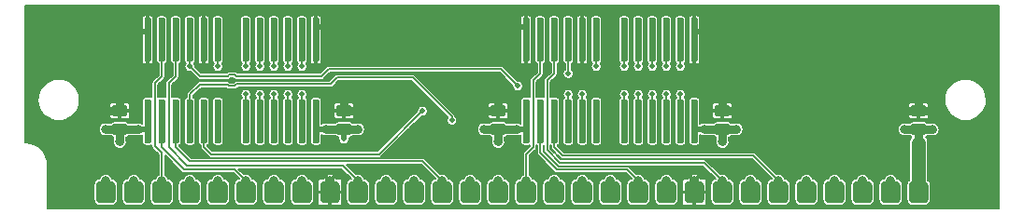
<source format=gtl>
G04 #@! TF.GenerationSoftware,KiCad,Pcbnew,(5.1.2-1)-1*
G04 #@! TF.CreationDate,2019-07-29T17:11:23-04:00*
G04 #@! TF.ProjectId,simm-30-4mb,73696d6d-2d33-4302-9d34-6d622e6b6963,rev?*
G04 #@! TF.SameCoordinates,Original*
G04 #@! TF.FileFunction,Copper,L1,Top*
G04 #@! TF.FilePolarity,Positive*
%FSLAX46Y46*%
G04 Gerber Fmt 4.6, Leading zero omitted, Abs format (unit mm)*
G04 Created by KiCad (PCBNEW (5.1.2-1)-1) date 2019-07-29 17:11:23*
%MOMM*%
%LPD*%
G04 APERTURE LIST*
%ADD10C,0.100000*%
%ADD11C,1.050000*%
%ADD12C,0.800000*%
%ADD13C,1.778000*%
%ADD14C,0.600000*%
%ADD15C,0.508000*%
%ADD16C,1.000000*%
%ADD17C,0.508000*%
%ADD18C,0.762000*%
%ADD19C,1.270000*%
%ADD20C,0.800000*%
%ADD21C,0.152400*%
G04 APERTURE END LIST*
D10*
G36*
X85553229Y-93583264D02*
G01*
X85578711Y-93587044D01*
X85603700Y-93593303D01*
X85627954Y-93601982D01*
X85651242Y-93612996D01*
X85673337Y-93626239D01*
X85694028Y-93641585D01*
X85713116Y-93658884D01*
X85730415Y-93677972D01*
X85745761Y-93698663D01*
X85759004Y-93720758D01*
X85770018Y-93744046D01*
X85778697Y-93768300D01*
X85784956Y-93793289D01*
X85788736Y-93818771D01*
X85790000Y-93844500D01*
X85790000Y-94369500D01*
X85788736Y-94395229D01*
X85784956Y-94420711D01*
X85778697Y-94445700D01*
X85770018Y-94469954D01*
X85759004Y-94493242D01*
X85745761Y-94515337D01*
X85730415Y-94536028D01*
X85713116Y-94555116D01*
X85694028Y-94572415D01*
X85673337Y-94587761D01*
X85651242Y-94601004D01*
X85627954Y-94612018D01*
X85603700Y-94620697D01*
X85578711Y-94626956D01*
X85553229Y-94630736D01*
X85527500Y-94632000D01*
X84652500Y-94632000D01*
X84626771Y-94630736D01*
X84601289Y-94626956D01*
X84576300Y-94620697D01*
X84552046Y-94612018D01*
X84528758Y-94601004D01*
X84506663Y-94587761D01*
X84485972Y-94572415D01*
X84466884Y-94555116D01*
X84449585Y-94536028D01*
X84434239Y-94515337D01*
X84420996Y-94493242D01*
X84409982Y-94469954D01*
X84401303Y-94445700D01*
X84395044Y-94420711D01*
X84391264Y-94395229D01*
X84390000Y-94369500D01*
X84390000Y-93844500D01*
X84391264Y-93818771D01*
X84395044Y-93793289D01*
X84401303Y-93768300D01*
X84409982Y-93744046D01*
X84420996Y-93720758D01*
X84434239Y-93698663D01*
X84449585Y-93677972D01*
X84466884Y-93658884D01*
X84485972Y-93641585D01*
X84506663Y-93626239D01*
X84528758Y-93612996D01*
X84552046Y-93601982D01*
X84576300Y-93593303D01*
X84601289Y-93587044D01*
X84626771Y-93583264D01*
X84652500Y-93582000D01*
X85527500Y-93582000D01*
X85553229Y-93583264D01*
X85553229Y-93583264D01*
G37*
D11*
X85090000Y-94107000D03*
D10*
G36*
X85553229Y-91883264D02*
G01*
X85578711Y-91887044D01*
X85603700Y-91893303D01*
X85627954Y-91901982D01*
X85651242Y-91912996D01*
X85673337Y-91926239D01*
X85694028Y-91941585D01*
X85713116Y-91958884D01*
X85730415Y-91977972D01*
X85745761Y-91998663D01*
X85759004Y-92020758D01*
X85770018Y-92044046D01*
X85778697Y-92068300D01*
X85784956Y-92093289D01*
X85788736Y-92118771D01*
X85790000Y-92144500D01*
X85790000Y-92669500D01*
X85788736Y-92695229D01*
X85784956Y-92720711D01*
X85778697Y-92745700D01*
X85770018Y-92769954D01*
X85759004Y-92793242D01*
X85745761Y-92815337D01*
X85730415Y-92836028D01*
X85713116Y-92855116D01*
X85694028Y-92872415D01*
X85673337Y-92887761D01*
X85651242Y-92901004D01*
X85627954Y-92912018D01*
X85603700Y-92920697D01*
X85578711Y-92926956D01*
X85553229Y-92930736D01*
X85527500Y-92932000D01*
X84652500Y-92932000D01*
X84626771Y-92930736D01*
X84601289Y-92926956D01*
X84576300Y-92920697D01*
X84552046Y-92912018D01*
X84528758Y-92901004D01*
X84506663Y-92887761D01*
X84485972Y-92872415D01*
X84466884Y-92855116D01*
X84449585Y-92836028D01*
X84434239Y-92815337D01*
X84420996Y-92793242D01*
X84409982Y-92769954D01*
X84401303Y-92745700D01*
X84395044Y-92720711D01*
X84391264Y-92695229D01*
X84390000Y-92669500D01*
X84390000Y-92144500D01*
X84391264Y-92118771D01*
X84395044Y-92093289D01*
X84401303Y-92068300D01*
X84409982Y-92044046D01*
X84420996Y-92020758D01*
X84434239Y-91998663D01*
X84449585Y-91977972D01*
X84466884Y-91958884D01*
X84485972Y-91941585D01*
X84506663Y-91926239D01*
X84528758Y-91912996D01*
X84552046Y-91901982D01*
X84576300Y-91893303D01*
X84601289Y-91887044D01*
X84626771Y-91883264D01*
X84652500Y-91882000D01*
X85527500Y-91882000D01*
X85553229Y-91883264D01*
X85553229Y-91883264D01*
G37*
D11*
X85090000Y-92407000D03*
D12*
X157480000Y-98806000D03*
X154940000Y-98806000D03*
X129540000Y-98806000D03*
X144780000Y-98806000D03*
X139700000Y-98806000D03*
X142240000Y-98806000D03*
X137160000Y-98806000D03*
X132080000Y-98806000D03*
X134620000Y-98806000D03*
X152400000Y-98806000D03*
X147320000Y-98806000D03*
X149860000Y-98806000D03*
X127000000Y-98806000D03*
X121920000Y-98806000D03*
X124460000Y-98806000D03*
X119380000Y-98806000D03*
X114300000Y-98806000D03*
X116840000Y-98806000D03*
X111760000Y-98806000D03*
X106680000Y-98806000D03*
X109220000Y-98806000D03*
X101600000Y-98806000D03*
X104140000Y-98806000D03*
X99060000Y-98806000D03*
X96520000Y-98806000D03*
X91440000Y-98806000D03*
X93980000Y-98806000D03*
X83820000Y-98806000D03*
X86360000Y-98806000D03*
D10*
G36*
X145268069Y-98808140D02*
G01*
X145311218Y-98814541D01*
X145353532Y-98825140D01*
X145394603Y-98839836D01*
X145434036Y-98858486D01*
X145471451Y-98880912D01*
X145506488Y-98906897D01*
X145538809Y-98936191D01*
X145568103Y-98968512D01*
X145594088Y-99003549D01*
X145616514Y-99040964D01*
X145635164Y-99080397D01*
X145649860Y-99121468D01*
X145660459Y-99163782D01*
X145666860Y-99206931D01*
X145669000Y-99250500D01*
X145669000Y-100393500D01*
X145666860Y-100437069D01*
X145660459Y-100480218D01*
X145649860Y-100522532D01*
X145635164Y-100563603D01*
X145616514Y-100603036D01*
X145594088Y-100640451D01*
X145568103Y-100675488D01*
X145538809Y-100707809D01*
X145506488Y-100737103D01*
X145471451Y-100763088D01*
X145434036Y-100785514D01*
X145394603Y-100804164D01*
X145353532Y-100818860D01*
X145311218Y-100829459D01*
X145268069Y-100835860D01*
X145224500Y-100838000D01*
X144335500Y-100838000D01*
X144291931Y-100835860D01*
X144248782Y-100829459D01*
X144206468Y-100818860D01*
X144165397Y-100804164D01*
X144125964Y-100785514D01*
X144088549Y-100763088D01*
X144053512Y-100737103D01*
X144021191Y-100707809D01*
X143991897Y-100675488D01*
X143965912Y-100640451D01*
X143943486Y-100603036D01*
X143924836Y-100563603D01*
X143910140Y-100522532D01*
X143899541Y-100480218D01*
X143893140Y-100437069D01*
X143891000Y-100393500D01*
X143891000Y-99250500D01*
X143893140Y-99206931D01*
X143899541Y-99163782D01*
X143910140Y-99121468D01*
X143924836Y-99080397D01*
X143943486Y-99040964D01*
X143965912Y-99003549D01*
X143991897Y-98968512D01*
X144021191Y-98936191D01*
X144053512Y-98906897D01*
X144088549Y-98880912D01*
X144125964Y-98858486D01*
X144165397Y-98839836D01*
X144206468Y-98825140D01*
X144248782Y-98814541D01*
X144291931Y-98808140D01*
X144335500Y-98806000D01*
X145224500Y-98806000D01*
X145268069Y-98808140D01*
X145268069Y-98808140D01*
G37*
D13*
X144780000Y-99822000D03*
D10*
G36*
X119868069Y-98808140D02*
G01*
X119911218Y-98814541D01*
X119953532Y-98825140D01*
X119994603Y-98839836D01*
X120034036Y-98858486D01*
X120071451Y-98880912D01*
X120106488Y-98906897D01*
X120138809Y-98936191D01*
X120168103Y-98968512D01*
X120194088Y-99003549D01*
X120216514Y-99040964D01*
X120235164Y-99080397D01*
X120249860Y-99121468D01*
X120260459Y-99163782D01*
X120266860Y-99206931D01*
X120269000Y-99250500D01*
X120269000Y-100393500D01*
X120266860Y-100437069D01*
X120260459Y-100480218D01*
X120249860Y-100522532D01*
X120235164Y-100563603D01*
X120216514Y-100603036D01*
X120194088Y-100640451D01*
X120168103Y-100675488D01*
X120138809Y-100707809D01*
X120106488Y-100737103D01*
X120071451Y-100763088D01*
X120034036Y-100785514D01*
X119994603Y-100804164D01*
X119953532Y-100818860D01*
X119911218Y-100829459D01*
X119868069Y-100835860D01*
X119824500Y-100838000D01*
X118935500Y-100838000D01*
X118891931Y-100835860D01*
X118848782Y-100829459D01*
X118806468Y-100818860D01*
X118765397Y-100804164D01*
X118725964Y-100785514D01*
X118688549Y-100763088D01*
X118653512Y-100737103D01*
X118621191Y-100707809D01*
X118591897Y-100675488D01*
X118565912Y-100640451D01*
X118543486Y-100603036D01*
X118524836Y-100563603D01*
X118510140Y-100522532D01*
X118499541Y-100480218D01*
X118493140Y-100437069D01*
X118491000Y-100393500D01*
X118491000Y-99250500D01*
X118493140Y-99206931D01*
X118499541Y-99163782D01*
X118510140Y-99121468D01*
X118524836Y-99080397D01*
X118543486Y-99040964D01*
X118565912Y-99003549D01*
X118591897Y-98968512D01*
X118621191Y-98936191D01*
X118653512Y-98906897D01*
X118688549Y-98880912D01*
X118725964Y-98858486D01*
X118765397Y-98839836D01*
X118806468Y-98825140D01*
X118848782Y-98814541D01*
X118891931Y-98808140D01*
X118935500Y-98806000D01*
X119824500Y-98806000D01*
X119868069Y-98808140D01*
X119868069Y-98808140D01*
G37*
D13*
X119380000Y-99822000D03*
D10*
G36*
X157968069Y-98808140D02*
G01*
X158011218Y-98814541D01*
X158053532Y-98825140D01*
X158094603Y-98839836D01*
X158134036Y-98858486D01*
X158171451Y-98880912D01*
X158206488Y-98906897D01*
X158238809Y-98936191D01*
X158268103Y-98968512D01*
X158294088Y-99003549D01*
X158316514Y-99040964D01*
X158335164Y-99080397D01*
X158349860Y-99121468D01*
X158360459Y-99163782D01*
X158366860Y-99206931D01*
X158369000Y-99250500D01*
X158369000Y-100393500D01*
X158366860Y-100437069D01*
X158360459Y-100480218D01*
X158349860Y-100522532D01*
X158335164Y-100563603D01*
X158316514Y-100603036D01*
X158294088Y-100640451D01*
X158268103Y-100675488D01*
X158238809Y-100707809D01*
X158206488Y-100737103D01*
X158171451Y-100763088D01*
X158134036Y-100785514D01*
X158094603Y-100804164D01*
X158053532Y-100818860D01*
X158011218Y-100829459D01*
X157968069Y-100835860D01*
X157924500Y-100838000D01*
X157035500Y-100838000D01*
X156991931Y-100835860D01*
X156948782Y-100829459D01*
X156906468Y-100818860D01*
X156865397Y-100804164D01*
X156825964Y-100785514D01*
X156788549Y-100763088D01*
X156753512Y-100737103D01*
X156721191Y-100707809D01*
X156691897Y-100675488D01*
X156665912Y-100640451D01*
X156643486Y-100603036D01*
X156624836Y-100563603D01*
X156610140Y-100522532D01*
X156599541Y-100480218D01*
X156593140Y-100437069D01*
X156591000Y-100393500D01*
X156591000Y-99250500D01*
X156593140Y-99206931D01*
X156599541Y-99163782D01*
X156610140Y-99121468D01*
X156624836Y-99080397D01*
X156643486Y-99040964D01*
X156665912Y-99003549D01*
X156691897Y-98968512D01*
X156721191Y-98936191D01*
X156753512Y-98906897D01*
X156788549Y-98880912D01*
X156825964Y-98858486D01*
X156865397Y-98839836D01*
X156906468Y-98825140D01*
X156948782Y-98814541D01*
X156991931Y-98808140D01*
X157035500Y-98806000D01*
X157924500Y-98806000D01*
X157968069Y-98808140D01*
X157968069Y-98808140D01*
G37*
D13*
X157480000Y-99822000D03*
D10*
G36*
X152888069Y-98808140D02*
G01*
X152931218Y-98814541D01*
X152973532Y-98825140D01*
X153014603Y-98839836D01*
X153054036Y-98858486D01*
X153091451Y-98880912D01*
X153126488Y-98906897D01*
X153158809Y-98936191D01*
X153188103Y-98968512D01*
X153214088Y-99003549D01*
X153236514Y-99040964D01*
X153255164Y-99080397D01*
X153269860Y-99121468D01*
X153280459Y-99163782D01*
X153286860Y-99206931D01*
X153289000Y-99250500D01*
X153289000Y-100393500D01*
X153286860Y-100437069D01*
X153280459Y-100480218D01*
X153269860Y-100522532D01*
X153255164Y-100563603D01*
X153236514Y-100603036D01*
X153214088Y-100640451D01*
X153188103Y-100675488D01*
X153158809Y-100707809D01*
X153126488Y-100737103D01*
X153091451Y-100763088D01*
X153054036Y-100785514D01*
X153014603Y-100804164D01*
X152973532Y-100818860D01*
X152931218Y-100829459D01*
X152888069Y-100835860D01*
X152844500Y-100838000D01*
X151955500Y-100838000D01*
X151911931Y-100835860D01*
X151868782Y-100829459D01*
X151826468Y-100818860D01*
X151785397Y-100804164D01*
X151745964Y-100785514D01*
X151708549Y-100763088D01*
X151673512Y-100737103D01*
X151641191Y-100707809D01*
X151611897Y-100675488D01*
X151585912Y-100640451D01*
X151563486Y-100603036D01*
X151544836Y-100563603D01*
X151530140Y-100522532D01*
X151519541Y-100480218D01*
X151513140Y-100437069D01*
X151511000Y-100393500D01*
X151511000Y-99250500D01*
X151513140Y-99206931D01*
X151519541Y-99163782D01*
X151530140Y-99121468D01*
X151544836Y-99080397D01*
X151563486Y-99040964D01*
X151585912Y-99003549D01*
X151611897Y-98968512D01*
X151641191Y-98936191D01*
X151673512Y-98906897D01*
X151708549Y-98880912D01*
X151745964Y-98858486D01*
X151785397Y-98839836D01*
X151826468Y-98825140D01*
X151868782Y-98814541D01*
X151911931Y-98808140D01*
X151955500Y-98806000D01*
X152844500Y-98806000D01*
X152888069Y-98808140D01*
X152888069Y-98808140D01*
G37*
D13*
X152400000Y-99822000D03*
D10*
G36*
X150348069Y-98808140D02*
G01*
X150391218Y-98814541D01*
X150433532Y-98825140D01*
X150474603Y-98839836D01*
X150514036Y-98858486D01*
X150551451Y-98880912D01*
X150586488Y-98906897D01*
X150618809Y-98936191D01*
X150648103Y-98968512D01*
X150674088Y-99003549D01*
X150696514Y-99040964D01*
X150715164Y-99080397D01*
X150729860Y-99121468D01*
X150740459Y-99163782D01*
X150746860Y-99206931D01*
X150749000Y-99250500D01*
X150749000Y-100393500D01*
X150746860Y-100437069D01*
X150740459Y-100480218D01*
X150729860Y-100522532D01*
X150715164Y-100563603D01*
X150696514Y-100603036D01*
X150674088Y-100640451D01*
X150648103Y-100675488D01*
X150618809Y-100707809D01*
X150586488Y-100737103D01*
X150551451Y-100763088D01*
X150514036Y-100785514D01*
X150474603Y-100804164D01*
X150433532Y-100818860D01*
X150391218Y-100829459D01*
X150348069Y-100835860D01*
X150304500Y-100838000D01*
X149415500Y-100838000D01*
X149371931Y-100835860D01*
X149328782Y-100829459D01*
X149286468Y-100818860D01*
X149245397Y-100804164D01*
X149205964Y-100785514D01*
X149168549Y-100763088D01*
X149133512Y-100737103D01*
X149101191Y-100707809D01*
X149071897Y-100675488D01*
X149045912Y-100640451D01*
X149023486Y-100603036D01*
X149004836Y-100563603D01*
X148990140Y-100522532D01*
X148979541Y-100480218D01*
X148973140Y-100437069D01*
X148971000Y-100393500D01*
X148971000Y-99250500D01*
X148973140Y-99206931D01*
X148979541Y-99163782D01*
X148990140Y-99121468D01*
X149004836Y-99080397D01*
X149023486Y-99040964D01*
X149045912Y-99003549D01*
X149071897Y-98968512D01*
X149101191Y-98936191D01*
X149133512Y-98906897D01*
X149168549Y-98880912D01*
X149205964Y-98858486D01*
X149245397Y-98839836D01*
X149286468Y-98825140D01*
X149328782Y-98814541D01*
X149371931Y-98808140D01*
X149415500Y-98806000D01*
X150304500Y-98806000D01*
X150348069Y-98808140D01*
X150348069Y-98808140D01*
G37*
D13*
X149860000Y-99822000D03*
D10*
G36*
X102088069Y-98808140D02*
G01*
X102131218Y-98814541D01*
X102173532Y-98825140D01*
X102214603Y-98839836D01*
X102254036Y-98858486D01*
X102291451Y-98880912D01*
X102326488Y-98906897D01*
X102358809Y-98936191D01*
X102388103Y-98968512D01*
X102414088Y-99003549D01*
X102436514Y-99040964D01*
X102455164Y-99080397D01*
X102469860Y-99121468D01*
X102480459Y-99163782D01*
X102486860Y-99206931D01*
X102489000Y-99250500D01*
X102489000Y-100393500D01*
X102486860Y-100437069D01*
X102480459Y-100480218D01*
X102469860Y-100522532D01*
X102455164Y-100563603D01*
X102436514Y-100603036D01*
X102414088Y-100640451D01*
X102388103Y-100675488D01*
X102358809Y-100707809D01*
X102326488Y-100737103D01*
X102291451Y-100763088D01*
X102254036Y-100785514D01*
X102214603Y-100804164D01*
X102173532Y-100818860D01*
X102131218Y-100829459D01*
X102088069Y-100835860D01*
X102044500Y-100838000D01*
X101155500Y-100838000D01*
X101111931Y-100835860D01*
X101068782Y-100829459D01*
X101026468Y-100818860D01*
X100985397Y-100804164D01*
X100945964Y-100785514D01*
X100908549Y-100763088D01*
X100873512Y-100737103D01*
X100841191Y-100707809D01*
X100811897Y-100675488D01*
X100785912Y-100640451D01*
X100763486Y-100603036D01*
X100744836Y-100563603D01*
X100730140Y-100522532D01*
X100719541Y-100480218D01*
X100713140Y-100437069D01*
X100711000Y-100393500D01*
X100711000Y-99250500D01*
X100713140Y-99206931D01*
X100719541Y-99163782D01*
X100730140Y-99121468D01*
X100744836Y-99080397D01*
X100763486Y-99040964D01*
X100785912Y-99003549D01*
X100811897Y-98968512D01*
X100841191Y-98936191D01*
X100873512Y-98906897D01*
X100908549Y-98880912D01*
X100945964Y-98858486D01*
X100985397Y-98839836D01*
X101026468Y-98825140D01*
X101068782Y-98814541D01*
X101111931Y-98808140D01*
X101155500Y-98806000D01*
X102044500Y-98806000D01*
X102088069Y-98808140D01*
X102088069Y-98808140D01*
G37*
D13*
X101600000Y-99822000D03*
D10*
G36*
X99548069Y-98808140D02*
G01*
X99591218Y-98814541D01*
X99633532Y-98825140D01*
X99674603Y-98839836D01*
X99714036Y-98858486D01*
X99751451Y-98880912D01*
X99786488Y-98906897D01*
X99818809Y-98936191D01*
X99848103Y-98968512D01*
X99874088Y-99003549D01*
X99896514Y-99040964D01*
X99915164Y-99080397D01*
X99929860Y-99121468D01*
X99940459Y-99163782D01*
X99946860Y-99206931D01*
X99949000Y-99250500D01*
X99949000Y-100393500D01*
X99946860Y-100437069D01*
X99940459Y-100480218D01*
X99929860Y-100522532D01*
X99915164Y-100563603D01*
X99896514Y-100603036D01*
X99874088Y-100640451D01*
X99848103Y-100675488D01*
X99818809Y-100707809D01*
X99786488Y-100737103D01*
X99751451Y-100763088D01*
X99714036Y-100785514D01*
X99674603Y-100804164D01*
X99633532Y-100818860D01*
X99591218Y-100829459D01*
X99548069Y-100835860D01*
X99504500Y-100838000D01*
X98615500Y-100838000D01*
X98571931Y-100835860D01*
X98528782Y-100829459D01*
X98486468Y-100818860D01*
X98445397Y-100804164D01*
X98405964Y-100785514D01*
X98368549Y-100763088D01*
X98333512Y-100737103D01*
X98301191Y-100707809D01*
X98271897Y-100675488D01*
X98245912Y-100640451D01*
X98223486Y-100603036D01*
X98204836Y-100563603D01*
X98190140Y-100522532D01*
X98179541Y-100480218D01*
X98173140Y-100437069D01*
X98171000Y-100393500D01*
X98171000Y-99250500D01*
X98173140Y-99206931D01*
X98179541Y-99163782D01*
X98190140Y-99121468D01*
X98204836Y-99080397D01*
X98223486Y-99040964D01*
X98245912Y-99003549D01*
X98271897Y-98968512D01*
X98301191Y-98936191D01*
X98333512Y-98906897D01*
X98368549Y-98880912D01*
X98405964Y-98858486D01*
X98445397Y-98839836D01*
X98486468Y-98825140D01*
X98528782Y-98814541D01*
X98571931Y-98808140D01*
X98615500Y-98806000D01*
X99504500Y-98806000D01*
X99548069Y-98808140D01*
X99548069Y-98808140D01*
G37*
D13*
X99060000Y-99822000D03*
D10*
G36*
X124948069Y-98808140D02*
G01*
X124991218Y-98814541D01*
X125033532Y-98825140D01*
X125074603Y-98839836D01*
X125114036Y-98858486D01*
X125151451Y-98880912D01*
X125186488Y-98906897D01*
X125218809Y-98936191D01*
X125248103Y-98968512D01*
X125274088Y-99003549D01*
X125296514Y-99040964D01*
X125315164Y-99080397D01*
X125329860Y-99121468D01*
X125340459Y-99163782D01*
X125346860Y-99206931D01*
X125349000Y-99250500D01*
X125349000Y-100393500D01*
X125346860Y-100437069D01*
X125340459Y-100480218D01*
X125329860Y-100522532D01*
X125315164Y-100563603D01*
X125296514Y-100603036D01*
X125274088Y-100640451D01*
X125248103Y-100675488D01*
X125218809Y-100707809D01*
X125186488Y-100737103D01*
X125151451Y-100763088D01*
X125114036Y-100785514D01*
X125074603Y-100804164D01*
X125033532Y-100818860D01*
X124991218Y-100829459D01*
X124948069Y-100835860D01*
X124904500Y-100838000D01*
X124015500Y-100838000D01*
X123971931Y-100835860D01*
X123928782Y-100829459D01*
X123886468Y-100818860D01*
X123845397Y-100804164D01*
X123805964Y-100785514D01*
X123768549Y-100763088D01*
X123733512Y-100737103D01*
X123701191Y-100707809D01*
X123671897Y-100675488D01*
X123645912Y-100640451D01*
X123623486Y-100603036D01*
X123604836Y-100563603D01*
X123590140Y-100522532D01*
X123579541Y-100480218D01*
X123573140Y-100437069D01*
X123571000Y-100393500D01*
X123571000Y-99250500D01*
X123573140Y-99206931D01*
X123579541Y-99163782D01*
X123590140Y-99121468D01*
X123604836Y-99080397D01*
X123623486Y-99040964D01*
X123645912Y-99003549D01*
X123671897Y-98968512D01*
X123701191Y-98936191D01*
X123733512Y-98906897D01*
X123768549Y-98880912D01*
X123805964Y-98858486D01*
X123845397Y-98839836D01*
X123886468Y-98825140D01*
X123928782Y-98814541D01*
X123971931Y-98808140D01*
X124015500Y-98806000D01*
X124904500Y-98806000D01*
X124948069Y-98808140D01*
X124948069Y-98808140D01*
G37*
D13*
X124460000Y-99822000D03*
D10*
G36*
X97008069Y-98808140D02*
G01*
X97051218Y-98814541D01*
X97093532Y-98825140D01*
X97134603Y-98839836D01*
X97174036Y-98858486D01*
X97211451Y-98880912D01*
X97246488Y-98906897D01*
X97278809Y-98936191D01*
X97308103Y-98968512D01*
X97334088Y-99003549D01*
X97356514Y-99040964D01*
X97375164Y-99080397D01*
X97389860Y-99121468D01*
X97400459Y-99163782D01*
X97406860Y-99206931D01*
X97409000Y-99250500D01*
X97409000Y-100393500D01*
X97406860Y-100437069D01*
X97400459Y-100480218D01*
X97389860Y-100522532D01*
X97375164Y-100563603D01*
X97356514Y-100603036D01*
X97334088Y-100640451D01*
X97308103Y-100675488D01*
X97278809Y-100707809D01*
X97246488Y-100737103D01*
X97211451Y-100763088D01*
X97174036Y-100785514D01*
X97134603Y-100804164D01*
X97093532Y-100818860D01*
X97051218Y-100829459D01*
X97008069Y-100835860D01*
X96964500Y-100838000D01*
X96075500Y-100838000D01*
X96031931Y-100835860D01*
X95988782Y-100829459D01*
X95946468Y-100818860D01*
X95905397Y-100804164D01*
X95865964Y-100785514D01*
X95828549Y-100763088D01*
X95793512Y-100737103D01*
X95761191Y-100707809D01*
X95731897Y-100675488D01*
X95705912Y-100640451D01*
X95683486Y-100603036D01*
X95664836Y-100563603D01*
X95650140Y-100522532D01*
X95639541Y-100480218D01*
X95633140Y-100437069D01*
X95631000Y-100393500D01*
X95631000Y-99250500D01*
X95633140Y-99206931D01*
X95639541Y-99163782D01*
X95650140Y-99121468D01*
X95664836Y-99080397D01*
X95683486Y-99040964D01*
X95705912Y-99003549D01*
X95731897Y-98968512D01*
X95761191Y-98936191D01*
X95793512Y-98906897D01*
X95828549Y-98880912D01*
X95865964Y-98858486D01*
X95905397Y-98839836D01*
X95946468Y-98825140D01*
X95988782Y-98814541D01*
X96031931Y-98808140D01*
X96075500Y-98806000D01*
X96964500Y-98806000D01*
X97008069Y-98808140D01*
X97008069Y-98808140D01*
G37*
D13*
X96520000Y-99822000D03*
D10*
G36*
X137648069Y-98808140D02*
G01*
X137691218Y-98814541D01*
X137733532Y-98825140D01*
X137774603Y-98839836D01*
X137814036Y-98858486D01*
X137851451Y-98880912D01*
X137886488Y-98906897D01*
X137918809Y-98936191D01*
X137948103Y-98968512D01*
X137974088Y-99003549D01*
X137996514Y-99040964D01*
X138015164Y-99080397D01*
X138029860Y-99121468D01*
X138040459Y-99163782D01*
X138046860Y-99206931D01*
X138049000Y-99250500D01*
X138049000Y-100393500D01*
X138046860Y-100437069D01*
X138040459Y-100480218D01*
X138029860Y-100522532D01*
X138015164Y-100563603D01*
X137996514Y-100603036D01*
X137974088Y-100640451D01*
X137948103Y-100675488D01*
X137918809Y-100707809D01*
X137886488Y-100737103D01*
X137851451Y-100763088D01*
X137814036Y-100785514D01*
X137774603Y-100804164D01*
X137733532Y-100818860D01*
X137691218Y-100829459D01*
X137648069Y-100835860D01*
X137604500Y-100838000D01*
X136715500Y-100838000D01*
X136671931Y-100835860D01*
X136628782Y-100829459D01*
X136586468Y-100818860D01*
X136545397Y-100804164D01*
X136505964Y-100785514D01*
X136468549Y-100763088D01*
X136433512Y-100737103D01*
X136401191Y-100707809D01*
X136371897Y-100675488D01*
X136345912Y-100640451D01*
X136323486Y-100603036D01*
X136304836Y-100563603D01*
X136290140Y-100522532D01*
X136279541Y-100480218D01*
X136273140Y-100437069D01*
X136271000Y-100393500D01*
X136271000Y-99250500D01*
X136273140Y-99206931D01*
X136279541Y-99163782D01*
X136290140Y-99121468D01*
X136304836Y-99080397D01*
X136323486Y-99040964D01*
X136345912Y-99003549D01*
X136371897Y-98968512D01*
X136401191Y-98936191D01*
X136433512Y-98906897D01*
X136468549Y-98880912D01*
X136505964Y-98858486D01*
X136545397Y-98839836D01*
X136586468Y-98825140D01*
X136628782Y-98814541D01*
X136671931Y-98808140D01*
X136715500Y-98806000D01*
X137604500Y-98806000D01*
X137648069Y-98808140D01*
X137648069Y-98808140D01*
G37*
D13*
X137160000Y-99822000D03*
D10*
G36*
X107168069Y-98808140D02*
G01*
X107211218Y-98814541D01*
X107253532Y-98825140D01*
X107294603Y-98839836D01*
X107334036Y-98858486D01*
X107371451Y-98880912D01*
X107406488Y-98906897D01*
X107438809Y-98936191D01*
X107468103Y-98968512D01*
X107494088Y-99003549D01*
X107516514Y-99040964D01*
X107535164Y-99080397D01*
X107549860Y-99121468D01*
X107560459Y-99163782D01*
X107566860Y-99206931D01*
X107569000Y-99250500D01*
X107569000Y-100393500D01*
X107566860Y-100437069D01*
X107560459Y-100480218D01*
X107549860Y-100522532D01*
X107535164Y-100563603D01*
X107516514Y-100603036D01*
X107494088Y-100640451D01*
X107468103Y-100675488D01*
X107438809Y-100707809D01*
X107406488Y-100737103D01*
X107371451Y-100763088D01*
X107334036Y-100785514D01*
X107294603Y-100804164D01*
X107253532Y-100818860D01*
X107211218Y-100829459D01*
X107168069Y-100835860D01*
X107124500Y-100838000D01*
X106235500Y-100838000D01*
X106191931Y-100835860D01*
X106148782Y-100829459D01*
X106106468Y-100818860D01*
X106065397Y-100804164D01*
X106025964Y-100785514D01*
X105988549Y-100763088D01*
X105953512Y-100737103D01*
X105921191Y-100707809D01*
X105891897Y-100675488D01*
X105865912Y-100640451D01*
X105843486Y-100603036D01*
X105824836Y-100563603D01*
X105810140Y-100522532D01*
X105799541Y-100480218D01*
X105793140Y-100437069D01*
X105791000Y-100393500D01*
X105791000Y-99250500D01*
X105793140Y-99206931D01*
X105799541Y-99163782D01*
X105810140Y-99121468D01*
X105824836Y-99080397D01*
X105843486Y-99040964D01*
X105865912Y-99003549D01*
X105891897Y-98968512D01*
X105921191Y-98936191D01*
X105953512Y-98906897D01*
X105988549Y-98880912D01*
X106025964Y-98858486D01*
X106065397Y-98839836D01*
X106106468Y-98825140D01*
X106148782Y-98814541D01*
X106191931Y-98808140D01*
X106235500Y-98806000D01*
X107124500Y-98806000D01*
X107168069Y-98808140D01*
X107168069Y-98808140D01*
G37*
D13*
X106680000Y-99822000D03*
D10*
G36*
X130028069Y-98808140D02*
G01*
X130071218Y-98814541D01*
X130113532Y-98825140D01*
X130154603Y-98839836D01*
X130194036Y-98858486D01*
X130231451Y-98880912D01*
X130266488Y-98906897D01*
X130298809Y-98936191D01*
X130328103Y-98968512D01*
X130354088Y-99003549D01*
X130376514Y-99040964D01*
X130395164Y-99080397D01*
X130409860Y-99121468D01*
X130420459Y-99163782D01*
X130426860Y-99206931D01*
X130429000Y-99250500D01*
X130429000Y-100393500D01*
X130426860Y-100437069D01*
X130420459Y-100480218D01*
X130409860Y-100522532D01*
X130395164Y-100563603D01*
X130376514Y-100603036D01*
X130354088Y-100640451D01*
X130328103Y-100675488D01*
X130298809Y-100707809D01*
X130266488Y-100737103D01*
X130231451Y-100763088D01*
X130194036Y-100785514D01*
X130154603Y-100804164D01*
X130113532Y-100818860D01*
X130071218Y-100829459D01*
X130028069Y-100835860D01*
X129984500Y-100838000D01*
X129095500Y-100838000D01*
X129051931Y-100835860D01*
X129008782Y-100829459D01*
X128966468Y-100818860D01*
X128925397Y-100804164D01*
X128885964Y-100785514D01*
X128848549Y-100763088D01*
X128813512Y-100737103D01*
X128781191Y-100707809D01*
X128751897Y-100675488D01*
X128725912Y-100640451D01*
X128703486Y-100603036D01*
X128684836Y-100563603D01*
X128670140Y-100522532D01*
X128659541Y-100480218D01*
X128653140Y-100437069D01*
X128651000Y-100393500D01*
X128651000Y-99250500D01*
X128653140Y-99206931D01*
X128659541Y-99163782D01*
X128670140Y-99121468D01*
X128684836Y-99080397D01*
X128703486Y-99040964D01*
X128725912Y-99003549D01*
X128751897Y-98968512D01*
X128781191Y-98936191D01*
X128813512Y-98906897D01*
X128848549Y-98880912D01*
X128885964Y-98858486D01*
X128925397Y-98839836D01*
X128966468Y-98825140D01*
X129008782Y-98814541D01*
X129051931Y-98808140D01*
X129095500Y-98806000D01*
X129984500Y-98806000D01*
X130028069Y-98808140D01*
X130028069Y-98808140D01*
G37*
D13*
X129540000Y-99822000D03*
D10*
G36*
X135108069Y-98808140D02*
G01*
X135151218Y-98814541D01*
X135193532Y-98825140D01*
X135234603Y-98839836D01*
X135274036Y-98858486D01*
X135311451Y-98880912D01*
X135346488Y-98906897D01*
X135378809Y-98936191D01*
X135408103Y-98968512D01*
X135434088Y-99003549D01*
X135456514Y-99040964D01*
X135475164Y-99080397D01*
X135489860Y-99121468D01*
X135500459Y-99163782D01*
X135506860Y-99206931D01*
X135509000Y-99250500D01*
X135509000Y-100393500D01*
X135506860Y-100437069D01*
X135500459Y-100480218D01*
X135489860Y-100522532D01*
X135475164Y-100563603D01*
X135456514Y-100603036D01*
X135434088Y-100640451D01*
X135408103Y-100675488D01*
X135378809Y-100707809D01*
X135346488Y-100737103D01*
X135311451Y-100763088D01*
X135274036Y-100785514D01*
X135234603Y-100804164D01*
X135193532Y-100818860D01*
X135151218Y-100829459D01*
X135108069Y-100835860D01*
X135064500Y-100838000D01*
X134175500Y-100838000D01*
X134131931Y-100835860D01*
X134088782Y-100829459D01*
X134046468Y-100818860D01*
X134005397Y-100804164D01*
X133965964Y-100785514D01*
X133928549Y-100763088D01*
X133893512Y-100737103D01*
X133861191Y-100707809D01*
X133831897Y-100675488D01*
X133805912Y-100640451D01*
X133783486Y-100603036D01*
X133764836Y-100563603D01*
X133750140Y-100522532D01*
X133739541Y-100480218D01*
X133733140Y-100437069D01*
X133731000Y-100393500D01*
X133731000Y-99250500D01*
X133733140Y-99206931D01*
X133739541Y-99163782D01*
X133750140Y-99121468D01*
X133764836Y-99080397D01*
X133783486Y-99040964D01*
X133805912Y-99003549D01*
X133831897Y-98968512D01*
X133861191Y-98936191D01*
X133893512Y-98906897D01*
X133928549Y-98880912D01*
X133965964Y-98858486D01*
X134005397Y-98839836D01*
X134046468Y-98825140D01*
X134088782Y-98814541D01*
X134131931Y-98808140D01*
X134175500Y-98806000D01*
X135064500Y-98806000D01*
X135108069Y-98808140D01*
X135108069Y-98808140D01*
G37*
D13*
X134620000Y-99822000D03*
D10*
G36*
X127488069Y-98808140D02*
G01*
X127531218Y-98814541D01*
X127573532Y-98825140D01*
X127614603Y-98839836D01*
X127654036Y-98858486D01*
X127691451Y-98880912D01*
X127726488Y-98906897D01*
X127758809Y-98936191D01*
X127788103Y-98968512D01*
X127814088Y-99003549D01*
X127836514Y-99040964D01*
X127855164Y-99080397D01*
X127869860Y-99121468D01*
X127880459Y-99163782D01*
X127886860Y-99206931D01*
X127889000Y-99250500D01*
X127889000Y-100393500D01*
X127886860Y-100437069D01*
X127880459Y-100480218D01*
X127869860Y-100522532D01*
X127855164Y-100563603D01*
X127836514Y-100603036D01*
X127814088Y-100640451D01*
X127788103Y-100675488D01*
X127758809Y-100707809D01*
X127726488Y-100737103D01*
X127691451Y-100763088D01*
X127654036Y-100785514D01*
X127614603Y-100804164D01*
X127573532Y-100818860D01*
X127531218Y-100829459D01*
X127488069Y-100835860D01*
X127444500Y-100838000D01*
X126555500Y-100838000D01*
X126511931Y-100835860D01*
X126468782Y-100829459D01*
X126426468Y-100818860D01*
X126385397Y-100804164D01*
X126345964Y-100785514D01*
X126308549Y-100763088D01*
X126273512Y-100737103D01*
X126241191Y-100707809D01*
X126211897Y-100675488D01*
X126185912Y-100640451D01*
X126163486Y-100603036D01*
X126144836Y-100563603D01*
X126130140Y-100522532D01*
X126119541Y-100480218D01*
X126113140Y-100437069D01*
X126111000Y-100393500D01*
X126111000Y-99250500D01*
X126113140Y-99206931D01*
X126119541Y-99163782D01*
X126130140Y-99121468D01*
X126144836Y-99080397D01*
X126163486Y-99040964D01*
X126185912Y-99003549D01*
X126211897Y-98968512D01*
X126241191Y-98936191D01*
X126273512Y-98906897D01*
X126308549Y-98880912D01*
X126345964Y-98858486D01*
X126385397Y-98839836D01*
X126426468Y-98825140D01*
X126468782Y-98814541D01*
X126511931Y-98808140D01*
X126555500Y-98806000D01*
X127444500Y-98806000D01*
X127488069Y-98808140D01*
X127488069Y-98808140D01*
G37*
D13*
X127000000Y-99822000D03*
D10*
G36*
X104628069Y-98808140D02*
G01*
X104671218Y-98814541D01*
X104713532Y-98825140D01*
X104754603Y-98839836D01*
X104794036Y-98858486D01*
X104831451Y-98880912D01*
X104866488Y-98906897D01*
X104898809Y-98936191D01*
X104928103Y-98968512D01*
X104954088Y-99003549D01*
X104976514Y-99040964D01*
X104995164Y-99080397D01*
X105009860Y-99121468D01*
X105020459Y-99163782D01*
X105026860Y-99206931D01*
X105029000Y-99250500D01*
X105029000Y-100393500D01*
X105026860Y-100437069D01*
X105020459Y-100480218D01*
X105009860Y-100522532D01*
X104995164Y-100563603D01*
X104976514Y-100603036D01*
X104954088Y-100640451D01*
X104928103Y-100675488D01*
X104898809Y-100707809D01*
X104866488Y-100737103D01*
X104831451Y-100763088D01*
X104794036Y-100785514D01*
X104754603Y-100804164D01*
X104713532Y-100818860D01*
X104671218Y-100829459D01*
X104628069Y-100835860D01*
X104584500Y-100838000D01*
X103695500Y-100838000D01*
X103651931Y-100835860D01*
X103608782Y-100829459D01*
X103566468Y-100818860D01*
X103525397Y-100804164D01*
X103485964Y-100785514D01*
X103448549Y-100763088D01*
X103413512Y-100737103D01*
X103381191Y-100707809D01*
X103351897Y-100675488D01*
X103325912Y-100640451D01*
X103303486Y-100603036D01*
X103284836Y-100563603D01*
X103270140Y-100522532D01*
X103259541Y-100480218D01*
X103253140Y-100437069D01*
X103251000Y-100393500D01*
X103251000Y-99250500D01*
X103253140Y-99206931D01*
X103259541Y-99163782D01*
X103270140Y-99121468D01*
X103284836Y-99080397D01*
X103303486Y-99040964D01*
X103325912Y-99003549D01*
X103351897Y-98968512D01*
X103381191Y-98936191D01*
X103413512Y-98906897D01*
X103448549Y-98880912D01*
X103485964Y-98858486D01*
X103525397Y-98839836D01*
X103566468Y-98825140D01*
X103608782Y-98814541D01*
X103651931Y-98808140D01*
X103695500Y-98806000D01*
X104584500Y-98806000D01*
X104628069Y-98808140D01*
X104628069Y-98808140D01*
G37*
D13*
X104140000Y-99822000D03*
D10*
G36*
X140188069Y-98808140D02*
G01*
X140231218Y-98814541D01*
X140273532Y-98825140D01*
X140314603Y-98839836D01*
X140354036Y-98858486D01*
X140391451Y-98880912D01*
X140426488Y-98906897D01*
X140458809Y-98936191D01*
X140488103Y-98968512D01*
X140514088Y-99003549D01*
X140536514Y-99040964D01*
X140555164Y-99080397D01*
X140569860Y-99121468D01*
X140580459Y-99163782D01*
X140586860Y-99206931D01*
X140589000Y-99250500D01*
X140589000Y-100393500D01*
X140586860Y-100437069D01*
X140580459Y-100480218D01*
X140569860Y-100522532D01*
X140555164Y-100563603D01*
X140536514Y-100603036D01*
X140514088Y-100640451D01*
X140488103Y-100675488D01*
X140458809Y-100707809D01*
X140426488Y-100737103D01*
X140391451Y-100763088D01*
X140354036Y-100785514D01*
X140314603Y-100804164D01*
X140273532Y-100818860D01*
X140231218Y-100829459D01*
X140188069Y-100835860D01*
X140144500Y-100838000D01*
X139255500Y-100838000D01*
X139211931Y-100835860D01*
X139168782Y-100829459D01*
X139126468Y-100818860D01*
X139085397Y-100804164D01*
X139045964Y-100785514D01*
X139008549Y-100763088D01*
X138973512Y-100737103D01*
X138941191Y-100707809D01*
X138911897Y-100675488D01*
X138885912Y-100640451D01*
X138863486Y-100603036D01*
X138844836Y-100563603D01*
X138830140Y-100522532D01*
X138819541Y-100480218D01*
X138813140Y-100437069D01*
X138811000Y-100393500D01*
X138811000Y-99250500D01*
X138813140Y-99206931D01*
X138819541Y-99163782D01*
X138830140Y-99121468D01*
X138844836Y-99080397D01*
X138863486Y-99040964D01*
X138885912Y-99003549D01*
X138911897Y-98968512D01*
X138941191Y-98936191D01*
X138973512Y-98906897D01*
X139008549Y-98880912D01*
X139045964Y-98858486D01*
X139085397Y-98839836D01*
X139126468Y-98825140D01*
X139168782Y-98814541D01*
X139211931Y-98808140D01*
X139255500Y-98806000D01*
X140144500Y-98806000D01*
X140188069Y-98808140D01*
X140188069Y-98808140D01*
G37*
D13*
X139700000Y-99822000D03*
D10*
G36*
X132568069Y-98808140D02*
G01*
X132611218Y-98814541D01*
X132653532Y-98825140D01*
X132694603Y-98839836D01*
X132734036Y-98858486D01*
X132771451Y-98880912D01*
X132806488Y-98906897D01*
X132838809Y-98936191D01*
X132868103Y-98968512D01*
X132894088Y-99003549D01*
X132916514Y-99040964D01*
X132935164Y-99080397D01*
X132949860Y-99121468D01*
X132960459Y-99163782D01*
X132966860Y-99206931D01*
X132969000Y-99250500D01*
X132969000Y-100393500D01*
X132966860Y-100437069D01*
X132960459Y-100480218D01*
X132949860Y-100522532D01*
X132935164Y-100563603D01*
X132916514Y-100603036D01*
X132894088Y-100640451D01*
X132868103Y-100675488D01*
X132838809Y-100707809D01*
X132806488Y-100737103D01*
X132771451Y-100763088D01*
X132734036Y-100785514D01*
X132694603Y-100804164D01*
X132653532Y-100818860D01*
X132611218Y-100829459D01*
X132568069Y-100835860D01*
X132524500Y-100838000D01*
X131635500Y-100838000D01*
X131591931Y-100835860D01*
X131548782Y-100829459D01*
X131506468Y-100818860D01*
X131465397Y-100804164D01*
X131425964Y-100785514D01*
X131388549Y-100763088D01*
X131353512Y-100737103D01*
X131321191Y-100707809D01*
X131291897Y-100675488D01*
X131265912Y-100640451D01*
X131243486Y-100603036D01*
X131224836Y-100563603D01*
X131210140Y-100522532D01*
X131199541Y-100480218D01*
X131193140Y-100437069D01*
X131191000Y-100393500D01*
X131191000Y-99250500D01*
X131193140Y-99206931D01*
X131199541Y-99163782D01*
X131210140Y-99121468D01*
X131224836Y-99080397D01*
X131243486Y-99040964D01*
X131265912Y-99003549D01*
X131291897Y-98968512D01*
X131321191Y-98936191D01*
X131353512Y-98906897D01*
X131388549Y-98880912D01*
X131425964Y-98858486D01*
X131465397Y-98839836D01*
X131506468Y-98825140D01*
X131548782Y-98814541D01*
X131591931Y-98808140D01*
X131635500Y-98806000D01*
X132524500Y-98806000D01*
X132568069Y-98808140D01*
X132568069Y-98808140D01*
G37*
D13*
X132080000Y-99822000D03*
D10*
G36*
X122408069Y-98808140D02*
G01*
X122451218Y-98814541D01*
X122493532Y-98825140D01*
X122534603Y-98839836D01*
X122574036Y-98858486D01*
X122611451Y-98880912D01*
X122646488Y-98906897D01*
X122678809Y-98936191D01*
X122708103Y-98968512D01*
X122734088Y-99003549D01*
X122756514Y-99040964D01*
X122775164Y-99080397D01*
X122789860Y-99121468D01*
X122800459Y-99163782D01*
X122806860Y-99206931D01*
X122809000Y-99250500D01*
X122809000Y-100393500D01*
X122806860Y-100437069D01*
X122800459Y-100480218D01*
X122789860Y-100522532D01*
X122775164Y-100563603D01*
X122756514Y-100603036D01*
X122734088Y-100640451D01*
X122708103Y-100675488D01*
X122678809Y-100707809D01*
X122646488Y-100737103D01*
X122611451Y-100763088D01*
X122574036Y-100785514D01*
X122534603Y-100804164D01*
X122493532Y-100818860D01*
X122451218Y-100829459D01*
X122408069Y-100835860D01*
X122364500Y-100838000D01*
X121475500Y-100838000D01*
X121431931Y-100835860D01*
X121388782Y-100829459D01*
X121346468Y-100818860D01*
X121305397Y-100804164D01*
X121265964Y-100785514D01*
X121228549Y-100763088D01*
X121193512Y-100737103D01*
X121161191Y-100707809D01*
X121131897Y-100675488D01*
X121105912Y-100640451D01*
X121083486Y-100603036D01*
X121064836Y-100563603D01*
X121050140Y-100522532D01*
X121039541Y-100480218D01*
X121033140Y-100437069D01*
X121031000Y-100393500D01*
X121031000Y-99250500D01*
X121033140Y-99206931D01*
X121039541Y-99163782D01*
X121050140Y-99121468D01*
X121064836Y-99080397D01*
X121083486Y-99040964D01*
X121105912Y-99003549D01*
X121131897Y-98968512D01*
X121161191Y-98936191D01*
X121193512Y-98906897D01*
X121228549Y-98880912D01*
X121265964Y-98858486D01*
X121305397Y-98839836D01*
X121346468Y-98825140D01*
X121388782Y-98814541D01*
X121431931Y-98808140D01*
X121475500Y-98806000D01*
X122364500Y-98806000D01*
X122408069Y-98808140D01*
X122408069Y-98808140D01*
G37*
D13*
X121920000Y-99822000D03*
D10*
G36*
X142728069Y-98808140D02*
G01*
X142771218Y-98814541D01*
X142813532Y-98825140D01*
X142854603Y-98839836D01*
X142894036Y-98858486D01*
X142931451Y-98880912D01*
X142966488Y-98906897D01*
X142998809Y-98936191D01*
X143028103Y-98968512D01*
X143054088Y-99003549D01*
X143076514Y-99040964D01*
X143095164Y-99080397D01*
X143109860Y-99121468D01*
X143120459Y-99163782D01*
X143126860Y-99206931D01*
X143129000Y-99250500D01*
X143129000Y-100393500D01*
X143126860Y-100437069D01*
X143120459Y-100480218D01*
X143109860Y-100522532D01*
X143095164Y-100563603D01*
X143076514Y-100603036D01*
X143054088Y-100640451D01*
X143028103Y-100675488D01*
X142998809Y-100707809D01*
X142966488Y-100737103D01*
X142931451Y-100763088D01*
X142894036Y-100785514D01*
X142854603Y-100804164D01*
X142813532Y-100818860D01*
X142771218Y-100829459D01*
X142728069Y-100835860D01*
X142684500Y-100838000D01*
X141795500Y-100838000D01*
X141751931Y-100835860D01*
X141708782Y-100829459D01*
X141666468Y-100818860D01*
X141625397Y-100804164D01*
X141585964Y-100785514D01*
X141548549Y-100763088D01*
X141513512Y-100737103D01*
X141481191Y-100707809D01*
X141451897Y-100675488D01*
X141425912Y-100640451D01*
X141403486Y-100603036D01*
X141384836Y-100563603D01*
X141370140Y-100522532D01*
X141359541Y-100480218D01*
X141353140Y-100437069D01*
X141351000Y-100393500D01*
X141351000Y-99250500D01*
X141353140Y-99206931D01*
X141359541Y-99163782D01*
X141370140Y-99121468D01*
X141384836Y-99080397D01*
X141403486Y-99040964D01*
X141425912Y-99003549D01*
X141451897Y-98968512D01*
X141481191Y-98936191D01*
X141513512Y-98906897D01*
X141548549Y-98880912D01*
X141585964Y-98858486D01*
X141625397Y-98839836D01*
X141666468Y-98825140D01*
X141708782Y-98814541D01*
X141751931Y-98808140D01*
X141795500Y-98806000D01*
X142684500Y-98806000D01*
X142728069Y-98808140D01*
X142728069Y-98808140D01*
G37*
D13*
X142240000Y-99822000D03*
D10*
G36*
X89388069Y-98808140D02*
G01*
X89431218Y-98814541D01*
X89473532Y-98825140D01*
X89514603Y-98839836D01*
X89554036Y-98858486D01*
X89591451Y-98880912D01*
X89626488Y-98906897D01*
X89658809Y-98936191D01*
X89688103Y-98968512D01*
X89714088Y-99003549D01*
X89736514Y-99040964D01*
X89755164Y-99080397D01*
X89769860Y-99121468D01*
X89780459Y-99163782D01*
X89786860Y-99206931D01*
X89789000Y-99250500D01*
X89789000Y-100393500D01*
X89786860Y-100437069D01*
X89780459Y-100480218D01*
X89769860Y-100522532D01*
X89755164Y-100563603D01*
X89736514Y-100603036D01*
X89714088Y-100640451D01*
X89688103Y-100675488D01*
X89658809Y-100707809D01*
X89626488Y-100737103D01*
X89591451Y-100763088D01*
X89554036Y-100785514D01*
X89514603Y-100804164D01*
X89473532Y-100818860D01*
X89431218Y-100829459D01*
X89388069Y-100835860D01*
X89344500Y-100838000D01*
X88455500Y-100838000D01*
X88411931Y-100835860D01*
X88368782Y-100829459D01*
X88326468Y-100818860D01*
X88285397Y-100804164D01*
X88245964Y-100785514D01*
X88208549Y-100763088D01*
X88173512Y-100737103D01*
X88141191Y-100707809D01*
X88111897Y-100675488D01*
X88085912Y-100640451D01*
X88063486Y-100603036D01*
X88044836Y-100563603D01*
X88030140Y-100522532D01*
X88019541Y-100480218D01*
X88013140Y-100437069D01*
X88011000Y-100393500D01*
X88011000Y-99250500D01*
X88013140Y-99206931D01*
X88019541Y-99163782D01*
X88030140Y-99121468D01*
X88044836Y-99080397D01*
X88063486Y-99040964D01*
X88085912Y-99003549D01*
X88111897Y-98968512D01*
X88141191Y-98936191D01*
X88173512Y-98906897D01*
X88208549Y-98880912D01*
X88245964Y-98858486D01*
X88285397Y-98839836D01*
X88326468Y-98825140D01*
X88368782Y-98814541D01*
X88411931Y-98808140D01*
X88455500Y-98806000D01*
X89344500Y-98806000D01*
X89388069Y-98808140D01*
X89388069Y-98808140D01*
G37*
D13*
X88900000Y-99822000D03*
D10*
G36*
X155428069Y-98808140D02*
G01*
X155471218Y-98814541D01*
X155513532Y-98825140D01*
X155554603Y-98839836D01*
X155594036Y-98858486D01*
X155631451Y-98880912D01*
X155666488Y-98906897D01*
X155698809Y-98936191D01*
X155728103Y-98968512D01*
X155754088Y-99003549D01*
X155776514Y-99040964D01*
X155795164Y-99080397D01*
X155809860Y-99121468D01*
X155820459Y-99163782D01*
X155826860Y-99206931D01*
X155829000Y-99250500D01*
X155829000Y-100393500D01*
X155826860Y-100437069D01*
X155820459Y-100480218D01*
X155809860Y-100522532D01*
X155795164Y-100563603D01*
X155776514Y-100603036D01*
X155754088Y-100640451D01*
X155728103Y-100675488D01*
X155698809Y-100707809D01*
X155666488Y-100737103D01*
X155631451Y-100763088D01*
X155594036Y-100785514D01*
X155554603Y-100804164D01*
X155513532Y-100818860D01*
X155471218Y-100829459D01*
X155428069Y-100835860D01*
X155384500Y-100838000D01*
X154495500Y-100838000D01*
X154451931Y-100835860D01*
X154408782Y-100829459D01*
X154366468Y-100818860D01*
X154325397Y-100804164D01*
X154285964Y-100785514D01*
X154248549Y-100763088D01*
X154213512Y-100737103D01*
X154181191Y-100707809D01*
X154151897Y-100675488D01*
X154125912Y-100640451D01*
X154103486Y-100603036D01*
X154084836Y-100563603D01*
X154070140Y-100522532D01*
X154059541Y-100480218D01*
X154053140Y-100437069D01*
X154051000Y-100393500D01*
X154051000Y-99250500D01*
X154053140Y-99206931D01*
X154059541Y-99163782D01*
X154070140Y-99121468D01*
X154084836Y-99080397D01*
X154103486Y-99040964D01*
X154125912Y-99003549D01*
X154151897Y-98968512D01*
X154181191Y-98936191D01*
X154213512Y-98906897D01*
X154248549Y-98880912D01*
X154285964Y-98858486D01*
X154325397Y-98839836D01*
X154366468Y-98825140D01*
X154408782Y-98814541D01*
X154451931Y-98808140D01*
X154495500Y-98806000D01*
X155384500Y-98806000D01*
X155428069Y-98808140D01*
X155428069Y-98808140D01*
G37*
D13*
X154940000Y-99822000D03*
D10*
G36*
X91928069Y-98808140D02*
G01*
X91971218Y-98814541D01*
X92013532Y-98825140D01*
X92054603Y-98839836D01*
X92094036Y-98858486D01*
X92131451Y-98880912D01*
X92166488Y-98906897D01*
X92198809Y-98936191D01*
X92228103Y-98968512D01*
X92254088Y-99003549D01*
X92276514Y-99040964D01*
X92295164Y-99080397D01*
X92309860Y-99121468D01*
X92320459Y-99163782D01*
X92326860Y-99206931D01*
X92329000Y-99250500D01*
X92329000Y-100393500D01*
X92326860Y-100437069D01*
X92320459Y-100480218D01*
X92309860Y-100522532D01*
X92295164Y-100563603D01*
X92276514Y-100603036D01*
X92254088Y-100640451D01*
X92228103Y-100675488D01*
X92198809Y-100707809D01*
X92166488Y-100737103D01*
X92131451Y-100763088D01*
X92094036Y-100785514D01*
X92054603Y-100804164D01*
X92013532Y-100818860D01*
X91971218Y-100829459D01*
X91928069Y-100835860D01*
X91884500Y-100838000D01*
X90995500Y-100838000D01*
X90951931Y-100835860D01*
X90908782Y-100829459D01*
X90866468Y-100818860D01*
X90825397Y-100804164D01*
X90785964Y-100785514D01*
X90748549Y-100763088D01*
X90713512Y-100737103D01*
X90681191Y-100707809D01*
X90651897Y-100675488D01*
X90625912Y-100640451D01*
X90603486Y-100603036D01*
X90584836Y-100563603D01*
X90570140Y-100522532D01*
X90559541Y-100480218D01*
X90553140Y-100437069D01*
X90551000Y-100393500D01*
X90551000Y-99250500D01*
X90553140Y-99206931D01*
X90559541Y-99163782D01*
X90570140Y-99121468D01*
X90584836Y-99080397D01*
X90603486Y-99040964D01*
X90625912Y-99003549D01*
X90651897Y-98968512D01*
X90681191Y-98936191D01*
X90713512Y-98906897D01*
X90748549Y-98880912D01*
X90785964Y-98858486D01*
X90825397Y-98839836D01*
X90866468Y-98825140D01*
X90908782Y-98814541D01*
X90951931Y-98808140D01*
X90995500Y-98806000D01*
X91884500Y-98806000D01*
X91928069Y-98808140D01*
X91928069Y-98808140D01*
G37*
D13*
X91440000Y-99822000D03*
D10*
G36*
X117328069Y-98808140D02*
G01*
X117371218Y-98814541D01*
X117413532Y-98825140D01*
X117454603Y-98839836D01*
X117494036Y-98858486D01*
X117531451Y-98880912D01*
X117566488Y-98906897D01*
X117598809Y-98936191D01*
X117628103Y-98968512D01*
X117654088Y-99003549D01*
X117676514Y-99040964D01*
X117695164Y-99080397D01*
X117709860Y-99121468D01*
X117720459Y-99163782D01*
X117726860Y-99206931D01*
X117729000Y-99250500D01*
X117729000Y-100393500D01*
X117726860Y-100437069D01*
X117720459Y-100480218D01*
X117709860Y-100522532D01*
X117695164Y-100563603D01*
X117676514Y-100603036D01*
X117654088Y-100640451D01*
X117628103Y-100675488D01*
X117598809Y-100707809D01*
X117566488Y-100737103D01*
X117531451Y-100763088D01*
X117494036Y-100785514D01*
X117454603Y-100804164D01*
X117413532Y-100818860D01*
X117371218Y-100829459D01*
X117328069Y-100835860D01*
X117284500Y-100838000D01*
X116395500Y-100838000D01*
X116351931Y-100835860D01*
X116308782Y-100829459D01*
X116266468Y-100818860D01*
X116225397Y-100804164D01*
X116185964Y-100785514D01*
X116148549Y-100763088D01*
X116113512Y-100737103D01*
X116081191Y-100707809D01*
X116051897Y-100675488D01*
X116025912Y-100640451D01*
X116003486Y-100603036D01*
X115984836Y-100563603D01*
X115970140Y-100522532D01*
X115959541Y-100480218D01*
X115953140Y-100437069D01*
X115951000Y-100393500D01*
X115951000Y-99250500D01*
X115953140Y-99206931D01*
X115959541Y-99163782D01*
X115970140Y-99121468D01*
X115984836Y-99080397D01*
X116003486Y-99040964D01*
X116025912Y-99003549D01*
X116051897Y-98968512D01*
X116081191Y-98936191D01*
X116113512Y-98906897D01*
X116148549Y-98880912D01*
X116185964Y-98858486D01*
X116225397Y-98839836D01*
X116266468Y-98825140D01*
X116308782Y-98814541D01*
X116351931Y-98808140D01*
X116395500Y-98806000D01*
X117284500Y-98806000D01*
X117328069Y-98808140D01*
X117328069Y-98808140D01*
G37*
D13*
X116840000Y-99822000D03*
D10*
G36*
X114788069Y-98808140D02*
G01*
X114831218Y-98814541D01*
X114873532Y-98825140D01*
X114914603Y-98839836D01*
X114954036Y-98858486D01*
X114991451Y-98880912D01*
X115026488Y-98906897D01*
X115058809Y-98936191D01*
X115088103Y-98968512D01*
X115114088Y-99003549D01*
X115136514Y-99040964D01*
X115155164Y-99080397D01*
X115169860Y-99121468D01*
X115180459Y-99163782D01*
X115186860Y-99206931D01*
X115189000Y-99250500D01*
X115189000Y-100393500D01*
X115186860Y-100437069D01*
X115180459Y-100480218D01*
X115169860Y-100522532D01*
X115155164Y-100563603D01*
X115136514Y-100603036D01*
X115114088Y-100640451D01*
X115088103Y-100675488D01*
X115058809Y-100707809D01*
X115026488Y-100737103D01*
X114991451Y-100763088D01*
X114954036Y-100785514D01*
X114914603Y-100804164D01*
X114873532Y-100818860D01*
X114831218Y-100829459D01*
X114788069Y-100835860D01*
X114744500Y-100838000D01*
X113855500Y-100838000D01*
X113811931Y-100835860D01*
X113768782Y-100829459D01*
X113726468Y-100818860D01*
X113685397Y-100804164D01*
X113645964Y-100785514D01*
X113608549Y-100763088D01*
X113573512Y-100737103D01*
X113541191Y-100707809D01*
X113511897Y-100675488D01*
X113485912Y-100640451D01*
X113463486Y-100603036D01*
X113444836Y-100563603D01*
X113430140Y-100522532D01*
X113419541Y-100480218D01*
X113413140Y-100437069D01*
X113411000Y-100393500D01*
X113411000Y-99250500D01*
X113413140Y-99206931D01*
X113419541Y-99163782D01*
X113430140Y-99121468D01*
X113444836Y-99080397D01*
X113463486Y-99040964D01*
X113485912Y-99003549D01*
X113511897Y-98968512D01*
X113541191Y-98936191D01*
X113573512Y-98906897D01*
X113608549Y-98880912D01*
X113645964Y-98858486D01*
X113685397Y-98839836D01*
X113726468Y-98825140D01*
X113768782Y-98814541D01*
X113811931Y-98808140D01*
X113855500Y-98806000D01*
X114744500Y-98806000D01*
X114788069Y-98808140D01*
X114788069Y-98808140D01*
G37*
D13*
X114300000Y-99822000D03*
D10*
G36*
X147808069Y-98808140D02*
G01*
X147851218Y-98814541D01*
X147893532Y-98825140D01*
X147934603Y-98839836D01*
X147974036Y-98858486D01*
X148011451Y-98880912D01*
X148046488Y-98906897D01*
X148078809Y-98936191D01*
X148108103Y-98968512D01*
X148134088Y-99003549D01*
X148156514Y-99040964D01*
X148175164Y-99080397D01*
X148189860Y-99121468D01*
X148200459Y-99163782D01*
X148206860Y-99206931D01*
X148209000Y-99250500D01*
X148209000Y-100393500D01*
X148206860Y-100437069D01*
X148200459Y-100480218D01*
X148189860Y-100522532D01*
X148175164Y-100563603D01*
X148156514Y-100603036D01*
X148134088Y-100640451D01*
X148108103Y-100675488D01*
X148078809Y-100707809D01*
X148046488Y-100737103D01*
X148011451Y-100763088D01*
X147974036Y-100785514D01*
X147934603Y-100804164D01*
X147893532Y-100818860D01*
X147851218Y-100829459D01*
X147808069Y-100835860D01*
X147764500Y-100838000D01*
X146875500Y-100838000D01*
X146831931Y-100835860D01*
X146788782Y-100829459D01*
X146746468Y-100818860D01*
X146705397Y-100804164D01*
X146665964Y-100785514D01*
X146628549Y-100763088D01*
X146593512Y-100737103D01*
X146561191Y-100707809D01*
X146531897Y-100675488D01*
X146505912Y-100640451D01*
X146483486Y-100603036D01*
X146464836Y-100563603D01*
X146450140Y-100522532D01*
X146439541Y-100480218D01*
X146433140Y-100437069D01*
X146431000Y-100393500D01*
X146431000Y-99250500D01*
X146433140Y-99206931D01*
X146439541Y-99163782D01*
X146450140Y-99121468D01*
X146464836Y-99080397D01*
X146483486Y-99040964D01*
X146505912Y-99003549D01*
X146531897Y-98968512D01*
X146561191Y-98936191D01*
X146593512Y-98906897D01*
X146628549Y-98880912D01*
X146665964Y-98858486D01*
X146705397Y-98839836D01*
X146746468Y-98825140D01*
X146788782Y-98814541D01*
X146831931Y-98808140D01*
X146875500Y-98806000D01*
X147764500Y-98806000D01*
X147808069Y-98808140D01*
X147808069Y-98808140D01*
G37*
D13*
X147320000Y-99822000D03*
D10*
G36*
X112248069Y-98808140D02*
G01*
X112291218Y-98814541D01*
X112333532Y-98825140D01*
X112374603Y-98839836D01*
X112414036Y-98858486D01*
X112451451Y-98880912D01*
X112486488Y-98906897D01*
X112518809Y-98936191D01*
X112548103Y-98968512D01*
X112574088Y-99003549D01*
X112596514Y-99040964D01*
X112615164Y-99080397D01*
X112629860Y-99121468D01*
X112640459Y-99163782D01*
X112646860Y-99206931D01*
X112649000Y-99250500D01*
X112649000Y-100393500D01*
X112646860Y-100437069D01*
X112640459Y-100480218D01*
X112629860Y-100522532D01*
X112615164Y-100563603D01*
X112596514Y-100603036D01*
X112574088Y-100640451D01*
X112548103Y-100675488D01*
X112518809Y-100707809D01*
X112486488Y-100737103D01*
X112451451Y-100763088D01*
X112414036Y-100785514D01*
X112374603Y-100804164D01*
X112333532Y-100818860D01*
X112291218Y-100829459D01*
X112248069Y-100835860D01*
X112204500Y-100838000D01*
X111315500Y-100838000D01*
X111271931Y-100835860D01*
X111228782Y-100829459D01*
X111186468Y-100818860D01*
X111145397Y-100804164D01*
X111105964Y-100785514D01*
X111068549Y-100763088D01*
X111033512Y-100737103D01*
X111001191Y-100707809D01*
X110971897Y-100675488D01*
X110945912Y-100640451D01*
X110923486Y-100603036D01*
X110904836Y-100563603D01*
X110890140Y-100522532D01*
X110879541Y-100480218D01*
X110873140Y-100437069D01*
X110871000Y-100393500D01*
X110871000Y-99250500D01*
X110873140Y-99206931D01*
X110879541Y-99163782D01*
X110890140Y-99121468D01*
X110904836Y-99080397D01*
X110923486Y-99040964D01*
X110945912Y-99003549D01*
X110971897Y-98968512D01*
X111001191Y-98936191D01*
X111033512Y-98906897D01*
X111068549Y-98880912D01*
X111105964Y-98858486D01*
X111145397Y-98839836D01*
X111186468Y-98825140D01*
X111228782Y-98814541D01*
X111271931Y-98808140D01*
X111315500Y-98806000D01*
X112204500Y-98806000D01*
X112248069Y-98808140D01*
X112248069Y-98808140D01*
G37*
D13*
X111760000Y-99822000D03*
D10*
G36*
X94468069Y-98808140D02*
G01*
X94511218Y-98814541D01*
X94553532Y-98825140D01*
X94594603Y-98839836D01*
X94634036Y-98858486D01*
X94671451Y-98880912D01*
X94706488Y-98906897D01*
X94738809Y-98936191D01*
X94768103Y-98968512D01*
X94794088Y-99003549D01*
X94816514Y-99040964D01*
X94835164Y-99080397D01*
X94849860Y-99121468D01*
X94860459Y-99163782D01*
X94866860Y-99206931D01*
X94869000Y-99250500D01*
X94869000Y-100393500D01*
X94866860Y-100437069D01*
X94860459Y-100480218D01*
X94849860Y-100522532D01*
X94835164Y-100563603D01*
X94816514Y-100603036D01*
X94794088Y-100640451D01*
X94768103Y-100675488D01*
X94738809Y-100707809D01*
X94706488Y-100737103D01*
X94671451Y-100763088D01*
X94634036Y-100785514D01*
X94594603Y-100804164D01*
X94553532Y-100818860D01*
X94511218Y-100829459D01*
X94468069Y-100835860D01*
X94424500Y-100838000D01*
X93535500Y-100838000D01*
X93491931Y-100835860D01*
X93448782Y-100829459D01*
X93406468Y-100818860D01*
X93365397Y-100804164D01*
X93325964Y-100785514D01*
X93288549Y-100763088D01*
X93253512Y-100737103D01*
X93221191Y-100707809D01*
X93191897Y-100675488D01*
X93165912Y-100640451D01*
X93143486Y-100603036D01*
X93124836Y-100563603D01*
X93110140Y-100522532D01*
X93099541Y-100480218D01*
X93093140Y-100437069D01*
X93091000Y-100393500D01*
X93091000Y-99250500D01*
X93093140Y-99206931D01*
X93099541Y-99163782D01*
X93110140Y-99121468D01*
X93124836Y-99080397D01*
X93143486Y-99040964D01*
X93165912Y-99003549D01*
X93191897Y-98968512D01*
X93221191Y-98936191D01*
X93253512Y-98906897D01*
X93288549Y-98880912D01*
X93325964Y-98858486D01*
X93365397Y-98839836D01*
X93406468Y-98825140D01*
X93448782Y-98814541D01*
X93491931Y-98808140D01*
X93535500Y-98806000D01*
X94424500Y-98806000D01*
X94468069Y-98808140D01*
X94468069Y-98808140D01*
G37*
D13*
X93980000Y-99822000D03*
D10*
G36*
X109708069Y-98808140D02*
G01*
X109751218Y-98814541D01*
X109793532Y-98825140D01*
X109834603Y-98839836D01*
X109874036Y-98858486D01*
X109911451Y-98880912D01*
X109946488Y-98906897D01*
X109978809Y-98936191D01*
X110008103Y-98968512D01*
X110034088Y-99003549D01*
X110056514Y-99040964D01*
X110075164Y-99080397D01*
X110089860Y-99121468D01*
X110100459Y-99163782D01*
X110106860Y-99206931D01*
X110109000Y-99250500D01*
X110109000Y-100393500D01*
X110106860Y-100437069D01*
X110100459Y-100480218D01*
X110089860Y-100522532D01*
X110075164Y-100563603D01*
X110056514Y-100603036D01*
X110034088Y-100640451D01*
X110008103Y-100675488D01*
X109978809Y-100707809D01*
X109946488Y-100737103D01*
X109911451Y-100763088D01*
X109874036Y-100785514D01*
X109834603Y-100804164D01*
X109793532Y-100818860D01*
X109751218Y-100829459D01*
X109708069Y-100835860D01*
X109664500Y-100838000D01*
X108775500Y-100838000D01*
X108731931Y-100835860D01*
X108688782Y-100829459D01*
X108646468Y-100818860D01*
X108605397Y-100804164D01*
X108565964Y-100785514D01*
X108528549Y-100763088D01*
X108493512Y-100737103D01*
X108461191Y-100707809D01*
X108431897Y-100675488D01*
X108405912Y-100640451D01*
X108383486Y-100603036D01*
X108364836Y-100563603D01*
X108350140Y-100522532D01*
X108339541Y-100480218D01*
X108333140Y-100437069D01*
X108331000Y-100393500D01*
X108331000Y-99250500D01*
X108333140Y-99206931D01*
X108339541Y-99163782D01*
X108350140Y-99121468D01*
X108364836Y-99080397D01*
X108383486Y-99040964D01*
X108405912Y-99003549D01*
X108431897Y-98968512D01*
X108461191Y-98936191D01*
X108493512Y-98906897D01*
X108528549Y-98880912D01*
X108565964Y-98858486D01*
X108605397Y-98839836D01*
X108646468Y-98825140D01*
X108688782Y-98814541D01*
X108731931Y-98808140D01*
X108775500Y-98806000D01*
X109664500Y-98806000D01*
X109708069Y-98808140D01*
X109708069Y-98808140D01*
G37*
D13*
X109220000Y-99822000D03*
D12*
X88900000Y-98806000D03*
D10*
G36*
X86848069Y-98808140D02*
G01*
X86891218Y-98814541D01*
X86933532Y-98825140D01*
X86974603Y-98839836D01*
X87014036Y-98858486D01*
X87051451Y-98880912D01*
X87086488Y-98906897D01*
X87118809Y-98936191D01*
X87148103Y-98968512D01*
X87174088Y-99003549D01*
X87196514Y-99040964D01*
X87215164Y-99080397D01*
X87229860Y-99121468D01*
X87240459Y-99163782D01*
X87246860Y-99206931D01*
X87249000Y-99250500D01*
X87249000Y-100393500D01*
X87246860Y-100437069D01*
X87240459Y-100480218D01*
X87229860Y-100522532D01*
X87215164Y-100563603D01*
X87196514Y-100603036D01*
X87174088Y-100640451D01*
X87148103Y-100675488D01*
X87118809Y-100707809D01*
X87086488Y-100737103D01*
X87051451Y-100763088D01*
X87014036Y-100785514D01*
X86974603Y-100804164D01*
X86933532Y-100818860D01*
X86891218Y-100829459D01*
X86848069Y-100835860D01*
X86804500Y-100838000D01*
X85915500Y-100838000D01*
X85871931Y-100835860D01*
X85828782Y-100829459D01*
X85786468Y-100818860D01*
X85745397Y-100804164D01*
X85705964Y-100785514D01*
X85668549Y-100763088D01*
X85633512Y-100737103D01*
X85601191Y-100707809D01*
X85571897Y-100675488D01*
X85545912Y-100640451D01*
X85523486Y-100603036D01*
X85504836Y-100563603D01*
X85490140Y-100522532D01*
X85479541Y-100480218D01*
X85473140Y-100437069D01*
X85471000Y-100393500D01*
X85471000Y-99250500D01*
X85473140Y-99206931D01*
X85479541Y-99163782D01*
X85490140Y-99121468D01*
X85504836Y-99080397D01*
X85523486Y-99040964D01*
X85545912Y-99003549D01*
X85571897Y-98968512D01*
X85601191Y-98936191D01*
X85633512Y-98906897D01*
X85668549Y-98880912D01*
X85705964Y-98858486D01*
X85745397Y-98839836D01*
X85786468Y-98825140D01*
X85828782Y-98814541D01*
X85871931Y-98808140D01*
X85915500Y-98806000D01*
X86804500Y-98806000D01*
X86848069Y-98808140D01*
X86848069Y-98808140D01*
G37*
D13*
X86360000Y-99822000D03*
D10*
G36*
X84308069Y-98808140D02*
G01*
X84351218Y-98814541D01*
X84393532Y-98825140D01*
X84434603Y-98839836D01*
X84474036Y-98858486D01*
X84511451Y-98880912D01*
X84546488Y-98906897D01*
X84578809Y-98936191D01*
X84608103Y-98968512D01*
X84634088Y-99003549D01*
X84656514Y-99040964D01*
X84675164Y-99080397D01*
X84689860Y-99121468D01*
X84700459Y-99163782D01*
X84706860Y-99206931D01*
X84709000Y-99250500D01*
X84709000Y-100393500D01*
X84706860Y-100437069D01*
X84700459Y-100480218D01*
X84689860Y-100522532D01*
X84675164Y-100563603D01*
X84656514Y-100603036D01*
X84634088Y-100640451D01*
X84608103Y-100675488D01*
X84578809Y-100707809D01*
X84546488Y-100737103D01*
X84511451Y-100763088D01*
X84474036Y-100785514D01*
X84434603Y-100804164D01*
X84393532Y-100818860D01*
X84351218Y-100829459D01*
X84308069Y-100835860D01*
X84264500Y-100838000D01*
X83375500Y-100838000D01*
X83331931Y-100835860D01*
X83288782Y-100829459D01*
X83246468Y-100818860D01*
X83205397Y-100804164D01*
X83165964Y-100785514D01*
X83128549Y-100763088D01*
X83093512Y-100737103D01*
X83061191Y-100707809D01*
X83031897Y-100675488D01*
X83005912Y-100640451D01*
X82983486Y-100603036D01*
X82964836Y-100563603D01*
X82950140Y-100522532D01*
X82939541Y-100480218D01*
X82933140Y-100437069D01*
X82931000Y-100393500D01*
X82931000Y-99250500D01*
X82933140Y-99206931D01*
X82939541Y-99163782D01*
X82950140Y-99121468D01*
X82964836Y-99080397D01*
X82983486Y-99040964D01*
X83005912Y-99003549D01*
X83031897Y-98968512D01*
X83061191Y-98936191D01*
X83093512Y-98906897D01*
X83128549Y-98880912D01*
X83165964Y-98858486D01*
X83205397Y-98839836D01*
X83246468Y-98825140D01*
X83288782Y-98814541D01*
X83331931Y-98808140D01*
X83375500Y-98806000D01*
X84264500Y-98806000D01*
X84308069Y-98808140D01*
X84308069Y-98808140D01*
G37*
D13*
X83820000Y-99822000D03*
D10*
G36*
X122084703Y-83962722D02*
G01*
X122099264Y-83964882D01*
X122113543Y-83968459D01*
X122127403Y-83973418D01*
X122140710Y-83979712D01*
X122153336Y-83987280D01*
X122165159Y-83996048D01*
X122176066Y-84005934D01*
X122185952Y-84016841D01*
X122194720Y-84028664D01*
X122202288Y-84041290D01*
X122208582Y-84054597D01*
X122213541Y-84068457D01*
X122217118Y-84082736D01*
X122219278Y-84097297D01*
X122220000Y-84112000D01*
X122220000Y-86312000D01*
X122219278Y-86326703D01*
X122217118Y-86341264D01*
X122213541Y-86355543D01*
X122208582Y-86369403D01*
X122202288Y-86382710D01*
X122194720Y-86395336D01*
X122185952Y-86407159D01*
X122176066Y-86418066D01*
X122165159Y-86427952D01*
X122153336Y-86436720D01*
X122140710Y-86444288D01*
X122127403Y-86450582D01*
X122113543Y-86455541D01*
X122099264Y-86459118D01*
X122084703Y-86461278D01*
X122070000Y-86462000D01*
X121770000Y-86462000D01*
X121755297Y-86461278D01*
X121740736Y-86459118D01*
X121726457Y-86455541D01*
X121712597Y-86450582D01*
X121699290Y-86444288D01*
X121686664Y-86436720D01*
X121674841Y-86427952D01*
X121663934Y-86418066D01*
X121654048Y-86407159D01*
X121645280Y-86395336D01*
X121637712Y-86382710D01*
X121631418Y-86369403D01*
X121626459Y-86355543D01*
X121622882Y-86341264D01*
X121620722Y-86326703D01*
X121620000Y-86312000D01*
X121620000Y-84112000D01*
X121620722Y-84097297D01*
X121622882Y-84082736D01*
X121626459Y-84068457D01*
X121631418Y-84054597D01*
X121637712Y-84041290D01*
X121645280Y-84028664D01*
X121654048Y-84016841D01*
X121663934Y-84005934D01*
X121674841Y-83996048D01*
X121686664Y-83987280D01*
X121699290Y-83979712D01*
X121712597Y-83973418D01*
X121726457Y-83968459D01*
X121740736Y-83964882D01*
X121755297Y-83962722D01*
X121770000Y-83962000D01*
X122070000Y-83962000D01*
X122084703Y-83962722D01*
X122084703Y-83962722D01*
G37*
D14*
X121920000Y-85212000D03*
D10*
G36*
X123354703Y-83962722D02*
G01*
X123369264Y-83964882D01*
X123383543Y-83968459D01*
X123397403Y-83973418D01*
X123410710Y-83979712D01*
X123423336Y-83987280D01*
X123435159Y-83996048D01*
X123446066Y-84005934D01*
X123455952Y-84016841D01*
X123464720Y-84028664D01*
X123472288Y-84041290D01*
X123478582Y-84054597D01*
X123483541Y-84068457D01*
X123487118Y-84082736D01*
X123489278Y-84097297D01*
X123490000Y-84112000D01*
X123490000Y-86312000D01*
X123489278Y-86326703D01*
X123487118Y-86341264D01*
X123483541Y-86355543D01*
X123478582Y-86369403D01*
X123472288Y-86382710D01*
X123464720Y-86395336D01*
X123455952Y-86407159D01*
X123446066Y-86418066D01*
X123435159Y-86427952D01*
X123423336Y-86436720D01*
X123410710Y-86444288D01*
X123397403Y-86450582D01*
X123383543Y-86455541D01*
X123369264Y-86459118D01*
X123354703Y-86461278D01*
X123340000Y-86462000D01*
X123040000Y-86462000D01*
X123025297Y-86461278D01*
X123010736Y-86459118D01*
X122996457Y-86455541D01*
X122982597Y-86450582D01*
X122969290Y-86444288D01*
X122956664Y-86436720D01*
X122944841Y-86427952D01*
X122933934Y-86418066D01*
X122924048Y-86407159D01*
X122915280Y-86395336D01*
X122907712Y-86382710D01*
X122901418Y-86369403D01*
X122896459Y-86355543D01*
X122892882Y-86341264D01*
X122890722Y-86326703D01*
X122890000Y-86312000D01*
X122890000Y-84112000D01*
X122890722Y-84097297D01*
X122892882Y-84082736D01*
X122896459Y-84068457D01*
X122901418Y-84054597D01*
X122907712Y-84041290D01*
X122915280Y-84028664D01*
X122924048Y-84016841D01*
X122933934Y-84005934D01*
X122944841Y-83996048D01*
X122956664Y-83987280D01*
X122969290Y-83979712D01*
X122982597Y-83973418D01*
X122996457Y-83968459D01*
X123010736Y-83964882D01*
X123025297Y-83962722D01*
X123040000Y-83962000D01*
X123340000Y-83962000D01*
X123354703Y-83962722D01*
X123354703Y-83962722D01*
G37*
D14*
X123190000Y-85212000D03*
D10*
G36*
X124624703Y-83962722D02*
G01*
X124639264Y-83964882D01*
X124653543Y-83968459D01*
X124667403Y-83973418D01*
X124680710Y-83979712D01*
X124693336Y-83987280D01*
X124705159Y-83996048D01*
X124716066Y-84005934D01*
X124725952Y-84016841D01*
X124734720Y-84028664D01*
X124742288Y-84041290D01*
X124748582Y-84054597D01*
X124753541Y-84068457D01*
X124757118Y-84082736D01*
X124759278Y-84097297D01*
X124760000Y-84112000D01*
X124760000Y-86312000D01*
X124759278Y-86326703D01*
X124757118Y-86341264D01*
X124753541Y-86355543D01*
X124748582Y-86369403D01*
X124742288Y-86382710D01*
X124734720Y-86395336D01*
X124725952Y-86407159D01*
X124716066Y-86418066D01*
X124705159Y-86427952D01*
X124693336Y-86436720D01*
X124680710Y-86444288D01*
X124667403Y-86450582D01*
X124653543Y-86455541D01*
X124639264Y-86459118D01*
X124624703Y-86461278D01*
X124610000Y-86462000D01*
X124310000Y-86462000D01*
X124295297Y-86461278D01*
X124280736Y-86459118D01*
X124266457Y-86455541D01*
X124252597Y-86450582D01*
X124239290Y-86444288D01*
X124226664Y-86436720D01*
X124214841Y-86427952D01*
X124203934Y-86418066D01*
X124194048Y-86407159D01*
X124185280Y-86395336D01*
X124177712Y-86382710D01*
X124171418Y-86369403D01*
X124166459Y-86355543D01*
X124162882Y-86341264D01*
X124160722Y-86326703D01*
X124160000Y-86312000D01*
X124160000Y-84112000D01*
X124160722Y-84097297D01*
X124162882Y-84082736D01*
X124166459Y-84068457D01*
X124171418Y-84054597D01*
X124177712Y-84041290D01*
X124185280Y-84028664D01*
X124194048Y-84016841D01*
X124203934Y-84005934D01*
X124214841Y-83996048D01*
X124226664Y-83987280D01*
X124239290Y-83979712D01*
X124252597Y-83973418D01*
X124266457Y-83968459D01*
X124280736Y-83964882D01*
X124295297Y-83962722D01*
X124310000Y-83962000D01*
X124610000Y-83962000D01*
X124624703Y-83962722D01*
X124624703Y-83962722D01*
G37*
D14*
X124460000Y-85212000D03*
D10*
G36*
X125894703Y-83962722D02*
G01*
X125909264Y-83964882D01*
X125923543Y-83968459D01*
X125937403Y-83973418D01*
X125950710Y-83979712D01*
X125963336Y-83987280D01*
X125975159Y-83996048D01*
X125986066Y-84005934D01*
X125995952Y-84016841D01*
X126004720Y-84028664D01*
X126012288Y-84041290D01*
X126018582Y-84054597D01*
X126023541Y-84068457D01*
X126027118Y-84082736D01*
X126029278Y-84097297D01*
X126030000Y-84112000D01*
X126030000Y-86312000D01*
X126029278Y-86326703D01*
X126027118Y-86341264D01*
X126023541Y-86355543D01*
X126018582Y-86369403D01*
X126012288Y-86382710D01*
X126004720Y-86395336D01*
X125995952Y-86407159D01*
X125986066Y-86418066D01*
X125975159Y-86427952D01*
X125963336Y-86436720D01*
X125950710Y-86444288D01*
X125937403Y-86450582D01*
X125923543Y-86455541D01*
X125909264Y-86459118D01*
X125894703Y-86461278D01*
X125880000Y-86462000D01*
X125580000Y-86462000D01*
X125565297Y-86461278D01*
X125550736Y-86459118D01*
X125536457Y-86455541D01*
X125522597Y-86450582D01*
X125509290Y-86444288D01*
X125496664Y-86436720D01*
X125484841Y-86427952D01*
X125473934Y-86418066D01*
X125464048Y-86407159D01*
X125455280Y-86395336D01*
X125447712Y-86382710D01*
X125441418Y-86369403D01*
X125436459Y-86355543D01*
X125432882Y-86341264D01*
X125430722Y-86326703D01*
X125430000Y-86312000D01*
X125430000Y-84112000D01*
X125430722Y-84097297D01*
X125432882Y-84082736D01*
X125436459Y-84068457D01*
X125441418Y-84054597D01*
X125447712Y-84041290D01*
X125455280Y-84028664D01*
X125464048Y-84016841D01*
X125473934Y-84005934D01*
X125484841Y-83996048D01*
X125496664Y-83987280D01*
X125509290Y-83979712D01*
X125522597Y-83973418D01*
X125536457Y-83968459D01*
X125550736Y-83964882D01*
X125565297Y-83962722D01*
X125580000Y-83962000D01*
X125880000Y-83962000D01*
X125894703Y-83962722D01*
X125894703Y-83962722D01*
G37*
D14*
X125730000Y-85212000D03*
D10*
G36*
X127164703Y-83962722D02*
G01*
X127179264Y-83964882D01*
X127193543Y-83968459D01*
X127207403Y-83973418D01*
X127220710Y-83979712D01*
X127233336Y-83987280D01*
X127245159Y-83996048D01*
X127256066Y-84005934D01*
X127265952Y-84016841D01*
X127274720Y-84028664D01*
X127282288Y-84041290D01*
X127288582Y-84054597D01*
X127293541Y-84068457D01*
X127297118Y-84082736D01*
X127299278Y-84097297D01*
X127300000Y-84112000D01*
X127300000Y-86312000D01*
X127299278Y-86326703D01*
X127297118Y-86341264D01*
X127293541Y-86355543D01*
X127288582Y-86369403D01*
X127282288Y-86382710D01*
X127274720Y-86395336D01*
X127265952Y-86407159D01*
X127256066Y-86418066D01*
X127245159Y-86427952D01*
X127233336Y-86436720D01*
X127220710Y-86444288D01*
X127207403Y-86450582D01*
X127193543Y-86455541D01*
X127179264Y-86459118D01*
X127164703Y-86461278D01*
X127150000Y-86462000D01*
X126850000Y-86462000D01*
X126835297Y-86461278D01*
X126820736Y-86459118D01*
X126806457Y-86455541D01*
X126792597Y-86450582D01*
X126779290Y-86444288D01*
X126766664Y-86436720D01*
X126754841Y-86427952D01*
X126743934Y-86418066D01*
X126734048Y-86407159D01*
X126725280Y-86395336D01*
X126717712Y-86382710D01*
X126711418Y-86369403D01*
X126706459Y-86355543D01*
X126702882Y-86341264D01*
X126700722Y-86326703D01*
X126700000Y-86312000D01*
X126700000Y-84112000D01*
X126700722Y-84097297D01*
X126702882Y-84082736D01*
X126706459Y-84068457D01*
X126711418Y-84054597D01*
X126717712Y-84041290D01*
X126725280Y-84028664D01*
X126734048Y-84016841D01*
X126743934Y-84005934D01*
X126754841Y-83996048D01*
X126766664Y-83987280D01*
X126779290Y-83979712D01*
X126792597Y-83973418D01*
X126806457Y-83968459D01*
X126820736Y-83964882D01*
X126835297Y-83962722D01*
X126850000Y-83962000D01*
X127150000Y-83962000D01*
X127164703Y-83962722D01*
X127164703Y-83962722D01*
G37*
D14*
X127000000Y-85212000D03*
D10*
G36*
X128434703Y-83962722D02*
G01*
X128449264Y-83964882D01*
X128463543Y-83968459D01*
X128477403Y-83973418D01*
X128490710Y-83979712D01*
X128503336Y-83987280D01*
X128515159Y-83996048D01*
X128526066Y-84005934D01*
X128535952Y-84016841D01*
X128544720Y-84028664D01*
X128552288Y-84041290D01*
X128558582Y-84054597D01*
X128563541Y-84068457D01*
X128567118Y-84082736D01*
X128569278Y-84097297D01*
X128570000Y-84112000D01*
X128570000Y-86312000D01*
X128569278Y-86326703D01*
X128567118Y-86341264D01*
X128563541Y-86355543D01*
X128558582Y-86369403D01*
X128552288Y-86382710D01*
X128544720Y-86395336D01*
X128535952Y-86407159D01*
X128526066Y-86418066D01*
X128515159Y-86427952D01*
X128503336Y-86436720D01*
X128490710Y-86444288D01*
X128477403Y-86450582D01*
X128463543Y-86455541D01*
X128449264Y-86459118D01*
X128434703Y-86461278D01*
X128420000Y-86462000D01*
X128120000Y-86462000D01*
X128105297Y-86461278D01*
X128090736Y-86459118D01*
X128076457Y-86455541D01*
X128062597Y-86450582D01*
X128049290Y-86444288D01*
X128036664Y-86436720D01*
X128024841Y-86427952D01*
X128013934Y-86418066D01*
X128004048Y-86407159D01*
X127995280Y-86395336D01*
X127987712Y-86382710D01*
X127981418Y-86369403D01*
X127976459Y-86355543D01*
X127972882Y-86341264D01*
X127970722Y-86326703D01*
X127970000Y-86312000D01*
X127970000Y-84112000D01*
X127970722Y-84097297D01*
X127972882Y-84082736D01*
X127976459Y-84068457D01*
X127981418Y-84054597D01*
X127987712Y-84041290D01*
X127995280Y-84028664D01*
X128004048Y-84016841D01*
X128013934Y-84005934D01*
X128024841Y-83996048D01*
X128036664Y-83987280D01*
X128049290Y-83979712D01*
X128062597Y-83973418D01*
X128076457Y-83968459D01*
X128090736Y-83964882D01*
X128105297Y-83962722D01*
X128120000Y-83962000D01*
X128420000Y-83962000D01*
X128434703Y-83962722D01*
X128434703Y-83962722D01*
G37*
D14*
X128270000Y-85212000D03*
D10*
G36*
X130974703Y-83962722D02*
G01*
X130989264Y-83964882D01*
X131003543Y-83968459D01*
X131017403Y-83973418D01*
X131030710Y-83979712D01*
X131043336Y-83987280D01*
X131055159Y-83996048D01*
X131066066Y-84005934D01*
X131075952Y-84016841D01*
X131084720Y-84028664D01*
X131092288Y-84041290D01*
X131098582Y-84054597D01*
X131103541Y-84068457D01*
X131107118Y-84082736D01*
X131109278Y-84097297D01*
X131110000Y-84112000D01*
X131110000Y-86312000D01*
X131109278Y-86326703D01*
X131107118Y-86341264D01*
X131103541Y-86355543D01*
X131098582Y-86369403D01*
X131092288Y-86382710D01*
X131084720Y-86395336D01*
X131075952Y-86407159D01*
X131066066Y-86418066D01*
X131055159Y-86427952D01*
X131043336Y-86436720D01*
X131030710Y-86444288D01*
X131017403Y-86450582D01*
X131003543Y-86455541D01*
X130989264Y-86459118D01*
X130974703Y-86461278D01*
X130960000Y-86462000D01*
X130660000Y-86462000D01*
X130645297Y-86461278D01*
X130630736Y-86459118D01*
X130616457Y-86455541D01*
X130602597Y-86450582D01*
X130589290Y-86444288D01*
X130576664Y-86436720D01*
X130564841Y-86427952D01*
X130553934Y-86418066D01*
X130544048Y-86407159D01*
X130535280Y-86395336D01*
X130527712Y-86382710D01*
X130521418Y-86369403D01*
X130516459Y-86355543D01*
X130512882Y-86341264D01*
X130510722Y-86326703D01*
X130510000Y-86312000D01*
X130510000Y-84112000D01*
X130510722Y-84097297D01*
X130512882Y-84082736D01*
X130516459Y-84068457D01*
X130521418Y-84054597D01*
X130527712Y-84041290D01*
X130535280Y-84028664D01*
X130544048Y-84016841D01*
X130553934Y-84005934D01*
X130564841Y-83996048D01*
X130576664Y-83987280D01*
X130589290Y-83979712D01*
X130602597Y-83973418D01*
X130616457Y-83968459D01*
X130630736Y-83964882D01*
X130645297Y-83962722D01*
X130660000Y-83962000D01*
X130960000Y-83962000D01*
X130974703Y-83962722D01*
X130974703Y-83962722D01*
G37*
D14*
X130810000Y-85212000D03*
D10*
G36*
X132244703Y-83962722D02*
G01*
X132259264Y-83964882D01*
X132273543Y-83968459D01*
X132287403Y-83973418D01*
X132300710Y-83979712D01*
X132313336Y-83987280D01*
X132325159Y-83996048D01*
X132336066Y-84005934D01*
X132345952Y-84016841D01*
X132354720Y-84028664D01*
X132362288Y-84041290D01*
X132368582Y-84054597D01*
X132373541Y-84068457D01*
X132377118Y-84082736D01*
X132379278Y-84097297D01*
X132380000Y-84112000D01*
X132380000Y-86312000D01*
X132379278Y-86326703D01*
X132377118Y-86341264D01*
X132373541Y-86355543D01*
X132368582Y-86369403D01*
X132362288Y-86382710D01*
X132354720Y-86395336D01*
X132345952Y-86407159D01*
X132336066Y-86418066D01*
X132325159Y-86427952D01*
X132313336Y-86436720D01*
X132300710Y-86444288D01*
X132287403Y-86450582D01*
X132273543Y-86455541D01*
X132259264Y-86459118D01*
X132244703Y-86461278D01*
X132230000Y-86462000D01*
X131930000Y-86462000D01*
X131915297Y-86461278D01*
X131900736Y-86459118D01*
X131886457Y-86455541D01*
X131872597Y-86450582D01*
X131859290Y-86444288D01*
X131846664Y-86436720D01*
X131834841Y-86427952D01*
X131823934Y-86418066D01*
X131814048Y-86407159D01*
X131805280Y-86395336D01*
X131797712Y-86382710D01*
X131791418Y-86369403D01*
X131786459Y-86355543D01*
X131782882Y-86341264D01*
X131780722Y-86326703D01*
X131780000Y-86312000D01*
X131780000Y-84112000D01*
X131780722Y-84097297D01*
X131782882Y-84082736D01*
X131786459Y-84068457D01*
X131791418Y-84054597D01*
X131797712Y-84041290D01*
X131805280Y-84028664D01*
X131814048Y-84016841D01*
X131823934Y-84005934D01*
X131834841Y-83996048D01*
X131846664Y-83987280D01*
X131859290Y-83979712D01*
X131872597Y-83973418D01*
X131886457Y-83968459D01*
X131900736Y-83964882D01*
X131915297Y-83962722D01*
X131930000Y-83962000D01*
X132230000Y-83962000D01*
X132244703Y-83962722D01*
X132244703Y-83962722D01*
G37*
D14*
X132080000Y-85212000D03*
D10*
G36*
X133514703Y-83962722D02*
G01*
X133529264Y-83964882D01*
X133543543Y-83968459D01*
X133557403Y-83973418D01*
X133570710Y-83979712D01*
X133583336Y-83987280D01*
X133595159Y-83996048D01*
X133606066Y-84005934D01*
X133615952Y-84016841D01*
X133624720Y-84028664D01*
X133632288Y-84041290D01*
X133638582Y-84054597D01*
X133643541Y-84068457D01*
X133647118Y-84082736D01*
X133649278Y-84097297D01*
X133650000Y-84112000D01*
X133650000Y-86312000D01*
X133649278Y-86326703D01*
X133647118Y-86341264D01*
X133643541Y-86355543D01*
X133638582Y-86369403D01*
X133632288Y-86382710D01*
X133624720Y-86395336D01*
X133615952Y-86407159D01*
X133606066Y-86418066D01*
X133595159Y-86427952D01*
X133583336Y-86436720D01*
X133570710Y-86444288D01*
X133557403Y-86450582D01*
X133543543Y-86455541D01*
X133529264Y-86459118D01*
X133514703Y-86461278D01*
X133500000Y-86462000D01*
X133200000Y-86462000D01*
X133185297Y-86461278D01*
X133170736Y-86459118D01*
X133156457Y-86455541D01*
X133142597Y-86450582D01*
X133129290Y-86444288D01*
X133116664Y-86436720D01*
X133104841Y-86427952D01*
X133093934Y-86418066D01*
X133084048Y-86407159D01*
X133075280Y-86395336D01*
X133067712Y-86382710D01*
X133061418Y-86369403D01*
X133056459Y-86355543D01*
X133052882Y-86341264D01*
X133050722Y-86326703D01*
X133050000Y-86312000D01*
X133050000Y-84112000D01*
X133050722Y-84097297D01*
X133052882Y-84082736D01*
X133056459Y-84068457D01*
X133061418Y-84054597D01*
X133067712Y-84041290D01*
X133075280Y-84028664D01*
X133084048Y-84016841D01*
X133093934Y-84005934D01*
X133104841Y-83996048D01*
X133116664Y-83987280D01*
X133129290Y-83979712D01*
X133142597Y-83973418D01*
X133156457Y-83968459D01*
X133170736Y-83964882D01*
X133185297Y-83962722D01*
X133200000Y-83962000D01*
X133500000Y-83962000D01*
X133514703Y-83962722D01*
X133514703Y-83962722D01*
G37*
D14*
X133350000Y-85212000D03*
D10*
G36*
X134784703Y-83962722D02*
G01*
X134799264Y-83964882D01*
X134813543Y-83968459D01*
X134827403Y-83973418D01*
X134840710Y-83979712D01*
X134853336Y-83987280D01*
X134865159Y-83996048D01*
X134876066Y-84005934D01*
X134885952Y-84016841D01*
X134894720Y-84028664D01*
X134902288Y-84041290D01*
X134908582Y-84054597D01*
X134913541Y-84068457D01*
X134917118Y-84082736D01*
X134919278Y-84097297D01*
X134920000Y-84112000D01*
X134920000Y-86312000D01*
X134919278Y-86326703D01*
X134917118Y-86341264D01*
X134913541Y-86355543D01*
X134908582Y-86369403D01*
X134902288Y-86382710D01*
X134894720Y-86395336D01*
X134885952Y-86407159D01*
X134876066Y-86418066D01*
X134865159Y-86427952D01*
X134853336Y-86436720D01*
X134840710Y-86444288D01*
X134827403Y-86450582D01*
X134813543Y-86455541D01*
X134799264Y-86459118D01*
X134784703Y-86461278D01*
X134770000Y-86462000D01*
X134470000Y-86462000D01*
X134455297Y-86461278D01*
X134440736Y-86459118D01*
X134426457Y-86455541D01*
X134412597Y-86450582D01*
X134399290Y-86444288D01*
X134386664Y-86436720D01*
X134374841Y-86427952D01*
X134363934Y-86418066D01*
X134354048Y-86407159D01*
X134345280Y-86395336D01*
X134337712Y-86382710D01*
X134331418Y-86369403D01*
X134326459Y-86355543D01*
X134322882Y-86341264D01*
X134320722Y-86326703D01*
X134320000Y-86312000D01*
X134320000Y-84112000D01*
X134320722Y-84097297D01*
X134322882Y-84082736D01*
X134326459Y-84068457D01*
X134331418Y-84054597D01*
X134337712Y-84041290D01*
X134345280Y-84028664D01*
X134354048Y-84016841D01*
X134363934Y-84005934D01*
X134374841Y-83996048D01*
X134386664Y-83987280D01*
X134399290Y-83979712D01*
X134412597Y-83973418D01*
X134426457Y-83968459D01*
X134440736Y-83964882D01*
X134455297Y-83962722D01*
X134470000Y-83962000D01*
X134770000Y-83962000D01*
X134784703Y-83962722D01*
X134784703Y-83962722D01*
G37*
D14*
X134620000Y-85212000D03*
D10*
G36*
X136054703Y-83962722D02*
G01*
X136069264Y-83964882D01*
X136083543Y-83968459D01*
X136097403Y-83973418D01*
X136110710Y-83979712D01*
X136123336Y-83987280D01*
X136135159Y-83996048D01*
X136146066Y-84005934D01*
X136155952Y-84016841D01*
X136164720Y-84028664D01*
X136172288Y-84041290D01*
X136178582Y-84054597D01*
X136183541Y-84068457D01*
X136187118Y-84082736D01*
X136189278Y-84097297D01*
X136190000Y-84112000D01*
X136190000Y-86312000D01*
X136189278Y-86326703D01*
X136187118Y-86341264D01*
X136183541Y-86355543D01*
X136178582Y-86369403D01*
X136172288Y-86382710D01*
X136164720Y-86395336D01*
X136155952Y-86407159D01*
X136146066Y-86418066D01*
X136135159Y-86427952D01*
X136123336Y-86436720D01*
X136110710Y-86444288D01*
X136097403Y-86450582D01*
X136083543Y-86455541D01*
X136069264Y-86459118D01*
X136054703Y-86461278D01*
X136040000Y-86462000D01*
X135740000Y-86462000D01*
X135725297Y-86461278D01*
X135710736Y-86459118D01*
X135696457Y-86455541D01*
X135682597Y-86450582D01*
X135669290Y-86444288D01*
X135656664Y-86436720D01*
X135644841Y-86427952D01*
X135633934Y-86418066D01*
X135624048Y-86407159D01*
X135615280Y-86395336D01*
X135607712Y-86382710D01*
X135601418Y-86369403D01*
X135596459Y-86355543D01*
X135592882Y-86341264D01*
X135590722Y-86326703D01*
X135590000Y-86312000D01*
X135590000Y-84112000D01*
X135590722Y-84097297D01*
X135592882Y-84082736D01*
X135596459Y-84068457D01*
X135601418Y-84054597D01*
X135607712Y-84041290D01*
X135615280Y-84028664D01*
X135624048Y-84016841D01*
X135633934Y-84005934D01*
X135644841Y-83996048D01*
X135656664Y-83987280D01*
X135669290Y-83979712D01*
X135682597Y-83973418D01*
X135696457Y-83968459D01*
X135710736Y-83964882D01*
X135725297Y-83962722D01*
X135740000Y-83962000D01*
X136040000Y-83962000D01*
X136054703Y-83962722D01*
X136054703Y-83962722D01*
G37*
D14*
X135890000Y-85212000D03*
D10*
G36*
X137324703Y-83962722D02*
G01*
X137339264Y-83964882D01*
X137353543Y-83968459D01*
X137367403Y-83973418D01*
X137380710Y-83979712D01*
X137393336Y-83987280D01*
X137405159Y-83996048D01*
X137416066Y-84005934D01*
X137425952Y-84016841D01*
X137434720Y-84028664D01*
X137442288Y-84041290D01*
X137448582Y-84054597D01*
X137453541Y-84068457D01*
X137457118Y-84082736D01*
X137459278Y-84097297D01*
X137460000Y-84112000D01*
X137460000Y-86312000D01*
X137459278Y-86326703D01*
X137457118Y-86341264D01*
X137453541Y-86355543D01*
X137448582Y-86369403D01*
X137442288Y-86382710D01*
X137434720Y-86395336D01*
X137425952Y-86407159D01*
X137416066Y-86418066D01*
X137405159Y-86427952D01*
X137393336Y-86436720D01*
X137380710Y-86444288D01*
X137367403Y-86450582D01*
X137353543Y-86455541D01*
X137339264Y-86459118D01*
X137324703Y-86461278D01*
X137310000Y-86462000D01*
X137010000Y-86462000D01*
X136995297Y-86461278D01*
X136980736Y-86459118D01*
X136966457Y-86455541D01*
X136952597Y-86450582D01*
X136939290Y-86444288D01*
X136926664Y-86436720D01*
X136914841Y-86427952D01*
X136903934Y-86418066D01*
X136894048Y-86407159D01*
X136885280Y-86395336D01*
X136877712Y-86382710D01*
X136871418Y-86369403D01*
X136866459Y-86355543D01*
X136862882Y-86341264D01*
X136860722Y-86326703D01*
X136860000Y-86312000D01*
X136860000Y-84112000D01*
X136860722Y-84097297D01*
X136862882Y-84082736D01*
X136866459Y-84068457D01*
X136871418Y-84054597D01*
X136877712Y-84041290D01*
X136885280Y-84028664D01*
X136894048Y-84016841D01*
X136903934Y-84005934D01*
X136914841Y-83996048D01*
X136926664Y-83987280D01*
X136939290Y-83979712D01*
X136952597Y-83973418D01*
X136966457Y-83968459D01*
X136980736Y-83964882D01*
X136995297Y-83962722D01*
X137010000Y-83962000D01*
X137310000Y-83962000D01*
X137324703Y-83962722D01*
X137324703Y-83962722D01*
G37*
D14*
X137160000Y-85212000D03*
D10*
G36*
X137324703Y-92862722D02*
G01*
X137339264Y-92864882D01*
X137353543Y-92868459D01*
X137367403Y-92873418D01*
X137380710Y-92879712D01*
X137393336Y-92887280D01*
X137405159Y-92896048D01*
X137416066Y-92905934D01*
X137425952Y-92916841D01*
X137434720Y-92928664D01*
X137442288Y-92941290D01*
X137448582Y-92954597D01*
X137453541Y-92968457D01*
X137457118Y-92982736D01*
X137459278Y-92997297D01*
X137460000Y-93012000D01*
X137460000Y-95212000D01*
X137459278Y-95226703D01*
X137457118Y-95241264D01*
X137453541Y-95255543D01*
X137448582Y-95269403D01*
X137442288Y-95282710D01*
X137434720Y-95295336D01*
X137425952Y-95307159D01*
X137416066Y-95318066D01*
X137405159Y-95327952D01*
X137393336Y-95336720D01*
X137380710Y-95344288D01*
X137367403Y-95350582D01*
X137353543Y-95355541D01*
X137339264Y-95359118D01*
X137324703Y-95361278D01*
X137310000Y-95362000D01*
X137010000Y-95362000D01*
X136995297Y-95361278D01*
X136980736Y-95359118D01*
X136966457Y-95355541D01*
X136952597Y-95350582D01*
X136939290Y-95344288D01*
X136926664Y-95336720D01*
X136914841Y-95327952D01*
X136903934Y-95318066D01*
X136894048Y-95307159D01*
X136885280Y-95295336D01*
X136877712Y-95282710D01*
X136871418Y-95269403D01*
X136866459Y-95255543D01*
X136862882Y-95241264D01*
X136860722Y-95226703D01*
X136860000Y-95212000D01*
X136860000Y-93012000D01*
X136860722Y-92997297D01*
X136862882Y-92982736D01*
X136866459Y-92968457D01*
X136871418Y-92954597D01*
X136877712Y-92941290D01*
X136885280Y-92928664D01*
X136894048Y-92916841D01*
X136903934Y-92905934D01*
X136914841Y-92896048D01*
X136926664Y-92887280D01*
X136939290Y-92879712D01*
X136952597Y-92873418D01*
X136966457Y-92868459D01*
X136980736Y-92864882D01*
X136995297Y-92862722D01*
X137010000Y-92862000D01*
X137310000Y-92862000D01*
X137324703Y-92862722D01*
X137324703Y-92862722D01*
G37*
D14*
X137160000Y-94112000D03*
D10*
G36*
X136054703Y-92862722D02*
G01*
X136069264Y-92864882D01*
X136083543Y-92868459D01*
X136097403Y-92873418D01*
X136110710Y-92879712D01*
X136123336Y-92887280D01*
X136135159Y-92896048D01*
X136146066Y-92905934D01*
X136155952Y-92916841D01*
X136164720Y-92928664D01*
X136172288Y-92941290D01*
X136178582Y-92954597D01*
X136183541Y-92968457D01*
X136187118Y-92982736D01*
X136189278Y-92997297D01*
X136190000Y-93012000D01*
X136190000Y-95212000D01*
X136189278Y-95226703D01*
X136187118Y-95241264D01*
X136183541Y-95255543D01*
X136178582Y-95269403D01*
X136172288Y-95282710D01*
X136164720Y-95295336D01*
X136155952Y-95307159D01*
X136146066Y-95318066D01*
X136135159Y-95327952D01*
X136123336Y-95336720D01*
X136110710Y-95344288D01*
X136097403Y-95350582D01*
X136083543Y-95355541D01*
X136069264Y-95359118D01*
X136054703Y-95361278D01*
X136040000Y-95362000D01*
X135740000Y-95362000D01*
X135725297Y-95361278D01*
X135710736Y-95359118D01*
X135696457Y-95355541D01*
X135682597Y-95350582D01*
X135669290Y-95344288D01*
X135656664Y-95336720D01*
X135644841Y-95327952D01*
X135633934Y-95318066D01*
X135624048Y-95307159D01*
X135615280Y-95295336D01*
X135607712Y-95282710D01*
X135601418Y-95269403D01*
X135596459Y-95255543D01*
X135592882Y-95241264D01*
X135590722Y-95226703D01*
X135590000Y-95212000D01*
X135590000Y-93012000D01*
X135590722Y-92997297D01*
X135592882Y-92982736D01*
X135596459Y-92968457D01*
X135601418Y-92954597D01*
X135607712Y-92941290D01*
X135615280Y-92928664D01*
X135624048Y-92916841D01*
X135633934Y-92905934D01*
X135644841Y-92896048D01*
X135656664Y-92887280D01*
X135669290Y-92879712D01*
X135682597Y-92873418D01*
X135696457Y-92868459D01*
X135710736Y-92864882D01*
X135725297Y-92862722D01*
X135740000Y-92862000D01*
X136040000Y-92862000D01*
X136054703Y-92862722D01*
X136054703Y-92862722D01*
G37*
D14*
X135890000Y-94112000D03*
D10*
G36*
X134784703Y-92862722D02*
G01*
X134799264Y-92864882D01*
X134813543Y-92868459D01*
X134827403Y-92873418D01*
X134840710Y-92879712D01*
X134853336Y-92887280D01*
X134865159Y-92896048D01*
X134876066Y-92905934D01*
X134885952Y-92916841D01*
X134894720Y-92928664D01*
X134902288Y-92941290D01*
X134908582Y-92954597D01*
X134913541Y-92968457D01*
X134917118Y-92982736D01*
X134919278Y-92997297D01*
X134920000Y-93012000D01*
X134920000Y-95212000D01*
X134919278Y-95226703D01*
X134917118Y-95241264D01*
X134913541Y-95255543D01*
X134908582Y-95269403D01*
X134902288Y-95282710D01*
X134894720Y-95295336D01*
X134885952Y-95307159D01*
X134876066Y-95318066D01*
X134865159Y-95327952D01*
X134853336Y-95336720D01*
X134840710Y-95344288D01*
X134827403Y-95350582D01*
X134813543Y-95355541D01*
X134799264Y-95359118D01*
X134784703Y-95361278D01*
X134770000Y-95362000D01*
X134470000Y-95362000D01*
X134455297Y-95361278D01*
X134440736Y-95359118D01*
X134426457Y-95355541D01*
X134412597Y-95350582D01*
X134399290Y-95344288D01*
X134386664Y-95336720D01*
X134374841Y-95327952D01*
X134363934Y-95318066D01*
X134354048Y-95307159D01*
X134345280Y-95295336D01*
X134337712Y-95282710D01*
X134331418Y-95269403D01*
X134326459Y-95255543D01*
X134322882Y-95241264D01*
X134320722Y-95226703D01*
X134320000Y-95212000D01*
X134320000Y-93012000D01*
X134320722Y-92997297D01*
X134322882Y-92982736D01*
X134326459Y-92968457D01*
X134331418Y-92954597D01*
X134337712Y-92941290D01*
X134345280Y-92928664D01*
X134354048Y-92916841D01*
X134363934Y-92905934D01*
X134374841Y-92896048D01*
X134386664Y-92887280D01*
X134399290Y-92879712D01*
X134412597Y-92873418D01*
X134426457Y-92868459D01*
X134440736Y-92864882D01*
X134455297Y-92862722D01*
X134470000Y-92862000D01*
X134770000Y-92862000D01*
X134784703Y-92862722D01*
X134784703Y-92862722D01*
G37*
D14*
X134620000Y-94112000D03*
D10*
G36*
X133514703Y-92862722D02*
G01*
X133529264Y-92864882D01*
X133543543Y-92868459D01*
X133557403Y-92873418D01*
X133570710Y-92879712D01*
X133583336Y-92887280D01*
X133595159Y-92896048D01*
X133606066Y-92905934D01*
X133615952Y-92916841D01*
X133624720Y-92928664D01*
X133632288Y-92941290D01*
X133638582Y-92954597D01*
X133643541Y-92968457D01*
X133647118Y-92982736D01*
X133649278Y-92997297D01*
X133650000Y-93012000D01*
X133650000Y-95212000D01*
X133649278Y-95226703D01*
X133647118Y-95241264D01*
X133643541Y-95255543D01*
X133638582Y-95269403D01*
X133632288Y-95282710D01*
X133624720Y-95295336D01*
X133615952Y-95307159D01*
X133606066Y-95318066D01*
X133595159Y-95327952D01*
X133583336Y-95336720D01*
X133570710Y-95344288D01*
X133557403Y-95350582D01*
X133543543Y-95355541D01*
X133529264Y-95359118D01*
X133514703Y-95361278D01*
X133500000Y-95362000D01*
X133200000Y-95362000D01*
X133185297Y-95361278D01*
X133170736Y-95359118D01*
X133156457Y-95355541D01*
X133142597Y-95350582D01*
X133129290Y-95344288D01*
X133116664Y-95336720D01*
X133104841Y-95327952D01*
X133093934Y-95318066D01*
X133084048Y-95307159D01*
X133075280Y-95295336D01*
X133067712Y-95282710D01*
X133061418Y-95269403D01*
X133056459Y-95255543D01*
X133052882Y-95241264D01*
X133050722Y-95226703D01*
X133050000Y-95212000D01*
X133050000Y-93012000D01*
X133050722Y-92997297D01*
X133052882Y-92982736D01*
X133056459Y-92968457D01*
X133061418Y-92954597D01*
X133067712Y-92941290D01*
X133075280Y-92928664D01*
X133084048Y-92916841D01*
X133093934Y-92905934D01*
X133104841Y-92896048D01*
X133116664Y-92887280D01*
X133129290Y-92879712D01*
X133142597Y-92873418D01*
X133156457Y-92868459D01*
X133170736Y-92864882D01*
X133185297Y-92862722D01*
X133200000Y-92862000D01*
X133500000Y-92862000D01*
X133514703Y-92862722D01*
X133514703Y-92862722D01*
G37*
D14*
X133350000Y-94112000D03*
D10*
G36*
X132244703Y-92862722D02*
G01*
X132259264Y-92864882D01*
X132273543Y-92868459D01*
X132287403Y-92873418D01*
X132300710Y-92879712D01*
X132313336Y-92887280D01*
X132325159Y-92896048D01*
X132336066Y-92905934D01*
X132345952Y-92916841D01*
X132354720Y-92928664D01*
X132362288Y-92941290D01*
X132368582Y-92954597D01*
X132373541Y-92968457D01*
X132377118Y-92982736D01*
X132379278Y-92997297D01*
X132380000Y-93012000D01*
X132380000Y-95212000D01*
X132379278Y-95226703D01*
X132377118Y-95241264D01*
X132373541Y-95255543D01*
X132368582Y-95269403D01*
X132362288Y-95282710D01*
X132354720Y-95295336D01*
X132345952Y-95307159D01*
X132336066Y-95318066D01*
X132325159Y-95327952D01*
X132313336Y-95336720D01*
X132300710Y-95344288D01*
X132287403Y-95350582D01*
X132273543Y-95355541D01*
X132259264Y-95359118D01*
X132244703Y-95361278D01*
X132230000Y-95362000D01*
X131930000Y-95362000D01*
X131915297Y-95361278D01*
X131900736Y-95359118D01*
X131886457Y-95355541D01*
X131872597Y-95350582D01*
X131859290Y-95344288D01*
X131846664Y-95336720D01*
X131834841Y-95327952D01*
X131823934Y-95318066D01*
X131814048Y-95307159D01*
X131805280Y-95295336D01*
X131797712Y-95282710D01*
X131791418Y-95269403D01*
X131786459Y-95255543D01*
X131782882Y-95241264D01*
X131780722Y-95226703D01*
X131780000Y-95212000D01*
X131780000Y-93012000D01*
X131780722Y-92997297D01*
X131782882Y-92982736D01*
X131786459Y-92968457D01*
X131791418Y-92954597D01*
X131797712Y-92941290D01*
X131805280Y-92928664D01*
X131814048Y-92916841D01*
X131823934Y-92905934D01*
X131834841Y-92896048D01*
X131846664Y-92887280D01*
X131859290Y-92879712D01*
X131872597Y-92873418D01*
X131886457Y-92868459D01*
X131900736Y-92864882D01*
X131915297Y-92862722D01*
X131930000Y-92862000D01*
X132230000Y-92862000D01*
X132244703Y-92862722D01*
X132244703Y-92862722D01*
G37*
D14*
X132080000Y-94112000D03*
D10*
G36*
X130974703Y-92862722D02*
G01*
X130989264Y-92864882D01*
X131003543Y-92868459D01*
X131017403Y-92873418D01*
X131030710Y-92879712D01*
X131043336Y-92887280D01*
X131055159Y-92896048D01*
X131066066Y-92905934D01*
X131075952Y-92916841D01*
X131084720Y-92928664D01*
X131092288Y-92941290D01*
X131098582Y-92954597D01*
X131103541Y-92968457D01*
X131107118Y-92982736D01*
X131109278Y-92997297D01*
X131110000Y-93012000D01*
X131110000Y-95212000D01*
X131109278Y-95226703D01*
X131107118Y-95241264D01*
X131103541Y-95255543D01*
X131098582Y-95269403D01*
X131092288Y-95282710D01*
X131084720Y-95295336D01*
X131075952Y-95307159D01*
X131066066Y-95318066D01*
X131055159Y-95327952D01*
X131043336Y-95336720D01*
X131030710Y-95344288D01*
X131017403Y-95350582D01*
X131003543Y-95355541D01*
X130989264Y-95359118D01*
X130974703Y-95361278D01*
X130960000Y-95362000D01*
X130660000Y-95362000D01*
X130645297Y-95361278D01*
X130630736Y-95359118D01*
X130616457Y-95355541D01*
X130602597Y-95350582D01*
X130589290Y-95344288D01*
X130576664Y-95336720D01*
X130564841Y-95327952D01*
X130553934Y-95318066D01*
X130544048Y-95307159D01*
X130535280Y-95295336D01*
X130527712Y-95282710D01*
X130521418Y-95269403D01*
X130516459Y-95255543D01*
X130512882Y-95241264D01*
X130510722Y-95226703D01*
X130510000Y-95212000D01*
X130510000Y-93012000D01*
X130510722Y-92997297D01*
X130512882Y-92982736D01*
X130516459Y-92968457D01*
X130521418Y-92954597D01*
X130527712Y-92941290D01*
X130535280Y-92928664D01*
X130544048Y-92916841D01*
X130553934Y-92905934D01*
X130564841Y-92896048D01*
X130576664Y-92887280D01*
X130589290Y-92879712D01*
X130602597Y-92873418D01*
X130616457Y-92868459D01*
X130630736Y-92864882D01*
X130645297Y-92862722D01*
X130660000Y-92862000D01*
X130960000Y-92862000D01*
X130974703Y-92862722D01*
X130974703Y-92862722D01*
G37*
D14*
X130810000Y-94112000D03*
D10*
G36*
X128434703Y-92862722D02*
G01*
X128449264Y-92864882D01*
X128463543Y-92868459D01*
X128477403Y-92873418D01*
X128490710Y-92879712D01*
X128503336Y-92887280D01*
X128515159Y-92896048D01*
X128526066Y-92905934D01*
X128535952Y-92916841D01*
X128544720Y-92928664D01*
X128552288Y-92941290D01*
X128558582Y-92954597D01*
X128563541Y-92968457D01*
X128567118Y-92982736D01*
X128569278Y-92997297D01*
X128570000Y-93012000D01*
X128570000Y-95212000D01*
X128569278Y-95226703D01*
X128567118Y-95241264D01*
X128563541Y-95255543D01*
X128558582Y-95269403D01*
X128552288Y-95282710D01*
X128544720Y-95295336D01*
X128535952Y-95307159D01*
X128526066Y-95318066D01*
X128515159Y-95327952D01*
X128503336Y-95336720D01*
X128490710Y-95344288D01*
X128477403Y-95350582D01*
X128463543Y-95355541D01*
X128449264Y-95359118D01*
X128434703Y-95361278D01*
X128420000Y-95362000D01*
X128120000Y-95362000D01*
X128105297Y-95361278D01*
X128090736Y-95359118D01*
X128076457Y-95355541D01*
X128062597Y-95350582D01*
X128049290Y-95344288D01*
X128036664Y-95336720D01*
X128024841Y-95327952D01*
X128013934Y-95318066D01*
X128004048Y-95307159D01*
X127995280Y-95295336D01*
X127987712Y-95282710D01*
X127981418Y-95269403D01*
X127976459Y-95255543D01*
X127972882Y-95241264D01*
X127970722Y-95226703D01*
X127970000Y-95212000D01*
X127970000Y-93012000D01*
X127970722Y-92997297D01*
X127972882Y-92982736D01*
X127976459Y-92968457D01*
X127981418Y-92954597D01*
X127987712Y-92941290D01*
X127995280Y-92928664D01*
X128004048Y-92916841D01*
X128013934Y-92905934D01*
X128024841Y-92896048D01*
X128036664Y-92887280D01*
X128049290Y-92879712D01*
X128062597Y-92873418D01*
X128076457Y-92868459D01*
X128090736Y-92864882D01*
X128105297Y-92862722D01*
X128120000Y-92862000D01*
X128420000Y-92862000D01*
X128434703Y-92862722D01*
X128434703Y-92862722D01*
G37*
D14*
X128270000Y-94112000D03*
D10*
G36*
X127164703Y-92862722D02*
G01*
X127179264Y-92864882D01*
X127193543Y-92868459D01*
X127207403Y-92873418D01*
X127220710Y-92879712D01*
X127233336Y-92887280D01*
X127245159Y-92896048D01*
X127256066Y-92905934D01*
X127265952Y-92916841D01*
X127274720Y-92928664D01*
X127282288Y-92941290D01*
X127288582Y-92954597D01*
X127293541Y-92968457D01*
X127297118Y-92982736D01*
X127299278Y-92997297D01*
X127300000Y-93012000D01*
X127300000Y-95212000D01*
X127299278Y-95226703D01*
X127297118Y-95241264D01*
X127293541Y-95255543D01*
X127288582Y-95269403D01*
X127282288Y-95282710D01*
X127274720Y-95295336D01*
X127265952Y-95307159D01*
X127256066Y-95318066D01*
X127245159Y-95327952D01*
X127233336Y-95336720D01*
X127220710Y-95344288D01*
X127207403Y-95350582D01*
X127193543Y-95355541D01*
X127179264Y-95359118D01*
X127164703Y-95361278D01*
X127150000Y-95362000D01*
X126850000Y-95362000D01*
X126835297Y-95361278D01*
X126820736Y-95359118D01*
X126806457Y-95355541D01*
X126792597Y-95350582D01*
X126779290Y-95344288D01*
X126766664Y-95336720D01*
X126754841Y-95327952D01*
X126743934Y-95318066D01*
X126734048Y-95307159D01*
X126725280Y-95295336D01*
X126717712Y-95282710D01*
X126711418Y-95269403D01*
X126706459Y-95255543D01*
X126702882Y-95241264D01*
X126700722Y-95226703D01*
X126700000Y-95212000D01*
X126700000Y-93012000D01*
X126700722Y-92997297D01*
X126702882Y-92982736D01*
X126706459Y-92968457D01*
X126711418Y-92954597D01*
X126717712Y-92941290D01*
X126725280Y-92928664D01*
X126734048Y-92916841D01*
X126743934Y-92905934D01*
X126754841Y-92896048D01*
X126766664Y-92887280D01*
X126779290Y-92879712D01*
X126792597Y-92873418D01*
X126806457Y-92868459D01*
X126820736Y-92864882D01*
X126835297Y-92862722D01*
X126850000Y-92862000D01*
X127150000Y-92862000D01*
X127164703Y-92862722D01*
X127164703Y-92862722D01*
G37*
D14*
X127000000Y-94112000D03*
D10*
G36*
X125894703Y-92862722D02*
G01*
X125909264Y-92864882D01*
X125923543Y-92868459D01*
X125937403Y-92873418D01*
X125950710Y-92879712D01*
X125963336Y-92887280D01*
X125975159Y-92896048D01*
X125986066Y-92905934D01*
X125995952Y-92916841D01*
X126004720Y-92928664D01*
X126012288Y-92941290D01*
X126018582Y-92954597D01*
X126023541Y-92968457D01*
X126027118Y-92982736D01*
X126029278Y-92997297D01*
X126030000Y-93012000D01*
X126030000Y-95212000D01*
X126029278Y-95226703D01*
X126027118Y-95241264D01*
X126023541Y-95255543D01*
X126018582Y-95269403D01*
X126012288Y-95282710D01*
X126004720Y-95295336D01*
X125995952Y-95307159D01*
X125986066Y-95318066D01*
X125975159Y-95327952D01*
X125963336Y-95336720D01*
X125950710Y-95344288D01*
X125937403Y-95350582D01*
X125923543Y-95355541D01*
X125909264Y-95359118D01*
X125894703Y-95361278D01*
X125880000Y-95362000D01*
X125580000Y-95362000D01*
X125565297Y-95361278D01*
X125550736Y-95359118D01*
X125536457Y-95355541D01*
X125522597Y-95350582D01*
X125509290Y-95344288D01*
X125496664Y-95336720D01*
X125484841Y-95327952D01*
X125473934Y-95318066D01*
X125464048Y-95307159D01*
X125455280Y-95295336D01*
X125447712Y-95282710D01*
X125441418Y-95269403D01*
X125436459Y-95255543D01*
X125432882Y-95241264D01*
X125430722Y-95226703D01*
X125430000Y-95212000D01*
X125430000Y-93012000D01*
X125430722Y-92997297D01*
X125432882Y-92982736D01*
X125436459Y-92968457D01*
X125441418Y-92954597D01*
X125447712Y-92941290D01*
X125455280Y-92928664D01*
X125464048Y-92916841D01*
X125473934Y-92905934D01*
X125484841Y-92896048D01*
X125496664Y-92887280D01*
X125509290Y-92879712D01*
X125522597Y-92873418D01*
X125536457Y-92868459D01*
X125550736Y-92864882D01*
X125565297Y-92862722D01*
X125580000Y-92862000D01*
X125880000Y-92862000D01*
X125894703Y-92862722D01*
X125894703Y-92862722D01*
G37*
D14*
X125730000Y-94112000D03*
D10*
G36*
X124624703Y-92862722D02*
G01*
X124639264Y-92864882D01*
X124653543Y-92868459D01*
X124667403Y-92873418D01*
X124680710Y-92879712D01*
X124693336Y-92887280D01*
X124705159Y-92896048D01*
X124716066Y-92905934D01*
X124725952Y-92916841D01*
X124734720Y-92928664D01*
X124742288Y-92941290D01*
X124748582Y-92954597D01*
X124753541Y-92968457D01*
X124757118Y-92982736D01*
X124759278Y-92997297D01*
X124760000Y-93012000D01*
X124760000Y-95212000D01*
X124759278Y-95226703D01*
X124757118Y-95241264D01*
X124753541Y-95255543D01*
X124748582Y-95269403D01*
X124742288Y-95282710D01*
X124734720Y-95295336D01*
X124725952Y-95307159D01*
X124716066Y-95318066D01*
X124705159Y-95327952D01*
X124693336Y-95336720D01*
X124680710Y-95344288D01*
X124667403Y-95350582D01*
X124653543Y-95355541D01*
X124639264Y-95359118D01*
X124624703Y-95361278D01*
X124610000Y-95362000D01*
X124310000Y-95362000D01*
X124295297Y-95361278D01*
X124280736Y-95359118D01*
X124266457Y-95355541D01*
X124252597Y-95350582D01*
X124239290Y-95344288D01*
X124226664Y-95336720D01*
X124214841Y-95327952D01*
X124203934Y-95318066D01*
X124194048Y-95307159D01*
X124185280Y-95295336D01*
X124177712Y-95282710D01*
X124171418Y-95269403D01*
X124166459Y-95255543D01*
X124162882Y-95241264D01*
X124160722Y-95226703D01*
X124160000Y-95212000D01*
X124160000Y-93012000D01*
X124160722Y-92997297D01*
X124162882Y-92982736D01*
X124166459Y-92968457D01*
X124171418Y-92954597D01*
X124177712Y-92941290D01*
X124185280Y-92928664D01*
X124194048Y-92916841D01*
X124203934Y-92905934D01*
X124214841Y-92896048D01*
X124226664Y-92887280D01*
X124239290Y-92879712D01*
X124252597Y-92873418D01*
X124266457Y-92868459D01*
X124280736Y-92864882D01*
X124295297Y-92862722D01*
X124310000Y-92862000D01*
X124610000Y-92862000D01*
X124624703Y-92862722D01*
X124624703Y-92862722D01*
G37*
D14*
X124460000Y-94112000D03*
D10*
G36*
X123354703Y-92862722D02*
G01*
X123369264Y-92864882D01*
X123383543Y-92868459D01*
X123397403Y-92873418D01*
X123410710Y-92879712D01*
X123423336Y-92887280D01*
X123435159Y-92896048D01*
X123446066Y-92905934D01*
X123455952Y-92916841D01*
X123464720Y-92928664D01*
X123472288Y-92941290D01*
X123478582Y-92954597D01*
X123483541Y-92968457D01*
X123487118Y-92982736D01*
X123489278Y-92997297D01*
X123490000Y-93012000D01*
X123490000Y-95212000D01*
X123489278Y-95226703D01*
X123487118Y-95241264D01*
X123483541Y-95255543D01*
X123478582Y-95269403D01*
X123472288Y-95282710D01*
X123464720Y-95295336D01*
X123455952Y-95307159D01*
X123446066Y-95318066D01*
X123435159Y-95327952D01*
X123423336Y-95336720D01*
X123410710Y-95344288D01*
X123397403Y-95350582D01*
X123383543Y-95355541D01*
X123369264Y-95359118D01*
X123354703Y-95361278D01*
X123340000Y-95362000D01*
X123040000Y-95362000D01*
X123025297Y-95361278D01*
X123010736Y-95359118D01*
X122996457Y-95355541D01*
X122982597Y-95350582D01*
X122969290Y-95344288D01*
X122956664Y-95336720D01*
X122944841Y-95327952D01*
X122933934Y-95318066D01*
X122924048Y-95307159D01*
X122915280Y-95295336D01*
X122907712Y-95282710D01*
X122901418Y-95269403D01*
X122896459Y-95255543D01*
X122892882Y-95241264D01*
X122890722Y-95226703D01*
X122890000Y-95212000D01*
X122890000Y-93012000D01*
X122890722Y-92997297D01*
X122892882Y-92982736D01*
X122896459Y-92968457D01*
X122901418Y-92954597D01*
X122907712Y-92941290D01*
X122915280Y-92928664D01*
X122924048Y-92916841D01*
X122933934Y-92905934D01*
X122944841Y-92896048D01*
X122956664Y-92887280D01*
X122969290Y-92879712D01*
X122982597Y-92873418D01*
X122996457Y-92868459D01*
X123010736Y-92864882D01*
X123025297Y-92862722D01*
X123040000Y-92862000D01*
X123340000Y-92862000D01*
X123354703Y-92862722D01*
X123354703Y-92862722D01*
G37*
D14*
X123190000Y-94112000D03*
D10*
G36*
X122084703Y-92862722D02*
G01*
X122099264Y-92864882D01*
X122113543Y-92868459D01*
X122127403Y-92873418D01*
X122140710Y-92879712D01*
X122153336Y-92887280D01*
X122165159Y-92896048D01*
X122176066Y-92905934D01*
X122185952Y-92916841D01*
X122194720Y-92928664D01*
X122202288Y-92941290D01*
X122208582Y-92954597D01*
X122213541Y-92968457D01*
X122217118Y-92982736D01*
X122219278Y-92997297D01*
X122220000Y-93012000D01*
X122220000Y-95212000D01*
X122219278Y-95226703D01*
X122217118Y-95241264D01*
X122213541Y-95255543D01*
X122208582Y-95269403D01*
X122202288Y-95282710D01*
X122194720Y-95295336D01*
X122185952Y-95307159D01*
X122176066Y-95318066D01*
X122165159Y-95327952D01*
X122153336Y-95336720D01*
X122140710Y-95344288D01*
X122127403Y-95350582D01*
X122113543Y-95355541D01*
X122099264Y-95359118D01*
X122084703Y-95361278D01*
X122070000Y-95362000D01*
X121770000Y-95362000D01*
X121755297Y-95361278D01*
X121740736Y-95359118D01*
X121726457Y-95355541D01*
X121712597Y-95350582D01*
X121699290Y-95344288D01*
X121686664Y-95336720D01*
X121674841Y-95327952D01*
X121663934Y-95318066D01*
X121654048Y-95307159D01*
X121645280Y-95295336D01*
X121637712Y-95282710D01*
X121631418Y-95269403D01*
X121626459Y-95255543D01*
X121622882Y-95241264D01*
X121620722Y-95226703D01*
X121620000Y-95212000D01*
X121620000Y-93012000D01*
X121620722Y-92997297D01*
X121622882Y-92982736D01*
X121626459Y-92968457D01*
X121631418Y-92954597D01*
X121637712Y-92941290D01*
X121645280Y-92928664D01*
X121654048Y-92916841D01*
X121663934Y-92905934D01*
X121674841Y-92896048D01*
X121686664Y-92887280D01*
X121699290Y-92879712D01*
X121712597Y-92873418D01*
X121726457Y-92868459D01*
X121740736Y-92864882D01*
X121755297Y-92862722D01*
X121770000Y-92862000D01*
X122070000Y-92862000D01*
X122084703Y-92862722D01*
X122084703Y-92862722D01*
G37*
D14*
X121920000Y-94112000D03*
D10*
G36*
X137324703Y-83962722D02*
G01*
X137339264Y-83964882D01*
X137353543Y-83968459D01*
X137367403Y-83973418D01*
X137380710Y-83979712D01*
X137393336Y-83987280D01*
X137405159Y-83996048D01*
X137416066Y-84005934D01*
X137425952Y-84016841D01*
X137434720Y-84028664D01*
X137442288Y-84041290D01*
X137448582Y-84054597D01*
X137453541Y-84068457D01*
X137457118Y-84082736D01*
X137459278Y-84097297D01*
X137460000Y-84112000D01*
X137460000Y-87812000D01*
X137459278Y-87826703D01*
X137457118Y-87841264D01*
X137453541Y-87855543D01*
X137448582Y-87869403D01*
X137442288Y-87882710D01*
X137434720Y-87895336D01*
X137425952Y-87907159D01*
X137416066Y-87918066D01*
X137405159Y-87927952D01*
X137393336Y-87936720D01*
X137380710Y-87944288D01*
X137367403Y-87950582D01*
X137353543Y-87955541D01*
X137339264Y-87959118D01*
X137324703Y-87961278D01*
X137310000Y-87962000D01*
X137010000Y-87962000D01*
X136995297Y-87961278D01*
X136980736Y-87959118D01*
X136966457Y-87955541D01*
X136952597Y-87950582D01*
X136939290Y-87944288D01*
X136926664Y-87936720D01*
X136914841Y-87927952D01*
X136903934Y-87918066D01*
X136894048Y-87907159D01*
X136885280Y-87895336D01*
X136877712Y-87882710D01*
X136871418Y-87869403D01*
X136866459Y-87855543D01*
X136862882Y-87841264D01*
X136860722Y-87826703D01*
X136860000Y-87812000D01*
X136860000Y-84112000D01*
X136860722Y-84097297D01*
X136862882Y-84082736D01*
X136866459Y-84068457D01*
X136871418Y-84054597D01*
X136877712Y-84041290D01*
X136885280Y-84028664D01*
X136894048Y-84016841D01*
X136903934Y-84005934D01*
X136914841Y-83996048D01*
X136926664Y-83987280D01*
X136939290Y-83979712D01*
X136952597Y-83973418D01*
X136966457Y-83968459D01*
X136980736Y-83964882D01*
X136995297Y-83962722D01*
X137010000Y-83962000D01*
X137310000Y-83962000D01*
X137324703Y-83962722D01*
X137324703Y-83962722D01*
G37*
D14*
X137160000Y-85962000D03*
D10*
G36*
X122084703Y-83962722D02*
G01*
X122099264Y-83964882D01*
X122113543Y-83968459D01*
X122127403Y-83973418D01*
X122140710Y-83979712D01*
X122153336Y-83987280D01*
X122165159Y-83996048D01*
X122176066Y-84005934D01*
X122185952Y-84016841D01*
X122194720Y-84028664D01*
X122202288Y-84041290D01*
X122208582Y-84054597D01*
X122213541Y-84068457D01*
X122217118Y-84082736D01*
X122219278Y-84097297D01*
X122220000Y-84112000D01*
X122220000Y-87812000D01*
X122219278Y-87826703D01*
X122217118Y-87841264D01*
X122213541Y-87855543D01*
X122208582Y-87869403D01*
X122202288Y-87882710D01*
X122194720Y-87895336D01*
X122185952Y-87907159D01*
X122176066Y-87918066D01*
X122165159Y-87927952D01*
X122153336Y-87936720D01*
X122140710Y-87944288D01*
X122127403Y-87950582D01*
X122113543Y-87955541D01*
X122099264Y-87959118D01*
X122084703Y-87961278D01*
X122070000Y-87962000D01*
X121770000Y-87962000D01*
X121755297Y-87961278D01*
X121740736Y-87959118D01*
X121726457Y-87955541D01*
X121712597Y-87950582D01*
X121699290Y-87944288D01*
X121686664Y-87936720D01*
X121674841Y-87927952D01*
X121663934Y-87918066D01*
X121654048Y-87907159D01*
X121645280Y-87895336D01*
X121637712Y-87882710D01*
X121631418Y-87869403D01*
X121626459Y-87855543D01*
X121622882Y-87841264D01*
X121620722Y-87826703D01*
X121620000Y-87812000D01*
X121620000Y-84112000D01*
X121620722Y-84097297D01*
X121622882Y-84082736D01*
X121626459Y-84068457D01*
X121631418Y-84054597D01*
X121637712Y-84041290D01*
X121645280Y-84028664D01*
X121654048Y-84016841D01*
X121663934Y-84005934D01*
X121674841Y-83996048D01*
X121686664Y-83987280D01*
X121699290Y-83979712D01*
X121712597Y-83973418D01*
X121726457Y-83968459D01*
X121740736Y-83964882D01*
X121755297Y-83962722D01*
X121770000Y-83962000D01*
X122070000Y-83962000D01*
X122084703Y-83962722D01*
X122084703Y-83962722D01*
G37*
D14*
X121920000Y-85962000D03*
D10*
G36*
X123354703Y-83962722D02*
G01*
X123369264Y-83964882D01*
X123383543Y-83968459D01*
X123397403Y-83973418D01*
X123410710Y-83979712D01*
X123423336Y-83987280D01*
X123435159Y-83996048D01*
X123446066Y-84005934D01*
X123455952Y-84016841D01*
X123464720Y-84028664D01*
X123472288Y-84041290D01*
X123478582Y-84054597D01*
X123483541Y-84068457D01*
X123487118Y-84082736D01*
X123489278Y-84097297D01*
X123490000Y-84112000D01*
X123490000Y-87812000D01*
X123489278Y-87826703D01*
X123487118Y-87841264D01*
X123483541Y-87855543D01*
X123478582Y-87869403D01*
X123472288Y-87882710D01*
X123464720Y-87895336D01*
X123455952Y-87907159D01*
X123446066Y-87918066D01*
X123435159Y-87927952D01*
X123423336Y-87936720D01*
X123410710Y-87944288D01*
X123397403Y-87950582D01*
X123383543Y-87955541D01*
X123369264Y-87959118D01*
X123354703Y-87961278D01*
X123340000Y-87962000D01*
X123040000Y-87962000D01*
X123025297Y-87961278D01*
X123010736Y-87959118D01*
X122996457Y-87955541D01*
X122982597Y-87950582D01*
X122969290Y-87944288D01*
X122956664Y-87936720D01*
X122944841Y-87927952D01*
X122933934Y-87918066D01*
X122924048Y-87907159D01*
X122915280Y-87895336D01*
X122907712Y-87882710D01*
X122901418Y-87869403D01*
X122896459Y-87855543D01*
X122892882Y-87841264D01*
X122890722Y-87826703D01*
X122890000Y-87812000D01*
X122890000Y-84112000D01*
X122890722Y-84097297D01*
X122892882Y-84082736D01*
X122896459Y-84068457D01*
X122901418Y-84054597D01*
X122907712Y-84041290D01*
X122915280Y-84028664D01*
X122924048Y-84016841D01*
X122933934Y-84005934D01*
X122944841Y-83996048D01*
X122956664Y-83987280D01*
X122969290Y-83979712D01*
X122982597Y-83973418D01*
X122996457Y-83968459D01*
X123010736Y-83964882D01*
X123025297Y-83962722D01*
X123040000Y-83962000D01*
X123340000Y-83962000D01*
X123354703Y-83962722D01*
X123354703Y-83962722D01*
G37*
D14*
X123190000Y-85962000D03*
D10*
G36*
X124624703Y-83962722D02*
G01*
X124639264Y-83964882D01*
X124653543Y-83968459D01*
X124667403Y-83973418D01*
X124680710Y-83979712D01*
X124693336Y-83987280D01*
X124705159Y-83996048D01*
X124716066Y-84005934D01*
X124725952Y-84016841D01*
X124734720Y-84028664D01*
X124742288Y-84041290D01*
X124748582Y-84054597D01*
X124753541Y-84068457D01*
X124757118Y-84082736D01*
X124759278Y-84097297D01*
X124760000Y-84112000D01*
X124760000Y-87812000D01*
X124759278Y-87826703D01*
X124757118Y-87841264D01*
X124753541Y-87855543D01*
X124748582Y-87869403D01*
X124742288Y-87882710D01*
X124734720Y-87895336D01*
X124725952Y-87907159D01*
X124716066Y-87918066D01*
X124705159Y-87927952D01*
X124693336Y-87936720D01*
X124680710Y-87944288D01*
X124667403Y-87950582D01*
X124653543Y-87955541D01*
X124639264Y-87959118D01*
X124624703Y-87961278D01*
X124610000Y-87962000D01*
X124310000Y-87962000D01*
X124295297Y-87961278D01*
X124280736Y-87959118D01*
X124266457Y-87955541D01*
X124252597Y-87950582D01*
X124239290Y-87944288D01*
X124226664Y-87936720D01*
X124214841Y-87927952D01*
X124203934Y-87918066D01*
X124194048Y-87907159D01*
X124185280Y-87895336D01*
X124177712Y-87882710D01*
X124171418Y-87869403D01*
X124166459Y-87855543D01*
X124162882Y-87841264D01*
X124160722Y-87826703D01*
X124160000Y-87812000D01*
X124160000Y-84112000D01*
X124160722Y-84097297D01*
X124162882Y-84082736D01*
X124166459Y-84068457D01*
X124171418Y-84054597D01*
X124177712Y-84041290D01*
X124185280Y-84028664D01*
X124194048Y-84016841D01*
X124203934Y-84005934D01*
X124214841Y-83996048D01*
X124226664Y-83987280D01*
X124239290Y-83979712D01*
X124252597Y-83973418D01*
X124266457Y-83968459D01*
X124280736Y-83964882D01*
X124295297Y-83962722D01*
X124310000Y-83962000D01*
X124610000Y-83962000D01*
X124624703Y-83962722D01*
X124624703Y-83962722D01*
G37*
D14*
X124460000Y-85962000D03*
D10*
G36*
X125894703Y-83962722D02*
G01*
X125909264Y-83964882D01*
X125923543Y-83968459D01*
X125937403Y-83973418D01*
X125950710Y-83979712D01*
X125963336Y-83987280D01*
X125975159Y-83996048D01*
X125986066Y-84005934D01*
X125995952Y-84016841D01*
X126004720Y-84028664D01*
X126012288Y-84041290D01*
X126018582Y-84054597D01*
X126023541Y-84068457D01*
X126027118Y-84082736D01*
X126029278Y-84097297D01*
X126030000Y-84112000D01*
X126030000Y-87812000D01*
X126029278Y-87826703D01*
X126027118Y-87841264D01*
X126023541Y-87855543D01*
X126018582Y-87869403D01*
X126012288Y-87882710D01*
X126004720Y-87895336D01*
X125995952Y-87907159D01*
X125986066Y-87918066D01*
X125975159Y-87927952D01*
X125963336Y-87936720D01*
X125950710Y-87944288D01*
X125937403Y-87950582D01*
X125923543Y-87955541D01*
X125909264Y-87959118D01*
X125894703Y-87961278D01*
X125880000Y-87962000D01*
X125580000Y-87962000D01*
X125565297Y-87961278D01*
X125550736Y-87959118D01*
X125536457Y-87955541D01*
X125522597Y-87950582D01*
X125509290Y-87944288D01*
X125496664Y-87936720D01*
X125484841Y-87927952D01*
X125473934Y-87918066D01*
X125464048Y-87907159D01*
X125455280Y-87895336D01*
X125447712Y-87882710D01*
X125441418Y-87869403D01*
X125436459Y-87855543D01*
X125432882Y-87841264D01*
X125430722Y-87826703D01*
X125430000Y-87812000D01*
X125430000Y-84112000D01*
X125430722Y-84097297D01*
X125432882Y-84082736D01*
X125436459Y-84068457D01*
X125441418Y-84054597D01*
X125447712Y-84041290D01*
X125455280Y-84028664D01*
X125464048Y-84016841D01*
X125473934Y-84005934D01*
X125484841Y-83996048D01*
X125496664Y-83987280D01*
X125509290Y-83979712D01*
X125522597Y-83973418D01*
X125536457Y-83968459D01*
X125550736Y-83964882D01*
X125565297Y-83962722D01*
X125580000Y-83962000D01*
X125880000Y-83962000D01*
X125894703Y-83962722D01*
X125894703Y-83962722D01*
G37*
D14*
X125730000Y-85962000D03*
D10*
G36*
X127164703Y-83962722D02*
G01*
X127179264Y-83964882D01*
X127193543Y-83968459D01*
X127207403Y-83973418D01*
X127220710Y-83979712D01*
X127233336Y-83987280D01*
X127245159Y-83996048D01*
X127256066Y-84005934D01*
X127265952Y-84016841D01*
X127274720Y-84028664D01*
X127282288Y-84041290D01*
X127288582Y-84054597D01*
X127293541Y-84068457D01*
X127297118Y-84082736D01*
X127299278Y-84097297D01*
X127300000Y-84112000D01*
X127300000Y-87812000D01*
X127299278Y-87826703D01*
X127297118Y-87841264D01*
X127293541Y-87855543D01*
X127288582Y-87869403D01*
X127282288Y-87882710D01*
X127274720Y-87895336D01*
X127265952Y-87907159D01*
X127256066Y-87918066D01*
X127245159Y-87927952D01*
X127233336Y-87936720D01*
X127220710Y-87944288D01*
X127207403Y-87950582D01*
X127193543Y-87955541D01*
X127179264Y-87959118D01*
X127164703Y-87961278D01*
X127150000Y-87962000D01*
X126850000Y-87962000D01*
X126835297Y-87961278D01*
X126820736Y-87959118D01*
X126806457Y-87955541D01*
X126792597Y-87950582D01*
X126779290Y-87944288D01*
X126766664Y-87936720D01*
X126754841Y-87927952D01*
X126743934Y-87918066D01*
X126734048Y-87907159D01*
X126725280Y-87895336D01*
X126717712Y-87882710D01*
X126711418Y-87869403D01*
X126706459Y-87855543D01*
X126702882Y-87841264D01*
X126700722Y-87826703D01*
X126700000Y-87812000D01*
X126700000Y-84112000D01*
X126700722Y-84097297D01*
X126702882Y-84082736D01*
X126706459Y-84068457D01*
X126711418Y-84054597D01*
X126717712Y-84041290D01*
X126725280Y-84028664D01*
X126734048Y-84016841D01*
X126743934Y-84005934D01*
X126754841Y-83996048D01*
X126766664Y-83987280D01*
X126779290Y-83979712D01*
X126792597Y-83973418D01*
X126806457Y-83968459D01*
X126820736Y-83964882D01*
X126835297Y-83962722D01*
X126850000Y-83962000D01*
X127150000Y-83962000D01*
X127164703Y-83962722D01*
X127164703Y-83962722D01*
G37*
D14*
X127000000Y-85962000D03*
D10*
G36*
X132244703Y-83962722D02*
G01*
X132259264Y-83964882D01*
X132273543Y-83968459D01*
X132287403Y-83973418D01*
X132300710Y-83979712D01*
X132313336Y-83987280D01*
X132325159Y-83996048D01*
X132336066Y-84005934D01*
X132345952Y-84016841D01*
X132354720Y-84028664D01*
X132362288Y-84041290D01*
X132368582Y-84054597D01*
X132373541Y-84068457D01*
X132377118Y-84082736D01*
X132379278Y-84097297D01*
X132380000Y-84112000D01*
X132380000Y-87812000D01*
X132379278Y-87826703D01*
X132377118Y-87841264D01*
X132373541Y-87855543D01*
X132368582Y-87869403D01*
X132362288Y-87882710D01*
X132354720Y-87895336D01*
X132345952Y-87907159D01*
X132336066Y-87918066D01*
X132325159Y-87927952D01*
X132313336Y-87936720D01*
X132300710Y-87944288D01*
X132287403Y-87950582D01*
X132273543Y-87955541D01*
X132259264Y-87959118D01*
X132244703Y-87961278D01*
X132230000Y-87962000D01*
X131930000Y-87962000D01*
X131915297Y-87961278D01*
X131900736Y-87959118D01*
X131886457Y-87955541D01*
X131872597Y-87950582D01*
X131859290Y-87944288D01*
X131846664Y-87936720D01*
X131834841Y-87927952D01*
X131823934Y-87918066D01*
X131814048Y-87907159D01*
X131805280Y-87895336D01*
X131797712Y-87882710D01*
X131791418Y-87869403D01*
X131786459Y-87855543D01*
X131782882Y-87841264D01*
X131780722Y-87826703D01*
X131780000Y-87812000D01*
X131780000Y-84112000D01*
X131780722Y-84097297D01*
X131782882Y-84082736D01*
X131786459Y-84068457D01*
X131791418Y-84054597D01*
X131797712Y-84041290D01*
X131805280Y-84028664D01*
X131814048Y-84016841D01*
X131823934Y-84005934D01*
X131834841Y-83996048D01*
X131846664Y-83987280D01*
X131859290Y-83979712D01*
X131872597Y-83973418D01*
X131886457Y-83968459D01*
X131900736Y-83964882D01*
X131915297Y-83962722D01*
X131930000Y-83962000D01*
X132230000Y-83962000D01*
X132244703Y-83962722D01*
X132244703Y-83962722D01*
G37*
D14*
X132080000Y-85962000D03*
D10*
G36*
X133514703Y-83962722D02*
G01*
X133529264Y-83964882D01*
X133543543Y-83968459D01*
X133557403Y-83973418D01*
X133570710Y-83979712D01*
X133583336Y-83987280D01*
X133595159Y-83996048D01*
X133606066Y-84005934D01*
X133615952Y-84016841D01*
X133624720Y-84028664D01*
X133632288Y-84041290D01*
X133638582Y-84054597D01*
X133643541Y-84068457D01*
X133647118Y-84082736D01*
X133649278Y-84097297D01*
X133650000Y-84112000D01*
X133650000Y-87812000D01*
X133649278Y-87826703D01*
X133647118Y-87841264D01*
X133643541Y-87855543D01*
X133638582Y-87869403D01*
X133632288Y-87882710D01*
X133624720Y-87895336D01*
X133615952Y-87907159D01*
X133606066Y-87918066D01*
X133595159Y-87927952D01*
X133583336Y-87936720D01*
X133570710Y-87944288D01*
X133557403Y-87950582D01*
X133543543Y-87955541D01*
X133529264Y-87959118D01*
X133514703Y-87961278D01*
X133500000Y-87962000D01*
X133200000Y-87962000D01*
X133185297Y-87961278D01*
X133170736Y-87959118D01*
X133156457Y-87955541D01*
X133142597Y-87950582D01*
X133129290Y-87944288D01*
X133116664Y-87936720D01*
X133104841Y-87927952D01*
X133093934Y-87918066D01*
X133084048Y-87907159D01*
X133075280Y-87895336D01*
X133067712Y-87882710D01*
X133061418Y-87869403D01*
X133056459Y-87855543D01*
X133052882Y-87841264D01*
X133050722Y-87826703D01*
X133050000Y-87812000D01*
X133050000Y-84112000D01*
X133050722Y-84097297D01*
X133052882Y-84082736D01*
X133056459Y-84068457D01*
X133061418Y-84054597D01*
X133067712Y-84041290D01*
X133075280Y-84028664D01*
X133084048Y-84016841D01*
X133093934Y-84005934D01*
X133104841Y-83996048D01*
X133116664Y-83987280D01*
X133129290Y-83979712D01*
X133142597Y-83973418D01*
X133156457Y-83968459D01*
X133170736Y-83964882D01*
X133185297Y-83962722D01*
X133200000Y-83962000D01*
X133500000Y-83962000D01*
X133514703Y-83962722D01*
X133514703Y-83962722D01*
G37*
D14*
X133350000Y-85962000D03*
D10*
G36*
X134784703Y-83962722D02*
G01*
X134799264Y-83964882D01*
X134813543Y-83968459D01*
X134827403Y-83973418D01*
X134840710Y-83979712D01*
X134853336Y-83987280D01*
X134865159Y-83996048D01*
X134876066Y-84005934D01*
X134885952Y-84016841D01*
X134894720Y-84028664D01*
X134902288Y-84041290D01*
X134908582Y-84054597D01*
X134913541Y-84068457D01*
X134917118Y-84082736D01*
X134919278Y-84097297D01*
X134920000Y-84112000D01*
X134920000Y-87812000D01*
X134919278Y-87826703D01*
X134917118Y-87841264D01*
X134913541Y-87855543D01*
X134908582Y-87869403D01*
X134902288Y-87882710D01*
X134894720Y-87895336D01*
X134885952Y-87907159D01*
X134876066Y-87918066D01*
X134865159Y-87927952D01*
X134853336Y-87936720D01*
X134840710Y-87944288D01*
X134827403Y-87950582D01*
X134813543Y-87955541D01*
X134799264Y-87959118D01*
X134784703Y-87961278D01*
X134770000Y-87962000D01*
X134470000Y-87962000D01*
X134455297Y-87961278D01*
X134440736Y-87959118D01*
X134426457Y-87955541D01*
X134412597Y-87950582D01*
X134399290Y-87944288D01*
X134386664Y-87936720D01*
X134374841Y-87927952D01*
X134363934Y-87918066D01*
X134354048Y-87907159D01*
X134345280Y-87895336D01*
X134337712Y-87882710D01*
X134331418Y-87869403D01*
X134326459Y-87855543D01*
X134322882Y-87841264D01*
X134320722Y-87826703D01*
X134320000Y-87812000D01*
X134320000Y-84112000D01*
X134320722Y-84097297D01*
X134322882Y-84082736D01*
X134326459Y-84068457D01*
X134331418Y-84054597D01*
X134337712Y-84041290D01*
X134345280Y-84028664D01*
X134354048Y-84016841D01*
X134363934Y-84005934D01*
X134374841Y-83996048D01*
X134386664Y-83987280D01*
X134399290Y-83979712D01*
X134412597Y-83973418D01*
X134426457Y-83968459D01*
X134440736Y-83964882D01*
X134455297Y-83962722D01*
X134470000Y-83962000D01*
X134770000Y-83962000D01*
X134784703Y-83962722D01*
X134784703Y-83962722D01*
G37*
D14*
X134620000Y-85962000D03*
D10*
G36*
X136054703Y-83962722D02*
G01*
X136069264Y-83964882D01*
X136083543Y-83968459D01*
X136097403Y-83973418D01*
X136110710Y-83979712D01*
X136123336Y-83987280D01*
X136135159Y-83996048D01*
X136146066Y-84005934D01*
X136155952Y-84016841D01*
X136164720Y-84028664D01*
X136172288Y-84041290D01*
X136178582Y-84054597D01*
X136183541Y-84068457D01*
X136187118Y-84082736D01*
X136189278Y-84097297D01*
X136190000Y-84112000D01*
X136190000Y-87812000D01*
X136189278Y-87826703D01*
X136187118Y-87841264D01*
X136183541Y-87855543D01*
X136178582Y-87869403D01*
X136172288Y-87882710D01*
X136164720Y-87895336D01*
X136155952Y-87907159D01*
X136146066Y-87918066D01*
X136135159Y-87927952D01*
X136123336Y-87936720D01*
X136110710Y-87944288D01*
X136097403Y-87950582D01*
X136083543Y-87955541D01*
X136069264Y-87959118D01*
X136054703Y-87961278D01*
X136040000Y-87962000D01*
X135740000Y-87962000D01*
X135725297Y-87961278D01*
X135710736Y-87959118D01*
X135696457Y-87955541D01*
X135682597Y-87950582D01*
X135669290Y-87944288D01*
X135656664Y-87936720D01*
X135644841Y-87927952D01*
X135633934Y-87918066D01*
X135624048Y-87907159D01*
X135615280Y-87895336D01*
X135607712Y-87882710D01*
X135601418Y-87869403D01*
X135596459Y-87855543D01*
X135592882Y-87841264D01*
X135590722Y-87826703D01*
X135590000Y-87812000D01*
X135590000Y-84112000D01*
X135590722Y-84097297D01*
X135592882Y-84082736D01*
X135596459Y-84068457D01*
X135601418Y-84054597D01*
X135607712Y-84041290D01*
X135615280Y-84028664D01*
X135624048Y-84016841D01*
X135633934Y-84005934D01*
X135644841Y-83996048D01*
X135656664Y-83987280D01*
X135669290Y-83979712D01*
X135682597Y-83973418D01*
X135696457Y-83968459D01*
X135710736Y-83964882D01*
X135725297Y-83962722D01*
X135740000Y-83962000D01*
X136040000Y-83962000D01*
X136054703Y-83962722D01*
X136054703Y-83962722D01*
G37*
D14*
X135890000Y-85962000D03*
D10*
G36*
X137324703Y-91362722D02*
G01*
X137339264Y-91364882D01*
X137353543Y-91368459D01*
X137367403Y-91373418D01*
X137380710Y-91379712D01*
X137393336Y-91387280D01*
X137405159Y-91396048D01*
X137416066Y-91405934D01*
X137425952Y-91416841D01*
X137434720Y-91428664D01*
X137442288Y-91441290D01*
X137448582Y-91454597D01*
X137453541Y-91468457D01*
X137457118Y-91482736D01*
X137459278Y-91497297D01*
X137460000Y-91512000D01*
X137460000Y-95212000D01*
X137459278Y-95226703D01*
X137457118Y-95241264D01*
X137453541Y-95255543D01*
X137448582Y-95269403D01*
X137442288Y-95282710D01*
X137434720Y-95295336D01*
X137425952Y-95307159D01*
X137416066Y-95318066D01*
X137405159Y-95327952D01*
X137393336Y-95336720D01*
X137380710Y-95344288D01*
X137367403Y-95350582D01*
X137353543Y-95355541D01*
X137339264Y-95359118D01*
X137324703Y-95361278D01*
X137310000Y-95362000D01*
X137010000Y-95362000D01*
X136995297Y-95361278D01*
X136980736Y-95359118D01*
X136966457Y-95355541D01*
X136952597Y-95350582D01*
X136939290Y-95344288D01*
X136926664Y-95336720D01*
X136914841Y-95327952D01*
X136903934Y-95318066D01*
X136894048Y-95307159D01*
X136885280Y-95295336D01*
X136877712Y-95282710D01*
X136871418Y-95269403D01*
X136866459Y-95255543D01*
X136862882Y-95241264D01*
X136860722Y-95226703D01*
X136860000Y-95212000D01*
X136860000Y-91512000D01*
X136860722Y-91497297D01*
X136862882Y-91482736D01*
X136866459Y-91468457D01*
X136871418Y-91454597D01*
X136877712Y-91441290D01*
X136885280Y-91428664D01*
X136894048Y-91416841D01*
X136903934Y-91405934D01*
X136914841Y-91396048D01*
X136926664Y-91387280D01*
X136939290Y-91379712D01*
X136952597Y-91373418D01*
X136966457Y-91368459D01*
X136980736Y-91364882D01*
X136995297Y-91362722D01*
X137010000Y-91362000D01*
X137310000Y-91362000D01*
X137324703Y-91362722D01*
X137324703Y-91362722D01*
G37*
D14*
X137160000Y-93362000D03*
D10*
G36*
X136054703Y-91362722D02*
G01*
X136069264Y-91364882D01*
X136083543Y-91368459D01*
X136097403Y-91373418D01*
X136110710Y-91379712D01*
X136123336Y-91387280D01*
X136135159Y-91396048D01*
X136146066Y-91405934D01*
X136155952Y-91416841D01*
X136164720Y-91428664D01*
X136172288Y-91441290D01*
X136178582Y-91454597D01*
X136183541Y-91468457D01*
X136187118Y-91482736D01*
X136189278Y-91497297D01*
X136190000Y-91512000D01*
X136190000Y-95212000D01*
X136189278Y-95226703D01*
X136187118Y-95241264D01*
X136183541Y-95255543D01*
X136178582Y-95269403D01*
X136172288Y-95282710D01*
X136164720Y-95295336D01*
X136155952Y-95307159D01*
X136146066Y-95318066D01*
X136135159Y-95327952D01*
X136123336Y-95336720D01*
X136110710Y-95344288D01*
X136097403Y-95350582D01*
X136083543Y-95355541D01*
X136069264Y-95359118D01*
X136054703Y-95361278D01*
X136040000Y-95362000D01*
X135740000Y-95362000D01*
X135725297Y-95361278D01*
X135710736Y-95359118D01*
X135696457Y-95355541D01*
X135682597Y-95350582D01*
X135669290Y-95344288D01*
X135656664Y-95336720D01*
X135644841Y-95327952D01*
X135633934Y-95318066D01*
X135624048Y-95307159D01*
X135615280Y-95295336D01*
X135607712Y-95282710D01*
X135601418Y-95269403D01*
X135596459Y-95255543D01*
X135592882Y-95241264D01*
X135590722Y-95226703D01*
X135590000Y-95212000D01*
X135590000Y-91512000D01*
X135590722Y-91497297D01*
X135592882Y-91482736D01*
X135596459Y-91468457D01*
X135601418Y-91454597D01*
X135607712Y-91441290D01*
X135615280Y-91428664D01*
X135624048Y-91416841D01*
X135633934Y-91405934D01*
X135644841Y-91396048D01*
X135656664Y-91387280D01*
X135669290Y-91379712D01*
X135682597Y-91373418D01*
X135696457Y-91368459D01*
X135710736Y-91364882D01*
X135725297Y-91362722D01*
X135740000Y-91362000D01*
X136040000Y-91362000D01*
X136054703Y-91362722D01*
X136054703Y-91362722D01*
G37*
D14*
X135890000Y-93362000D03*
D10*
G36*
X134784703Y-91362722D02*
G01*
X134799264Y-91364882D01*
X134813543Y-91368459D01*
X134827403Y-91373418D01*
X134840710Y-91379712D01*
X134853336Y-91387280D01*
X134865159Y-91396048D01*
X134876066Y-91405934D01*
X134885952Y-91416841D01*
X134894720Y-91428664D01*
X134902288Y-91441290D01*
X134908582Y-91454597D01*
X134913541Y-91468457D01*
X134917118Y-91482736D01*
X134919278Y-91497297D01*
X134920000Y-91512000D01*
X134920000Y-95212000D01*
X134919278Y-95226703D01*
X134917118Y-95241264D01*
X134913541Y-95255543D01*
X134908582Y-95269403D01*
X134902288Y-95282710D01*
X134894720Y-95295336D01*
X134885952Y-95307159D01*
X134876066Y-95318066D01*
X134865159Y-95327952D01*
X134853336Y-95336720D01*
X134840710Y-95344288D01*
X134827403Y-95350582D01*
X134813543Y-95355541D01*
X134799264Y-95359118D01*
X134784703Y-95361278D01*
X134770000Y-95362000D01*
X134470000Y-95362000D01*
X134455297Y-95361278D01*
X134440736Y-95359118D01*
X134426457Y-95355541D01*
X134412597Y-95350582D01*
X134399290Y-95344288D01*
X134386664Y-95336720D01*
X134374841Y-95327952D01*
X134363934Y-95318066D01*
X134354048Y-95307159D01*
X134345280Y-95295336D01*
X134337712Y-95282710D01*
X134331418Y-95269403D01*
X134326459Y-95255543D01*
X134322882Y-95241264D01*
X134320722Y-95226703D01*
X134320000Y-95212000D01*
X134320000Y-91512000D01*
X134320722Y-91497297D01*
X134322882Y-91482736D01*
X134326459Y-91468457D01*
X134331418Y-91454597D01*
X134337712Y-91441290D01*
X134345280Y-91428664D01*
X134354048Y-91416841D01*
X134363934Y-91405934D01*
X134374841Y-91396048D01*
X134386664Y-91387280D01*
X134399290Y-91379712D01*
X134412597Y-91373418D01*
X134426457Y-91368459D01*
X134440736Y-91364882D01*
X134455297Y-91362722D01*
X134470000Y-91362000D01*
X134770000Y-91362000D01*
X134784703Y-91362722D01*
X134784703Y-91362722D01*
G37*
D14*
X134620000Y-93362000D03*
D10*
G36*
X133514703Y-91362722D02*
G01*
X133529264Y-91364882D01*
X133543543Y-91368459D01*
X133557403Y-91373418D01*
X133570710Y-91379712D01*
X133583336Y-91387280D01*
X133595159Y-91396048D01*
X133606066Y-91405934D01*
X133615952Y-91416841D01*
X133624720Y-91428664D01*
X133632288Y-91441290D01*
X133638582Y-91454597D01*
X133643541Y-91468457D01*
X133647118Y-91482736D01*
X133649278Y-91497297D01*
X133650000Y-91512000D01*
X133650000Y-95212000D01*
X133649278Y-95226703D01*
X133647118Y-95241264D01*
X133643541Y-95255543D01*
X133638582Y-95269403D01*
X133632288Y-95282710D01*
X133624720Y-95295336D01*
X133615952Y-95307159D01*
X133606066Y-95318066D01*
X133595159Y-95327952D01*
X133583336Y-95336720D01*
X133570710Y-95344288D01*
X133557403Y-95350582D01*
X133543543Y-95355541D01*
X133529264Y-95359118D01*
X133514703Y-95361278D01*
X133500000Y-95362000D01*
X133200000Y-95362000D01*
X133185297Y-95361278D01*
X133170736Y-95359118D01*
X133156457Y-95355541D01*
X133142597Y-95350582D01*
X133129290Y-95344288D01*
X133116664Y-95336720D01*
X133104841Y-95327952D01*
X133093934Y-95318066D01*
X133084048Y-95307159D01*
X133075280Y-95295336D01*
X133067712Y-95282710D01*
X133061418Y-95269403D01*
X133056459Y-95255543D01*
X133052882Y-95241264D01*
X133050722Y-95226703D01*
X133050000Y-95212000D01*
X133050000Y-91512000D01*
X133050722Y-91497297D01*
X133052882Y-91482736D01*
X133056459Y-91468457D01*
X133061418Y-91454597D01*
X133067712Y-91441290D01*
X133075280Y-91428664D01*
X133084048Y-91416841D01*
X133093934Y-91405934D01*
X133104841Y-91396048D01*
X133116664Y-91387280D01*
X133129290Y-91379712D01*
X133142597Y-91373418D01*
X133156457Y-91368459D01*
X133170736Y-91364882D01*
X133185297Y-91362722D01*
X133200000Y-91362000D01*
X133500000Y-91362000D01*
X133514703Y-91362722D01*
X133514703Y-91362722D01*
G37*
D14*
X133350000Y-93362000D03*
D10*
G36*
X132244703Y-91362722D02*
G01*
X132259264Y-91364882D01*
X132273543Y-91368459D01*
X132287403Y-91373418D01*
X132300710Y-91379712D01*
X132313336Y-91387280D01*
X132325159Y-91396048D01*
X132336066Y-91405934D01*
X132345952Y-91416841D01*
X132354720Y-91428664D01*
X132362288Y-91441290D01*
X132368582Y-91454597D01*
X132373541Y-91468457D01*
X132377118Y-91482736D01*
X132379278Y-91497297D01*
X132380000Y-91512000D01*
X132380000Y-95212000D01*
X132379278Y-95226703D01*
X132377118Y-95241264D01*
X132373541Y-95255543D01*
X132368582Y-95269403D01*
X132362288Y-95282710D01*
X132354720Y-95295336D01*
X132345952Y-95307159D01*
X132336066Y-95318066D01*
X132325159Y-95327952D01*
X132313336Y-95336720D01*
X132300710Y-95344288D01*
X132287403Y-95350582D01*
X132273543Y-95355541D01*
X132259264Y-95359118D01*
X132244703Y-95361278D01*
X132230000Y-95362000D01*
X131930000Y-95362000D01*
X131915297Y-95361278D01*
X131900736Y-95359118D01*
X131886457Y-95355541D01*
X131872597Y-95350582D01*
X131859290Y-95344288D01*
X131846664Y-95336720D01*
X131834841Y-95327952D01*
X131823934Y-95318066D01*
X131814048Y-95307159D01*
X131805280Y-95295336D01*
X131797712Y-95282710D01*
X131791418Y-95269403D01*
X131786459Y-95255543D01*
X131782882Y-95241264D01*
X131780722Y-95226703D01*
X131780000Y-95212000D01*
X131780000Y-91512000D01*
X131780722Y-91497297D01*
X131782882Y-91482736D01*
X131786459Y-91468457D01*
X131791418Y-91454597D01*
X131797712Y-91441290D01*
X131805280Y-91428664D01*
X131814048Y-91416841D01*
X131823934Y-91405934D01*
X131834841Y-91396048D01*
X131846664Y-91387280D01*
X131859290Y-91379712D01*
X131872597Y-91373418D01*
X131886457Y-91368459D01*
X131900736Y-91364882D01*
X131915297Y-91362722D01*
X131930000Y-91362000D01*
X132230000Y-91362000D01*
X132244703Y-91362722D01*
X132244703Y-91362722D01*
G37*
D14*
X132080000Y-93362000D03*
D10*
G36*
X127164703Y-91362722D02*
G01*
X127179264Y-91364882D01*
X127193543Y-91368459D01*
X127207403Y-91373418D01*
X127220710Y-91379712D01*
X127233336Y-91387280D01*
X127245159Y-91396048D01*
X127256066Y-91405934D01*
X127265952Y-91416841D01*
X127274720Y-91428664D01*
X127282288Y-91441290D01*
X127288582Y-91454597D01*
X127293541Y-91468457D01*
X127297118Y-91482736D01*
X127299278Y-91497297D01*
X127300000Y-91512000D01*
X127300000Y-95212000D01*
X127299278Y-95226703D01*
X127297118Y-95241264D01*
X127293541Y-95255543D01*
X127288582Y-95269403D01*
X127282288Y-95282710D01*
X127274720Y-95295336D01*
X127265952Y-95307159D01*
X127256066Y-95318066D01*
X127245159Y-95327952D01*
X127233336Y-95336720D01*
X127220710Y-95344288D01*
X127207403Y-95350582D01*
X127193543Y-95355541D01*
X127179264Y-95359118D01*
X127164703Y-95361278D01*
X127150000Y-95362000D01*
X126850000Y-95362000D01*
X126835297Y-95361278D01*
X126820736Y-95359118D01*
X126806457Y-95355541D01*
X126792597Y-95350582D01*
X126779290Y-95344288D01*
X126766664Y-95336720D01*
X126754841Y-95327952D01*
X126743934Y-95318066D01*
X126734048Y-95307159D01*
X126725280Y-95295336D01*
X126717712Y-95282710D01*
X126711418Y-95269403D01*
X126706459Y-95255543D01*
X126702882Y-95241264D01*
X126700722Y-95226703D01*
X126700000Y-95212000D01*
X126700000Y-91512000D01*
X126700722Y-91497297D01*
X126702882Y-91482736D01*
X126706459Y-91468457D01*
X126711418Y-91454597D01*
X126717712Y-91441290D01*
X126725280Y-91428664D01*
X126734048Y-91416841D01*
X126743934Y-91405934D01*
X126754841Y-91396048D01*
X126766664Y-91387280D01*
X126779290Y-91379712D01*
X126792597Y-91373418D01*
X126806457Y-91368459D01*
X126820736Y-91364882D01*
X126835297Y-91362722D01*
X126850000Y-91362000D01*
X127150000Y-91362000D01*
X127164703Y-91362722D01*
X127164703Y-91362722D01*
G37*
D14*
X127000000Y-93362000D03*
D10*
G36*
X125894703Y-91362722D02*
G01*
X125909264Y-91364882D01*
X125923543Y-91368459D01*
X125937403Y-91373418D01*
X125950710Y-91379712D01*
X125963336Y-91387280D01*
X125975159Y-91396048D01*
X125986066Y-91405934D01*
X125995952Y-91416841D01*
X126004720Y-91428664D01*
X126012288Y-91441290D01*
X126018582Y-91454597D01*
X126023541Y-91468457D01*
X126027118Y-91482736D01*
X126029278Y-91497297D01*
X126030000Y-91512000D01*
X126030000Y-95212000D01*
X126029278Y-95226703D01*
X126027118Y-95241264D01*
X126023541Y-95255543D01*
X126018582Y-95269403D01*
X126012288Y-95282710D01*
X126004720Y-95295336D01*
X125995952Y-95307159D01*
X125986066Y-95318066D01*
X125975159Y-95327952D01*
X125963336Y-95336720D01*
X125950710Y-95344288D01*
X125937403Y-95350582D01*
X125923543Y-95355541D01*
X125909264Y-95359118D01*
X125894703Y-95361278D01*
X125880000Y-95362000D01*
X125580000Y-95362000D01*
X125565297Y-95361278D01*
X125550736Y-95359118D01*
X125536457Y-95355541D01*
X125522597Y-95350582D01*
X125509290Y-95344288D01*
X125496664Y-95336720D01*
X125484841Y-95327952D01*
X125473934Y-95318066D01*
X125464048Y-95307159D01*
X125455280Y-95295336D01*
X125447712Y-95282710D01*
X125441418Y-95269403D01*
X125436459Y-95255543D01*
X125432882Y-95241264D01*
X125430722Y-95226703D01*
X125430000Y-95212000D01*
X125430000Y-91512000D01*
X125430722Y-91497297D01*
X125432882Y-91482736D01*
X125436459Y-91468457D01*
X125441418Y-91454597D01*
X125447712Y-91441290D01*
X125455280Y-91428664D01*
X125464048Y-91416841D01*
X125473934Y-91405934D01*
X125484841Y-91396048D01*
X125496664Y-91387280D01*
X125509290Y-91379712D01*
X125522597Y-91373418D01*
X125536457Y-91368459D01*
X125550736Y-91364882D01*
X125565297Y-91362722D01*
X125580000Y-91362000D01*
X125880000Y-91362000D01*
X125894703Y-91362722D01*
X125894703Y-91362722D01*
G37*
D14*
X125730000Y-93362000D03*
D10*
G36*
X124624703Y-91362722D02*
G01*
X124639264Y-91364882D01*
X124653543Y-91368459D01*
X124667403Y-91373418D01*
X124680710Y-91379712D01*
X124693336Y-91387280D01*
X124705159Y-91396048D01*
X124716066Y-91405934D01*
X124725952Y-91416841D01*
X124734720Y-91428664D01*
X124742288Y-91441290D01*
X124748582Y-91454597D01*
X124753541Y-91468457D01*
X124757118Y-91482736D01*
X124759278Y-91497297D01*
X124760000Y-91512000D01*
X124760000Y-95212000D01*
X124759278Y-95226703D01*
X124757118Y-95241264D01*
X124753541Y-95255543D01*
X124748582Y-95269403D01*
X124742288Y-95282710D01*
X124734720Y-95295336D01*
X124725952Y-95307159D01*
X124716066Y-95318066D01*
X124705159Y-95327952D01*
X124693336Y-95336720D01*
X124680710Y-95344288D01*
X124667403Y-95350582D01*
X124653543Y-95355541D01*
X124639264Y-95359118D01*
X124624703Y-95361278D01*
X124610000Y-95362000D01*
X124310000Y-95362000D01*
X124295297Y-95361278D01*
X124280736Y-95359118D01*
X124266457Y-95355541D01*
X124252597Y-95350582D01*
X124239290Y-95344288D01*
X124226664Y-95336720D01*
X124214841Y-95327952D01*
X124203934Y-95318066D01*
X124194048Y-95307159D01*
X124185280Y-95295336D01*
X124177712Y-95282710D01*
X124171418Y-95269403D01*
X124166459Y-95255543D01*
X124162882Y-95241264D01*
X124160722Y-95226703D01*
X124160000Y-95212000D01*
X124160000Y-91512000D01*
X124160722Y-91497297D01*
X124162882Y-91482736D01*
X124166459Y-91468457D01*
X124171418Y-91454597D01*
X124177712Y-91441290D01*
X124185280Y-91428664D01*
X124194048Y-91416841D01*
X124203934Y-91405934D01*
X124214841Y-91396048D01*
X124226664Y-91387280D01*
X124239290Y-91379712D01*
X124252597Y-91373418D01*
X124266457Y-91368459D01*
X124280736Y-91364882D01*
X124295297Y-91362722D01*
X124310000Y-91362000D01*
X124610000Y-91362000D01*
X124624703Y-91362722D01*
X124624703Y-91362722D01*
G37*
D14*
X124460000Y-93362000D03*
D10*
G36*
X123354703Y-91362722D02*
G01*
X123369264Y-91364882D01*
X123383543Y-91368459D01*
X123397403Y-91373418D01*
X123410710Y-91379712D01*
X123423336Y-91387280D01*
X123435159Y-91396048D01*
X123446066Y-91405934D01*
X123455952Y-91416841D01*
X123464720Y-91428664D01*
X123472288Y-91441290D01*
X123478582Y-91454597D01*
X123483541Y-91468457D01*
X123487118Y-91482736D01*
X123489278Y-91497297D01*
X123490000Y-91512000D01*
X123490000Y-95212000D01*
X123489278Y-95226703D01*
X123487118Y-95241264D01*
X123483541Y-95255543D01*
X123478582Y-95269403D01*
X123472288Y-95282710D01*
X123464720Y-95295336D01*
X123455952Y-95307159D01*
X123446066Y-95318066D01*
X123435159Y-95327952D01*
X123423336Y-95336720D01*
X123410710Y-95344288D01*
X123397403Y-95350582D01*
X123383543Y-95355541D01*
X123369264Y-95359118D01*
X123354703Y-95361278D01*
X123340000Y-95362000D01*
X123040000Y-95362000D01*
X123025297Y-95361278D01*
X123010736Y-95359118D01*
X122996457Y-95355541D01*
X122982597Y-95350582D01*
X122969290Y-95344288D01*
X122956664Y-95336720D01*
X122944841Y-95327952D01*
X122933934Y-95318066D01*
X122924048Y-95307159D01*
X122915280Y-95295336D01*
X122907712Y-95282710D01*
X122901418Y-95269403D01*
X122896459Y-95255543D01*
X122892882Y-95241264D01*
X122890722Y-95226703D01*
X122890000Y-95212000D01*
X122890000Y-91512000D01*
X122890722Y-91497297D01*
X122892882Y-91482736D01*
X122896459Y-91468457D01*
X122901418Y-91454597D01*
X122907712Y-91441290D01*
X122915280Y-91428664D01*
X122924048Y-91416841D01*
X122933934Y-91405934D01*
X122944841Y-91396048D01*
X122956664Y-91387280D01*
X122969290Y-91379712D01*
X122982597Y-91373418D01*
X122996457Y-91368459D01*
X123010736Y-91364882D01*
X123025297Y-91362722D01*
X123040000Y-91362000D01*
X123340000Y-91362000D01*
X123354703Y-91362722D01*
X123354703Y-91362722D01*
G37*
D14*
X123190000Y-93362000D03*
D10*
G36*
X122084703Y-91362722D02*
G01*
X122099264Y-91364882D01*
X122113543Y-91368459D01*
X122127403Y-91373418D01*
X122140710Y-91379712D01*
X122153336Y-91387280D01*
X122165159Y-91396048D01*
X122176066Y-91405934D01*
X122185952Y-91416841D01*
X122194720Y-91428664D01*
X122202288Y-91441290D01*
X122208582Y-91454597D01*
X122213541Y-91468457D01*
X122217118Y-91482736D01*
X122219278Y-91497297D01*
X122220000Y-91512000D01*
X122220000Y-95212000D01*
X122219278Y-95226703D01*
X122217118Y-95241264D01*
X122213541Y-95255543D01*
X122208582Y-95269403D01*
X122202288Y-95282710D01*
X122194720Y-95295336D01*
X122185952Y-95307159D01*
X122176066Y-95318066D01*
X122165159Y-95327952D01*
X122153336Y-95336720D01*
X122140710Y-95344288D01*
X122127403Y-95350582D01*
X122113543Y-95355541D01*
X122099264Y-95359118D01*
X122084703Y-95361278D01*
X122070000Y-95362000D01*
X121770000Y-95362000D01*
X121755297Y-95361278D01*
X121740736Y-95359118D01*
X121726457Y-95355541D01*
X121712597Y-95350582D01*
X121699290Y-95344288D01*
X121686664Y-95336720D01*
X121674841Y-95327952D01*
X121663934Y-95318066D01*
X121654048Y-95307159D01*
X121645280Y-95295336D01*
X121637712Y-95282710D01*
X121631418Y-95269403D01*
X121626459Y-95255543D01*
X121622882Y-95241264D01*
X121620722Y-95226703D01*
X121620000Y-95212000D01*
X121620000Y-91512000D01*
X121620722Y-91497297D01*
X121622882Y-91482736D01*
X121626459Y-91468457D01*
X121631418Y-91454597D01*
X121637712Y-91441290D01*
X121645280Y-91428664D01*
X121654048Y-91416841D01*
X121663934Y-91405934D01*
X121674841Y-91396048D01*
X121686664Y-91387280D01*
X121699290Y-91379712D01*
X121712597Y-91373418D01*
X121726457Y-91368459D01*
X121740736Y-91364882D01*
X121755297Y-91362722D01*
X121770000Y-91362000D01*
X122070000Y-91362000D01*
X122084703Y-91362722D01*
X122084703Y-91362722D01*
G37*
D14*
X121920000Y-93362000D03*
D10*
G36*
X128434703Y-83962722D02*
G01*
X128449264Y-83964882D01*
X128463543Y-83968459D01*
X128477403Y-83973418D01*
X128490710Y-83979712D01*
X128503336Y-83987280D01*
X128515159Y-83996048D01*
X128526066Y-84005934D01*
X128535952Y-84016841D01*
X128544720Y-84028664D01*
X128552288Y-84041290D01*
X128558582Y-84054597D01*
X128563541Y-84068457D01*
X128567118Y-84082736D01*
X128569278Y-84097297D01*
X128570000Y-84112000D01*
X128570000Y-87812000D01*
X128569278Y-87826703D01*
X128567118Y-87841264D01*
X128563541Y-87855543D01*
X128558582Y-87869403D01*
X128552288Y-87882710D01*
X128544720Y-87895336D01*
X128535952Y-87907159D01*
X128526066Y-87918066D01*
X128515159Y-87927952D01*
X128503336Y-87936720D01*
X128490710Y-87944288D01*
X128477403Y-87950582D01*
X128463543Y-87955541D01*
X128449264Y-87959118D01*
X128434703Y-87961278D01*
X128420000Y-87962000D01*
X128120000Y-87962000D01*
X128105297Y-87961278D01*
X128090736Y-87959118D01*
X128076457Y-87955541D01*
X128062597Y-87950582D01*
X128049290Y-87944288D01*
X128036664Y-87936720D01*
X128024841Y-87927952D01*
X128013934Y-87918066D01*
X128004048Y-87907159D01*
X127995280Y-87895336D01*
X127987712Y-87882710D01*
X127981418Y-87869403D01*
X127976459Y-87855543D01*
X127972882Y-87841264D01*
X127970722Y-87826703D01*
X127970000Y-87812000D01*
X127970000Y-84112000D01*
X127970722Y-84097297D01*
X127972882Y-84082736D01*
X127976459Y-84068457D01*
X127981418Y-84054597D01*
X127987712Y-84041290D01*
X127995280Y-84028664D01*
X128004048Y-84016841D01*
X128013934Y-84005934D01*
X128024841Y-83996048D01*
X128036664Y-83987280D01*
X128049290Y-83979712D01*
X128062597Y-83973418D01*
X128076457Y-83968459D01*
X128090736Y-83964882D01*
X128105297Y-83962722D01*
X128120000Y-83962000D01*
X128420000Y-83962000D01*
X128434703Y-83962722D01*
X128434703Y-83962722D01*
G37*
D14*
X128270000Y-85962000D03*
D10*
G36*
X128434703Y-91362722D02*
G01*
X128449264Y-91364882D01*
X128463543Y-91368459D01*
X128477403Y-91373418D01*
X128490710Y-91379712D01*
X128503336Y-91387280D01*
X128515159Y-91396048D01*
X128526066Y-91405934D01*
X128535952Y-91416841D01*
X128544720Y-91428664D01*
X128552288Y-91441290D01*
X128558582Y-91454597D01*
X128563541Y-91468457D01*
X128567118Y-91482736D01*
X128569278Y-91497297D01*
X128570000Y-91512000D01*
X128570000Y-95212000D01*
X128569278Y-95226703D01*
X128567118Y-95241264D01*
X128563541Y-95255543D01*
X128558582Y-95269403D01*
X128552288Y-95282710D01*
X128544720Y-95295336D01*
X128535952Y-95307159D01*
X128526066Y-95318066D01*
X128515159Y-95327952D01*
X128503336Y-95336720D01*
X128490710Y-95344288D01*
X128477403Y-95350582D01*
X128463543Y-95355541D01*
X128449264Y-95359118D01*
X128434703Y-95361278D01*
X128420000Y-95362000D01*
X128120000Y-95362000D01*
X128105297Y-95361278D01*
X128090736Y-95359118D01*
X128076457Y-95355541D01*
X128062597Y-95350582D01*
X128049290Y-95344288D01*
X128036664Y-95336720D01*
X128024841Y-95327952D01*
X128013934Y-95318066D01*
X128004048Y-95307159D01*
X127995280Y-95295336D01*
X127987712Y-95282710D01*
X127981418Y-95269403D01*
X127976459Y-95255543D01*
X127972882Y-95241264D01*
X127970722Y-95226703D01*
X127970000Y-95212000D01*
X127970000Y-91512000D01*
X127970722Y-91497297D01*
X127972882Y-91482736D01*
X127976459Y-91468457D01*
X127981418Y-91454597D01*
X127987712Y-91441290D01*
X127995280Y-91428664D01*
X128004048Y-91416841D01*
X128013934Y-91405934D01*
X128024841Y-91396048D01*
X128036664Y-91387280D01*
X128049290Y-91379712D01*
X128062597Y-91373418D01*
X128076457Y-91368459D01*
X128090736Y-91364882D01*
X128105297Y-91362722D01*
X128120000Y-91362000D01*
X128420000Y-91362000D01*
X128434703Y-91362722D01*
X128434703Y-91362722D01*
G37*
D14*
X128270000Y-93362000D03*
D10*
G36*
X130974703Y-83962722D02*
G01*
X130989264Y-83964882D01*
X131003543Y-83968459D01*
X131017403Y-83973418D01*
X131030710Y-83979712D01*
X131043336Y-83987280D01*
X131055159Y-83996048D01*
X131066066Y-84005934D01*
X131075952Y-84016841D01*
X131084720Y-84028664D01*
X131092288Y-84041290D01*
X131098582Y-84054597D01*
X131103541Y-84068457D01*
X131107118Y-84082736D01*
X131109278Y-84097297D01*
X131110000Y-84112000D01*
X131110000Y-87812000D01*
X131109278Y-87826703D01*
X131107118Y-87841264D01*
X131103541Y-87855543D01*
X131098582Y-87869403D01*
X131092288Y-87882710D01*
X131084720Y-87895336D01*
X131075952Y-87907159D01*
X131066066Y-87918066D01*
X131055159Y-87927952D01*
X131043336Y-87936720D01*
X131030710Y-87944288D01*
X131017403Y-87950582D01*
X131003543Y-87955541D01*
X130989264Y-87959118D01*
X130974703Y-87961278D01*
X130960000Y-87962000D01*
X130660000Y-87962000D01*
X130645297Y-87961278D01*
X130630736Y-87959118D01*
X130616457Y-87955541D01*
X130602597Y-87950582D01*
X130589290Y-87944288D01*
X130576664Y-87936720D01*
X130564841Y-87927952D01*
X130553934Y-87918066D01*
X130544048Y-87907159D01*
X130535280Y-87895336D01*
X130527712Y-87882710D01*
X130521418Y-87869403D01*
X130516459Y-87855543D01*
X130512882Y-87841264D01*
X130510722Y-87826703D01*
X130510000Y-87812000D01*
X130510000Y-84112000D01*
X130510722Y-84097297D01*
X130512882Y-84082736D01*
X130516459Y-84068457D01*
X130521418Y-84054597D01*
X130527712Y-84041290D01*
X130535280Y-84028664D01*
X130544048Y-84016841D01*
X130553934Y-84005934D01*
X130564841Y-83996048D01*
X130576664Y-83987280D01*
X130589290Y-83979712D01*
X130602597Y-83973418D01*
X130616457Y-83968459D01*
X130630736Y-83964882D01*
X130645297Y-83962722D01*
X130660000Y-83962000D01*
X130960000Y-83962000D01*
X130974703Y-83962722D01*
X130974703Y-83962722D01*
G37*
D14*
X130810000Y-85962000D03*
D10*
G36*
X130974703Y-91362722D02*
G01*
X130989264Y-91364882D01*
X131003543Y-91368459D01*
X131017403Y-91373418D01*
X131030710Y-91379712D01*
X131043336Y-91387280D01*
X131055159Y-91396048D01*
X131066066Y-91405934D01*
X131075952Y-91416841D01*
X131084720Y-91428664D01*
X131092288Y-91441290D01*
X131098582Y-91454597D01*
X131103541Y-91468457D01*
X131107118Y-91482736D01*
X131109278Y-91497297D01*
X131110000Y-91512000D01*
X131110000Y-95212000D01*
X131109278Y-95226703D01*
X131107118Y-95241264D01*
X131103541Y-95255543D01*
X131098582Y-95269403D01*
X131092288Y-95282710D01*
X131084720Y-95295336D01*
X131075952Y-95307159D01*
X131066066Y-95318066D01*
X131055159Y-95327952D01*
X131043336Y-95336720D01*
X131030710Y-95344288D01*
X131017403Y-95350582D01*
X131003543Y-95355541D01*
X130989264Y-95359118D01*
X130974703Y-95361278D01*
X130960000Y-95362000D01*
X130660000Y-95362000D01*
X130645297Y-95361278D01*
X130630736Y-95359118D01*
X130616457Y-95355541D01*
X130602597Y-95350582D01*
X130589290Y-95344288D01*
X130576664Y-95336720D01*
X130564841Y-95327952D01*
X130553934Y-95318066D01*
X130544048Y-95307159D01*
X130535280Y-95295336D01*
X130527712Y-95282710D01*
X130521418Y-95269403D01*
X130516459Y-95255543D01*
X130512882Y-95241264D01*
X130510722Y-95226703D01*
X130510000Y-95212000D01*
X130510000Y-91512000D01*
X130510722Y-91497297D01*
X130512882Y-91482736D01*
X130516459Y-91468457D01*
X130521418Y-91454597D01*
X130527712Y-91441290D01*
X130535280Y-91428664D01*
X130544048Y-91416841D01*
X130553934Y-91405934D01*
X130564841Y-91396048D01*
X130576664Y-91387280D01*
X130589290Y-91379712D01*
X130602597Y-91373418D01*
X130616457Y-91368459D01*
X130630736Y-91364882D01*
X130645297Y-91362722D01*
X130660000Y-91362000D01*
X130960000Y-91362000D01*
X130974703Y-91362722D01*
X130974703Y-91362722D01*
G37*
D14*
X130810000Y-93362000D03*
D10*
G36*
X96684703Y-91362722D02*
G01*
X96699264Y-91364882D01*
X96713543Y-91368459D01*
X96727403Y-91373418D01*
X96740710Y-91379712D01*
X96753336Y-91387280D01*
X96765159Y-91396048D01*
X96776066Y-91405934D01*
X96785952Y-91416841D01*
X96794720Y-91428664D01*
X96802288Y-91441290D01*
X96808582Y-91454597D01*
X96813541Y-91468457D01*
X96817118Y-91482736D01*
X96819278Y-91497297D01*
X96820000Y-91512000D01*
X96820000Y-95212000D01*
X96819278Y-95226703D01*
X96817118Y-95241264D01*
X96813541Y-95255543D01*
X96808582Y-95269403D01*
X96802288Y-95282710D01*
X96794720Y-95295336D01*
X96785952Y-95307159D01*
X96776066Y-95318066D01*
X96765159Y-95327952D01*
X96753336Y-95336720D01*
X96740710Y-95344288D01*
X96727403Y-95350582D01*
X96713543Y-95355541D01*
X96699264Y-95359118D01*
X96684703Y-95361278D01*
X96670000Y-95362000D01*
X96370000Y-95362000D01*
X96355297Y-95361278D01*
X96340736Y-95359118D01*
X96326457Y-95355541D01*
X96312597Y-95350582D01*
X96299290Y-95344288D01*
X96286664Y-95336720D01*
X96274841Y-95327952D01*
X96263934Y-95318066D01*
X96254048Y-95307159D01*
X96245280Y-95295336D01*
X96237712Y-95282710D01*
X96231418Y-95269403D01*
X96226459Y-95255543D01*
X96222882Y-95241264D01*
X96220722Y-95226703D01*
X96220000Y-95212000D01*
X96220000Y-91512000D01*
X96220722Y-91497297D01*
X96222882Y-91482736D01*
X96226459Y-91468457D01*
X96231418Y-91454597D01*
X96237712Y-91441290D01*
X96245280Y-91428664D01*
X96254048Y-91416841D01*
X96263934Y-91405934D01*
X96274841Y-91396048D01*
X96286664Y-91387280D01*
X96299290Y-91379712D01*
X96312597Y-91373418D01*
X96326457Y-91368459D01*
X96340736Y-91364882D01*
X96355297Y-91362722D01*
X96370000Y-91362000D01*
X96670000Y-91362000D01*
X96684703Y-91362722D01*
X96684703Y-91362722D01*
G37*
D14*
X96520000Y-93362000D03*
D10*
G36*
X96684703Y-83962722D02*
G01*
X96699264Y-83964882D01*
X96713543Y-83968459D01*
X96727403Y-83973418D01*
X96740710Y-83979712D01*
X96753336Y-83987280D01*
X96765159Y-83996048D01*
X96776066Y-84005934D01*
X96785952Y-84016841D01*
X96794720Y-84028664D01*
X96802288Y-84041290D01*
X96808582Y-84054597D01*
X96813541Y-84068457D01*
X96817118Y-84082736D01*
X96819278Y-84097297D01*
X96820000Y-84112000D01*
X96820000Y-87812000D01*
X96819278Y-87826703D01*
X96817118Y-87841264D01*
X96813541Y-87855543D01*
X96808582Y-87869403D01*
X96802288Y-87882710D01*
X96794720Y-87895336D01*
X96785952Y-87907159D01*
X96776066Y-87918066D01*
X96765159Y-87927952D01*
X96753336Y-87936720D01*
X96740710Y-87944288D01*
X96727403Y-87950582D01*
X96713543Y-87955541D01*
X96699264Y-87959118D01*
X96684703Y-87961278D01*
X96670000Y-87962000D01*
X96370000Y-87962000D01*
X96355297Y-87961278D01*
X96340736Y-87959118D01*
X96326457Y-87955541D01*
X96312597Y-87950582D01*
X96299290Y-87944288D01*
X96286664Y-87936720D01*
X96274841Y-87927952D01*
X96263934Y-87918066D01*
X96254048Y-87907159D01*
X96245280Y-87895336D01*
X96237712Y-87882710D01*
X96231418Y-87869403D01*
X96226459Y-87855543D01*
X96222882Y-87841264D01*
X96220722Y-87826703D01*
X96220000Y-87812000D01*
X96220000Y-84112000D01*
X96220722Y-84097297D01*
X96222882Y-84082736D01*
X96226459Y-84068457D01*
X96231418Y-84054597D01*
X96237712Y-84041290D01*
X96245280Y-84028664D01*
X96254048Y-84016841D01*
X96263934Y-84005934D01*
X96274841Y-83996048D01*
X96286664Y-83987280D01*
X96299290Y-83979712D01*
X96312597Y-83973418D01*
X96326457Y-83968459D01*
X96340736Y-83964882D01*
X96355297Y-83962722D01*
X96370000Y-83962000D01*
X96670000Y-83962000D01*
X96684703Y-83962722D01*
X96684703Y-83962722D01*
G37*
D14*
X96520000Y-85962000D03*
D10*
G36*
X94144703Y-91362722D02*
G01*
X94159264Y-91364882D01*
X94173543Y-91368459D01*
X94187403Y-91373418D01*
X94200710Y-91379712D01*
X94213336Y-91387280D01*
X94225159Y-91396048D01*
X94236066Y-91405934D01*
X94245952Y-91416841D01*
X94254720Y-91428664D01*
X94262288Y-91441290D01*
X94268582Y-91454597D01*
X94273541Y-91468457D01*
X94277118Y-91482736D01*
X94279278Y-91497297D01*
X94280000Y-91512000D01*
X94280000Y-95212000D01*
X94279278Y-95226703D01*
X94277118Y-95241264D01*
X94273541Y-95255543D01*
X94268582Y-95269403D01*
X94262288Y-95282710D01*
X94254720Y-95295336D01*
X94245952Y-95307159D01*
X94236066Y-95318066D01*
X94225159Y-95327952D01*
X94213336Y-95336720D01*
X94200710Y-95344288D01*
X94187403Y-95350582D01*
X94173543Y-95355541D01*
X94159264Y-95359118D01*
X94144703Y-95361278D01*
X94130000Y-95362000D01*
X93830000Y-95362000D01*
X93815297Y-95361278D01*
X93800736Y-95359118D01*
X93786457Y-95355541D01*
X93772597Y-95350582D01*
X93759290Y-95344288D01*
X93746664Y-95336720D01*
X93734841Y-95327952D01*
X93723934Y-95318066D01*
X93714048Y-95307159D01*
X93705280Y-95295336D01*
X93697712Y-95282710D01*
X93691418Y-95269403D01*
X93686459Y-95255543D01*
X93682882Y-95241264D01*
X93680722Y-95226703D01*
X93680000Y-95212000D01*
X93680000Y-91512000D01*
X93680722Y-91497297D01*
X93682882Y-91482736D01*
X93686459Y-91468457D01*
X93691418Y-91454597D01*
X93697712Y-91441290D01*
X93705280Y-91428664D01*
X93714048Y-91416841D01*
X93723934Y-91405934D01*
X93734841Y-91396048D01*
X93746664Y-91387280D01*
X93759290Y-91379712D01*
X93772597Y-91373418D01*
X93786457Y-91368459D01*
X93800736Y-91364882D01*
X93815297Y-91362722D01*
X93830000Y-91362000D01*
X94130000Y-91362000D01*
X94144703Y-91362722D01*
X94144703Y-91362722D01*
G37*
D14*
X93980000Y-93362000D03*
D10*
G36*
X94144703Y-83962722D02*
G01*
X94159264Y-83964882D01*
X94173543Y-83968459D01*
X94187403Y-83973418D01*
X94200710Y-83979712D01*
X94213336Y-83987280D01*
X94225159Y-83996048D01*
X94236066Y-84005934D01*
X94245952Y-84016841D01*
X94254720Y-84028664D01*
X94262288Y-84041290D01*
X94268582Y-84054597D01*
X94273541Y-84068457D01*
X94277118Y-84082736D01*
X94279278Y-84097297D01*
X94280000Y-84112000D01*
X94280000Y-87812000D01*
X94279278Y-87826703D01*
X94277118Y-87841264D01*
X94273541Y-87855543D01*
X94268582Y-87869403D01*
X94262288Y-87882710D01*
X94254720Y-87895336D01*
X94245952Y-87907159D01*
X94236066Y-87918066D01*
X94225159Y-87927952D01*
X94213336Y-87936720D01*
X94200710Y-87944288D01*
X94187403Y-87950582D01*
X94173543Y-87955541D01*
X94159264Y-87959118D01*
X94144703Y-87961278D01*
X94130000Y-87962000D01*
X93830000Y-87962000D01*
X93815297Y-87961278D01*
X93800736Y-87959118D01*
X93786457Y-87955541D01*
X93772597Y-87950582D01*
X93759290Y-87944288D01*
X93746664Y-87936720D01*
X93734841Y-87927952D01*
X93723934Y-87918066D01*
X93714048Y-87907159D01*
X93705280Y-87895336D01*
X93697712Y-87882710D01*
X93691418Y-87869403D01*
X93686459Y-87855543D01*
X93682882Y-87841264D01*
X93680722Y-87826703D01*
X93680000Y-87812000D01*
X93680000Y-84112000D01*
X93680722Y-84097297D01*
X93682882Y-84082736D01*
X93686459Y-84068457D01*
X93691418Y-84054597D01*
X93697712Y-84041290D01*
X93705280Y-84028664D01*
X93714048Y-84016841D01*
X93723934Y-84005934D01*
X93734841Y-83996048D01*
X93746664Y-83987280D01*
X93759290Y-83979712D01*
X93772597Y-83973418D01*
X93786457Y-83968459D01*
X93800736Y-83964882D01*
X93815297Y-83962722D01*
X93830000Y-83962000D01*
X94130000Y-83962000D01*
X94144703Y-83962722D01*
X94144703Y-83962722D01*
G37*
D14*
X93980000Y-85962000D03*
D10*
G36*
X87794703Y-91362722D02*
G01*
X87809264Y-91364882D01*
X87823543Y-91368459D01*
X87837403Y-91373418D01*
X87850710Y-91379712D01*
X87863336Y-91387280D01*
X87875159Y-91396048D01*
X87886066Y-91405934D01*
X87895952Y-91416841D01*
X87904720Y-91428664D01*
X87912288Y-91441290D01*
X87918582Y-91454597D01*
X87923541Y-91468457D01*
X87927118Y-91482736D01*
X87929278Y-91497297D01*
X87930000Y-91512000D01*
X87930000Y-95212000D01*
X87929278Y-95226703D01*
X87927118Y-95241264D01*
X87923541Y-95255543D01*
X87918582Y-95269403D01*
X87912288Y-95282710D01*
X87904720Y-95295336D01*
X87895952Y-95307159D01*
X87886066Y-95318066D01*
X87875159Y-95327952D01*
X87863336Y-95336720D01*
X87850710Y-95344288D01*
X87837403Y-95350582D01*
X87823543Y-95355541D01*
X87809264Y-95359118D01*
X87794703Y-95361278D01*
X87780000Y-95362000D01*
X87480000Y-95362000D01*
X87465297Y-95361278D01*
X87450736Y-95359118D01*
X87436457Y-95355541D01*
X87422597Y-95350582D01*
X87409290Y-95344288D01*
X87396664Y-95336720D01*
X87384841Y-95327952D01*
X87373934Y-95318066D01*
X87364048Y-95307159D01*
X87355280Y-95295336D01*
X87347712Y-95282710D01*
X87341418Y-95269403D01*
X87336459Y-95255543D01*
X87332882Y-95241264D01*
X87330722Y-95226703D01*
X87330000Y-95212000D01*
X87330000Y-91512000D01*
X87330722Y-91497297D01*
X87332882Y-91482736D01*
X87336459Y-91468457D01*
X87341418Y-91454597D01*
X87347712Y-91441290D01*
X87355280Y-91428664D01*
X87364048Y-91416841D01*
X87373934Y-91405934D01*
X87384841Y-91396048D01*
X87396664Y-91387280D01*
X87409290Y-91379712D01*
X87422597Y-91373418D01*
X87436457Y-91368459D01*
X87450736Y-91364882D01*
X87465297Y-91362722D01*
X87480000Y-91362000D01*
X87780000Y-91362000D01*
X87794703Y-91362722D01*
X87794703Y-91362722D01*
G37*
D14*
X87630000Y-93362000D03*
D10*
G36*
X89064703Y-91362722D02*
G01*
X89079264Y-91364882D01*
X89093543Y-91368459D01*
X89107403Y-91373418D01*
X89120710Y-91379712D01*
X89133336Y-91387280D01*
X89145159Y-91396048D01*
X89156066Y-91405934D01*
X89165952Y-91416841D01*
X89174720Y-91428664D01*
X89182288Y-91441290D01*
X89188582Y-91454597D01*
X89193541Y-91468457D01*
X89197118Y-91482736D01*
X89199278Y-91497297D01*
X89200000Y-91512000D01*
X89200000Y-95212000D01*
X89199278Y-95226703D01*
X89197118Y-95241264D01*
X89193541Y-95255543D01*
X89188582Y-95269403D01*
X89182288Y-95282710D01*
X89174720Y-95295336D01*
X89165952Y-95307159D01*
X89156066Y-95318066D01*
X89145159Y-95327952D01*
X89133336Y-95336720D01*
X89120710Y-95344288D01*
X89107403Y-95350582D01*
X89093543Y-95355541D01*
X89079264Y-95359118D01*
X89064703Y-95361278D01*
X89050000Y-95362000D01*
X88750000Y-95362000D01*
X88735297Y-95361278D01*
X88720736Y-95359118D01*
X88706457Y-95355541D01*
X88692597Y-95350582D01*
X88679290Y-95344288D01*
X88666664Y-95336720D01*
X88654841Y-95327952D01*
X88643934Y-95318066D01*
X88634048Y-95307159D01*
X88625280Y-95295336D01*
X88617712Y-95282710D01*
X88611418Y-95269403D01*
X88606459Y-95255543D01*
X88602882Y-95241264D01*
X88600722Y-95226703D01*
X88600000Y-95212000D01*
X88600000Y-91512000D01*
X88600722Y-91497297D01*
X88602882Y-91482736D01*
X88606459Y-91468457D01*
X88611418Y-91454597D01*
X88617712Y-91441290D01*
X88625280Y-91428664D01*
X88634048Y-91416841D01*
X88643934Y-91405934D01*
X88654841Y-91396048D01*
X88666664Y-91387280D01*
X88679290Y-91379712D01*
X88692597Y-91373418D01*
X88706457Y-91368459D01*
X88720736Y-91364882D01*
X88735297Y-91362722D01*
X88750000Y-91362000D01*
X89050000Y-91362000D01*
X89064703Y-91362722D01*
X89064703Y-91362722D01*
G37*
D14*
X88900000Y-93362000D03*
D10*
G36*
X90334703Y-91362722D02*
G01*
X90349264Y-91364882D01*
X90363543Y-91368459D01*
X90377403Y-91373418D01*
X90390710Y-91379712D01*
X90403336Y-91387280D01*
X90415159Y-91396048D01*
X90426066Y-91405934D01*
X90435952Y-91416841D01*
X90444720Y-91428664D01*
X90452288Y-91441290D01*
X90458582Y-91454597D01*
X90463541Y-91468457D01*
X90467118Y-91482736D01*
X90469278Y-91497297D01*
X90470000Y-91512000D01*
X90470000Y-95212000D01*
X90469278Y-95226703D01*
X90467118Y-95241264D01*
X90463541Y-95255543D01*
X90458582Y-95269403D01*
X90452288Y-95282710D01*
X90444720Y-95295336D01*
X90435952Y-95307159D01*
X90426066Y-95318066D01*
X90415159Y-95327952D01*
X90403336Y-95336720D01*
X90390710Y-95344288D01*
X90377403Y-95350582D01*
X90363543Y-95355541D01*
X90349264Y-95359118D01*
X90334703Y-95361278D01*
X90320000Y-95362000D01*
X90020000Y-95362000D01*
X90005297Y-95361278D01*
X89990736Y-95359118D01*
X89976457Y-95355541D01*
X89962597Y-95350582D01*
X89949290Y-95344288D01*
X89936664Y-95336720D01*
X89924841Y-95327952D01*
X89913934Y-95318066D01*
X89904048Y-95307159D01*
X89895280Y-95295336D01*
X89887712Y-95282710D01*
X89881418Y-95269403D01*
X89876459Y-95255543D01*
X89872882Y-95241264D01*
X89870722Y-95226703D01*
X89870000Y-95212000D01*
X89870000Y-91512000D01*
X89870722Y-91497297D01*
X89872882Y-91482736D01*
X89876459Y-91468457D01*
X89881418Y-91454597D01*
X89887712Y-91441290D01*
X89895280Y-91428664D01*
X89904048Y-91416841D01*
X89913934Y-91405934D01*
X89924841Y-91396048D01*
X89936664Y-91387280D01*
X89949290Y-91379712D01*
X89962597Y-91373418D01*
X89976457Y-91368459D01*
X89990736Y-91364882D01*
X90005297Y-91362722D01*
X90020000Y-91362000D01*
X90320000Y-91362000D01*
X90334703Y-91362722D01*
X90334703Y-91362722D01*
G37*
D14*
X90170000Y-93362000D03*
D10*
G36*
X91604703Y-91362722D02*
G01*
X91619264Y-91364882D01*
X91633543Y-91368459D01*
X91647403Y-91373418D01*
X91660710Y-91379712D01*
X91673336Y-91387280D01*
X91685159Y-91396048D01*
X91696066Y-91405934D01*
X91705952Y-91416841D01*
X91714720Y-91428664D01*
X91722288Y-91441290D01*
X91728582Y-91454597D01*
X91733541Y-91468457D01*
X91737118Y-91482736D01*
X91739278Y-91497297D01*
X91740000Y-91512000D01*
X91740000Y-95212000D01*
X91739278Y-95226703D01*
X91737118Y-95241264D01*
X91733541Y-95255543D01*
X91728582Y-95269403D01*
X91722288Y-95282710D01*
X91714720Y-95295336D01*
X91705952Y-95307159D01*
X91696066Y-95318066D01*
X91685159Y-95327952D01*
X91673336Y-95336720D01*
X91660710Y-95344288D01*
X91647403Y-95350582D01*
X91633543Y-95355541D01*
X91619264Y-95359118D01*
X91604703Y-95361278D01*
X91590000Y-95362000D01*
X91290000Y-95362000D01*
X91275297Y-95361278D01*
X91260736Y-95359118D01*
X91246457Y-95355541D01*
X91232597Y-95350582D01*
X91219290Y-95344288D01*
X91206664Y-95336720D01*
X91194841Y-95327952D01*
X91183934Y-95318066D01*
X91174048Y-95307159D01*
X91165280Y-95295336D01*
X91157712Y-95282710D01*
X91151418Y-95269403D01*
X91146459Y-95255543D01*
X91142882Y-95241264D01*
X91140722Y-95226703D01*
X91140000Y-95212000D01*
X91140000Y-91512000D01*
X91140722Y-91497297D01*
X91142882Y-91482736D01*
X91146459Y-91468457D01*
X91151418Y-91454597D01*
X91157712Y-91441290D01*
X91165280Y-91428664D01*
X91174048Y-91416841D01*
X91183934Y-91405934D01*
X91194841Y-91396048D01*
X91206664Y-91387280D01*
X91219290Y-91379712D01*
X91232597Y-91373418D01*
X91246457Y-91368459D01*
X91260736Y-91364882D01*
X91275297Y-91362722D01*
X91290000Y-91362000D01*
X91590000Y-91362000D01*
X91604703Y-91362722D01*
X91604703Y-91362722D01*
G37*
D14*
X91440000Y-93362000D03*
D10*
G36*
X92874703Y-91362722D02*
G01*
X92889264Y-91364882D01*
X92903543Y-91368459D01*
X92917403Y-91373418D01*
X92930710Y-91379712D01*
X92943336Y-91387280D01*
X92955159Y-91396048D01*
X92966066Y-91405934D01*
X92975952Y-91416841D01*
X92984720Y-91428664D01*
X92992288Y-91441290D01*
X92998582Y-91454597D01*
X93003541Y-91468457D01*
X93007118Y-91482736D01*
X93009278Y-91497297D01*
X93010000Y-91512000D01*
X93010000Y-95212000D01*
X93009278Y-95226703D01*
X93007118Y-95241264D01*
X93003541Y-95255543D01*
X92998582Y-95269403D01*
X92992288Y-95282710D01*
X92984720Y-95295336D01*
X92975952Y-95307159D01*
X92966066Y-95318066D01*
X92955159Y-95327952D01*
X92943336Y-95336720D01*
X92930710Y-95344288D01*
X92917403Y-95350582D01*
X92903543Y-95355541D01*
X92889264Y-95359118D01*
X92874703Y-95361278D01*
X92860000Y-95362000D01*
X92560000Y-95362000D01*
X92545297Y-95361278D01*
X92530736Y-95359118D01*
X92516457Y-95355541D01*
X92502597Y-95350582D01*
X92489290Y-95344288D01*
X92476664Y-95336720D01*
X92464841Y-95327952D01*
X92453934Y-95318066D01*
X92444048Y-95307159D01*
X92435280Y-95295336D01*
X92427712Y-95282710D01*
X92421418Y-95269403D01*
X92416459Y-95255543D01*
X92412882Y-95241264D01*
X92410722Y-95226703D01*
X92410000Y-95212000D01*
X92410000Y-91512000D01*
X92410722Y-91497297D01*
X92412882Y-91482736D01*
X92416459Y-91468457D01*
X92421418Y-91454597D01*
X92427712Y-91441290D01*
X92435280Y-91428664D01*
X92444048Y-91416841D01*
X92453934Y-91405934D01*
X92464841Y-91396048D01*
X92476664Y-91387280D01*
X92489290Y-91379712D01*
X92502597Y-91373418D01*
X92516457Y-91368459D01*
X92530736Y-91364882D01*
X92545297Y-91362722D01*
X92560000Y-91362000D01*
X92860000Y-91362000D01*
X92874703Y-91362722D01*
X92874703Y-91362722D01*
G37*
D14*
X92710000Y-93362000D03*
D10*
G36*
X97954703Y-91362722D02*
G01*
X97969264Y-91364882D01*
X97983543Y-91368459D01*
X97997403Y-91373418D01*
X98010710Y-91379712D01*
X98023336Y-91387280D01*
X98035159Y-91396048D01*
X98046066Y-91405934D01*
X98055952Y-91416841D01*
X98064720Y-91428664D01*
X98072288Y-91441290D01*
X98078582Y-91454597D01*
X98083541Y-91468457D01*
X98087118Y-91482736D01*
X98089278Y-91497297D01*
X98090000Y-91512000D01*
X98090000Y-95212000D01*
X98089278Y-95226703D01*
X98087118Y-95241264D01*
X98083541Y-95255543D01*
X98078582Y-95269403D01*
X98072288Y-95282710D01*
X98064720Y-95295336D01*
X98055952Y-95307159D01*
X98046066Y-95318066D01*
X98035159Y-95327952D01*
X98023336Y-95336720D01*
X98010710Y-95344288D01*
X97997403Y-95350582D01*
X97983543Y-95355541D01*
X97969264Y-95359118D01*
X97954703Y-95361278D01*
X97940000Y-95362000D01*
X97640000Y-95362000D01*
X97625297Y-95361278D01*
X97610736Y-95359118D01*
X97596457Y-95355541D01*
X97582597Y-95350582D01*
X97569290Y-95344288D01*
X97556664Y-95336720D01*
X97544841Y-95327952D01*
X97533934Y-95318066D01*
X97524048Y-95307159D01*
X97515280Y-95295336D01*
X97507712Y-95282710D01*
X97501418Y-95269403D01*
X97496459Y-95255543D01*
X97492882Y-95241264D01*
X97490722Y-95226703D01*
X97490000Y-95212000D01*
X97490000Y-91512000D01*
X97490722Y-91497297D01*
X97492882Y-91482736D01*
X97496459Y-91468457D01*
X97501418Y-91454597D01*
X97507712Y-91441290D01*
X97515280Y-91428664D01*
X97524048Y-91416841D01*
X97533934Y-91405934D01*
X97544841Y-91396048D01*
X97556664Y-91387280D01*
X97569290Y-91379712D01*
X97582597Y-91373418D01*
X97596457Y-91368459D01*
X97610736Y-91364882D01*
X97625297Y-91362722D01*
X97640000Y-91362000D01*
X97940000Y-91362000D01*
X97954703Y-91362722D01*
X97954703Y-91362722D01*
G37*
D14*
X97790000Y-93362000D03*
D10*
G36*
X99224703Y-91362722D02*
G01*
X99239264Y-91364882D01*
X99253543Y-91368459D01*
X99267403Y-91373418D01*
X99280710Y-91379712D01*
X99293336Y-91387280D01*
X99305159Y-91396048D01*
X99316066Y-91405934D01*
X99325952Y-91416841D01*
X99334720Y-91428664D01*
X99342288Y-91441290D01*
X99348582Y-91454597D01*
X99353541Y-91468457D01*
X99357118Y-91482736D01*
X99359278Y-91497297D01*
X99360000Y-91512000D01*
X99360000Y-95212000D01*
X99359278Y-95226703D01*
X99357118Y-95241264D01*
X99353541Y-95255543D01*
X99348582Y-95269403D01*
X99342288Y-95282710D01*
X99334720Y-95295336D01*
X99325952Y-95307159D01*
X99316066Y-95318066D01*
X99305159Y-95327952D01*
X99293336Y-95336720D01*
X99280710Y-95344288D01*
X99267403Y-95350582D01*
X99253543Y-95355541D01*
X99239264Y-95359118D01*
X99224703Y-95361278D01*
X99210000Y-95362000D01*
X98910000Y-95362000D01*
X98895297Y-95361278D01*
X98880736Y-95359118D01*
X98866457Y-95355541D01*
X98852597Y-95350582D01*
X98839290Y-95344288D01*
X98826664Y-95336720D01*
X98814841Y-95327952D01*
X98803934Y-95318066D01*
X98794048Y-95307159D01*
X98785280Y-95295336D01*
X98777712Y-95282710D01*
X98771418Y-95269403D01*
X98766459Y-95255543D01*
X98762882Y-95241264D01*
X98760722Y-95226703D01*
X98760000Y-95212000D01*
X98760000Y-91512000D01*
X98760722Y-91497297D01*
X98762882Y-91482736D01*
X98766459Y-91468457D01*
X98771418Y-91454597D01*
X98777712Y-91441290D01*
X98785280Y-91428664D01*
X98794048Y-91416841D01*
X98803934Y-91405934D01*
X98814841Y-91396048D01*
X98826664Y-91387280D01*
X98839290Y-91379712D01*
X98852597Y-91373418D01*
X98866457Y-91368459D01*
X98880736Y-91364882D01*
X98895297Y-91362722D01*
X98910000Y-91362000D01*
X99210000Y-91362000D01*
X99224703Y-91362722D01*
X99224703Y-91362722D01*
G37*
D14*
X99060000Y-93362000D03*
D10*
G36*
X100494703Y-91362722D02*
G01*
X100509264Y-91364882D01*
X100523543Y-91368459D01*
X100537403Y-91373418D01*
X100550710Y-91379712D01*
X100563336Y-91387280D01*
X100575159Y-91396048D01*
X100586066Y-91405934D01*
X100595952Y-91416841D01*
X100604720Y-91428664D01*
X100612288Y-91441290D01*
X100618582Y-91454597D01*
X100623541Y-91468457D01*
X100627118Y-91482736D01*
X100629278Y-91497297D01*
X100630000Y-91512000D01*
X100630000Y-95212000D01*
X100629278Y-95226703D01*
X100627118Y-95241264D01*
X100623541Y-95255543D01*
X100618582Y-95269403D01*
X100612288Y-95282710D01*
X100604720Y-95295336D01*
X100595952Y-95307159D01*
X100586066Y-95318066D01*
X100575159Y-95327952D01*
X100563336Y-95336720D01*
X100550710Y-95344288D01*
X100537403Y-95350582D01*
X100523543Y-95355541D01*
X100509264Y-95359118D01*
X100494703Y-95361278D01*
X100480000Y-95362000D01*
X100180000Y-95362000D01*
X100165297Y-95361278D01*
X100150736Y-95359118D01*
X100136457Y-95355541D01*
X100122597Y-95350582D01*
X100109290Y-95344288D01*
X100096664Y-95336720D01*
X100084841Y-95327952D01*
X100073934Y-95318066D01*
X100064048Y-95307159D01*
X100055280Y-95295336D01*
X100047712Y-95282710D01*
X100041418Y-95269403D01*
X100036459Y-95255543D01*
X100032882Y-95241264D01*
X100030722Y-95226703D01*
X100030000Y-95212000D01*
X100030000Y-91512000D01*
X100030722Y-91497297D01*
X100032882Y-91482736D01*
X100036459Y-91468457D01*
X100041418Y-91454597D01*
X100047712Y-91441290D01*
X100055280Y-91428664D01*
X100064048Y-91416841D01*
X100073934Y-91405934D01*
X100084841Y-91396048D01*
X100096664Y-91387280D01*
X100109290Y-91379712D01*
X100122597Y-91373418D01*
X100136457Y-91368459D01*
X100150736Y-91364882D01*
X100165297Y-91362722D01*
X100180000Y-91362000D01*
X100480000Y-91362000D01*
X100494703Y-91362722D01*
X100494703Y-91362722D01*
G37*
D14*
X100330000Y-93362000D03*
D10*
G36*
X101764703Y-91362722D02*
G01*
X101779264Y-91364882D01*
X101793543Y-91368459D01*
X101807403Y-91373418D01*
X101820710Y-91379712D01*
X101833336Y-91387280D01*
X101845159Y-91396048D01*
X101856066Y-91405934D01*
X101865952Y-91416841D01*
X101874720Y-91428664D01*
X101882288Y-91441290D01*
X101888582Y-91454597D01*
X101893541Y-91468457D01*
X101897118Y-91482736D01*
X101899278Y-91497297D01*
X101900000Y-91512000D01*
X101900000Y-95212000D01*
X101899278Y-95226703D01*
X101897118Y-95241264D01*
X101893541Y-95255543D01*
X101888582Y-95269403D01*
X101882288Y-95282710D01*
X101874720Y-95295336D01*
X101865952Y-95307159D01*
X101856066Y-95318066D01*
X101845159Y-95327952D01*
X101833336Y-95336720D01*
X101820710Y-95344288D01*
X101807403Y-95350582D01*
X101793543Y-95355541D01*
X101779264Y-95359118D01*
X101764703Y-95361278D01*
X101750000Y-95362000D01*
X101450000Y-95362000D01*
X101435297Y-95361278D01*
X101420736Y-95359118D01*
X101406457Y-95355541D01*
X101392597Y-95350582D01*
X101379290Y-95344288D01*
X101366664Y-95336720D01*
X101354841Y-95327952D01*
X101343934Y-95318066D01*
X101334048Y-95307159D01*
X101325280Y-95295336D01*
X101317712Y-95282710D01*
X101311418Y-95269403D01*
X101306459Y-95255543D01*
X101302882Y-95241264D01*
X101300722Y-95226703D01*
X101300000Y-95212000D01*
X101300000Y-91512000D01*
X101300722Y-91497297D01*
X101302882Y-91482736D01*
X101306459Y-91468457D01*
X101311418Y-91454597D01*
X101317712Y-91441290D01*
X101325280Y-91428664D01*
X101334048Y-91416841D01*
X101343934Y-91405934D01*
X101354841Y-91396048D01*
X101366664Y-91387280D01*
X101379290Y-91379712D01*
X101392597Y-91373418D01*
X101406457Y-91368459D01*
X101420736Y-91364882D01*
X101435297Y-91362722D01*
X101450000Y-91362000D01*
X101750000Y-91362000D01*
X101764703Y-91362722D01*
X101764703Y-91362722D01*
G37*
D14*
X101600000Y-93362000D03*
D10*
G36*
X103034703Y-91362722D02*
G01*
X103049264Y-91364882D01*
X103063543Y-91368459D01*
X103077403Y-91373418D01*
X103090710Y-91379712D01*
X103103336Y-91387280D01*
X103115159Y-91396048D01*
X103126066Y-91405934D01*
X103135952Y-91416841D01*
X103144720Y-91428664D01*
X103152288Y-91441290D01*
X103158582Y-91454597D01*
X103163541Y-91468457D01*
X103167118Y-91482736D01*
X103169278Y-91497297D01*
X103170000Y-91512000D01*
X103170000Y-95212000D01*
X103169278Y-95226703D01*
X103167118Y-95241264D01*
X103163541Y-95255543D01*
X103158582Y-95269403D01*
X103152288Y-95282710D01*
X103144720Y-95295336D01*
X103135952Y-95307159D01*
X103126066Y-95318066D01*
X103115159Y-95327952D01*
X103103336Y-95336720D01*
X103090710Y-95344288D01*
X103077403Y-95350582D01*
X103063543Y-95355541D01*
X103049264Y-95359118D01*
X103034703Y-95361278D01*
X103020000Y-95362000D01*
X102720000Y-95362000D01*
X102705297Y-95361278D01*
X102690736Y-95359118D01*
X102676457Y-95355541D01*
X102662597Y-95350582D01*
X102649290Y-95344288D01*
X102636664Y-95336720D01*
X102624841Y-95327952D01*
X102613934Y-95318066D01*
X102604048Y-95307159D01*
X102595280Y-95295336D01*
X102587712Y-95282710D01*
X102581418Y-95269403D01*
X102576459Y-95255543D01*
X102572882Y-95241264D01*
X102570722Y-95226703D01*
X102570000Y-95212000D01*
X102570000Y-91512000D01*
X102570722Y-91497297D01*
X102572882Y-91482736D01*
X102576459Y-91468457D01*
X102581418Y-91454597D01*
X102587712Y-91441290D01*
X102595280Y-91428664D01*
X102604048Y-91416841D01*
X102613934Y-91405934D01*
X102624841Y-91396048D01*
X102636664Y-91387280D01*
X102649290Y-91379712D01*
X102662597Y-91373418D01*
X102676457Y-91368459D01*
X102690736Y-91364882D01*
X102705297Y-91362722D01*
X102720000Y-91362000D01*
X103020000Y-91362000D01*
X103034703Y-91362722D01*
X103034703Y-91362722D01*
G37*
D14*
X102870000Y-93362000D03*
D10*
G36*
X101764703Y-83962722D02*
G01*
X101779264Y-83964882D01*
X101793543Y-83968459D01*
X101807403Y-83973418D01*
X101820710Y-83979712D01*
X101833336Y-83987280D01*
X101845159Y-83996048D01*
X101856066Y-84005934D01*
X101865952Y-84016841D01*
X101874720Y-84028664D01*
X101882288Y-84041290D01*
X101888582Y-84054597D01*
X101893541Y-84068457D01*
X101897118Y-84082736D01*
X101899278Y-84097297D01*
X101900000Y-84112000D01*
X101900000Y-87812000D01*
X101899278Y-87826703D01*
X101897118Y-87841264D01*
X101893541Y-87855543D01*
X101888582Y-87869403D01*
X101882288Y-87882710D01*
X101874720Y-87895336D01*
X101865952Y-87907159D01*
X101856066Y-87918066D01*
X101845159Y-87927952D01*
X101833336Y-87936720D01*
X101820710Y-87944288D01*
X101807403Y-87950582D01*
X101793543Y-87955541D01*
X101779264Y-87959118D01*
X101764703Y-87961278D01*
X101750000Y-87962000D01*
X101450000Y-87962000D01*
X101435297Y-87961278D01*
X101420736Y-87959118D01*
X101406457Y-87955541D01*
X101392597Y-87950582D01*
X101379290Y-87944288D01*
X101366664Y-87936720D01*
X101354841Y-87927952D01*
X101343934Y-87918066D01*
X101334048Y-87907159D01*
X101325280Y-87895336D01*
X101317712Y-87882710D01*
X101311418Y-87869403D01*
X101306459Y-87855543D01*
X101302882Y-87841264D01*
X101300722Y-87826703D01*
X101300000Y-87812000D01*
X101300000Y-84112000D01*
X101300722Y-84097297D01*
X101302882Y-84082736D01*
X101306459Y-84068457D01*
X101311418Y-84054597D01*
X101317712Y-84041290D01*
X101325280Y-84028664D01*
X101334048Y-84016841D01*
X101343934Y-84005934D01*
X101354841Y-83996048D01*
X101366664Y-83987280D01*
X101379290Y-83979712D01*
X101392597Y-83973418D01*
X101406457Y-83968459D01*
X101420736Y-83964882D01*
X101435297Y-83962722D01*
X101450000Y-83962000D01*
X101750000Y-83962000D01*
X101764703Y-83962722D01*
X101764703Y-83962722D01*
G37*
D14*
X101600000Y-85962000D03*
D10*
G36*
X100494703Y-83962722D02*
G01*
X100509264Y-83964882D01*
X100523543Y-83968459D01*
X100537403Y-83973418D01*
X100550710Y-83979712D01*
X100563336Y-83987280D01*
X100575159Y-83996048D01*
X100586066Y-84005934D01*
X100595952Y-84016841D01*
X100604720Y-84028664D01*
X100612288Y-84041290D01*
X100618582Y-84054597D01*
X100623541Y-84068457D01*
X100627118Y-84082736D01*
X100629278Y-84097297D01*
X100630000Y-84112000D01*
X100630000Y-87812000D01*
X100629278Y-87826703D01*
X100627118Y-87841264D01*
X100623541Y-87855543D01*
X100618582Y-87869403D01*
X100612288Y-87882710D01*
X100604720Y-87895336D01*
X100595952Y-87907159D01*
X100586066Y-87918066D01*
X100575159Y-87927952D01*
X100563336Y-87936720D01*
X100550710Y-87944288D01*
X100537403Y-87950582D01*
X100523543Y-87955541D01*
X100509264Y-87959118D01*
X100494703Y-87961278D01*
X100480000Y-87962000D01*
X100180000Y-87962000D01*
X100165297Y-87961278D01*
X100150736Y-87959118D01*
X100136457Y-87955541D01*
X100122597Y-87950582D01*
X100109290Y-87944288D01*
X100096664Y-87936720D01*
X100084841Y-87927952D01*
X100073934Y-87918066D01*
X100064048Y-87907159D01*
X100055280Y-87895336D01*
X100047712Y-87882710D01*
X100041418Y-87869403D01*
X100036459Y-87855543D01*
X100032882Y-87841264D01*
X100030722Y-87826703D01*
X100030000Y-87812000D01*
X100030000Y-84112000D01*
X100030722Y-84097297D01*
X100032882Y-84082736D01*
X100036459Y-84068457D01*
X100041418Y-84054597D01*
X100047712Y-84041290D01*
X100055280Y-84028664D01*
X100064048Y-84016841D01*
X100073934Y-84005934D01*
X100084841Y-83996048D01*
X100096664Y-83987280D01*
X100109290Y-83979712D01*
X100122597Y-83973418D01*
X100136457Y-83968459D01*
X100150736Y-83964882D01*
X100165297Y-83962722D01*
X100180000Y-83962000D01*
X100480000Y-83962000D01*
X100494703Y-83962722D01*
X100494703Y-83962722D01*
G37*
D14*
X100330000Y-85962000D03*
D10*
G36*
X99224703Y-83962722D02*
G01*
X99239264Y-83964882D01*
X99253543Y-83968459D01*
X99267403Y-83973418D01*
X99280710Y-83979712D01*
X99293336Y-83987280D01*
X99305159Y-83996048D01*
X99316066Y-84005934D01*
X99325952Y-84016841D01*
X99334720Y-84028664D01*
X99342288Y-84041290D01*
X99348582Y-84054597D01*
X99353541Y-84068457D01*
X99357118Y-84082736D01*
X99359278Y-84097297D01*
X99360000Y-84112000D01*
X99360000Y-87812000D01*
X99359278Y-87826703D01*
X99357118Y-87841264D01*
X99353541Y-87855543D01*
X99348582Y-87869403D01*
X99342288Y-87882710D01*
X99334720Y-87895336D01*
X99325952Y-87907159D01*
X99316066Y-87918066D01*
X99305159Y-87927952D01*
X99293336Y-87936720D01*
X99280710Y-87944288D01*
X99267403Y-87950582D01*
X99253543Y-87955541D01*
X99239264Y-87959118D01*
X99224703Y-87961278D01*
X99210000Y-87962000D01*
X98910000Y-87962000D01*
X98895297Y-87961278D01*
X98880736Y-87959118D01*
X98866457Y-87955541D01*
X98852597Y-87950582D01*
X98839290Y-87944288D01*
X98826664Y-87936720D01*
X98814841Y-87927952D01*
X98803934Y-87918066D01*
X98794048Y-87907159D01*
X98785280Y-87895336D01*
X98777712Y-87882710D01*
X98771418Y-87869403D01*
X98766459Y-87855543D01*
X98762882Y-87841264D01*
X98760722Y-87826703D01*
X98760000Y-87812000D01*
X98760000Y-84112000D01*
X98760722Y-84097297D01*
X98762882Y-84082736D01*
X98766459Y-84068457D01*
X98771418Y-84054597D01*
X98777712Y-84041290D01*
X98785280Y-84028664D01*
X98794048Y-84016841D01*
X98803934Y-84005934D01*
X98814841Y-83996048D01*
X98826664Y-83987280D01*
X98839290Y-83979712D01*
X98852597Y-83973418D01*
X98866457Y-83968459D01*
X98880736Y-83964882D01*
X98895297Y-83962722D01*
X98910000Y-83962000D01*
X99210000Y-83962000D01*
X99224703Y-83962722D01*
X99224703Y-83962722D01*
G37*
D14*
X99060000Y-85962000D03*
D10*
G36*
X97954703Y-83962722D02*
G01*
X97969264Y-83964882D01*
X97983543Y-83968459D01*
X97997403Y-83973418D01*
X98010710Y-83979712D01*
X98023336Y-83987280D01*
X98035159Y-83996048D01*
X98046066Y-84005934D01*
X98055952Y-84016841D01*
X98064720Y-84028664D01*
X98072288Y-84041290D01*
X98078582Y-84054597D01*
X98083541Y-84068457D01*
X98087118Y-84082736D01*
X98089278Y-84097297D01*
X98090000Y-84112000D01*
X98090000Y-87812000D01*
X98089278Y-87826703D01*
X98087118Y-87841264D01*
X98083541Y-87855543D01*
X98078582Y-87869403D01*
X98072288Y-87882710D01*
X98064720Y-87895336D01*
X98055952Y-87907159D01*
X98046066Y-87918066D01*
X98035159Y-87927952D01*
X98023336Y-87936720D01*
X98010710Y-87944288D01*
X97997403Y-87950582D01*
X97983543Y-87955541D01*
X97969264Y-87959118D01*
X97954703Y-87961278D01*
X97940000Y-87962000D01*
X97640000Y-87962000D01*
X97625297Y-87961278D01*
X97610736Y-87959118D01*
X97596457Y-87955541D01*
X97582597Y-87950582D01*
X97569290Y-87944288D01*
X97556664Y-87936720D01*
X97544841Y-87927952D01*
X97533934Y-87918066D01*
X97524048Y-87907159D01*
X97515280Y-87895336D01*
X97507712Y-87882710D01*
X97501418Y-87869403D01*
X97496459Y-87855543D01*
X97492882Y-87841264D01*
X97490722Y-87826703D01*
X97490000Y-87812000D01*
X97490000Y-84112000D01*
X97490722Y-84097297D01*
X97492882Y-84082736D01*
X97496459Y-84068457D01*
X97501418Y-84054597D01*
X97507712Y-84041290D01*
X97515280Y-84028664D01*
X97524048Y-84016841D01*
X97533934Y-84005934D01*
X97544841Y-83996048D01*
X97556664Y-83987280D01*
X97569290Y-83979712D01*
X97582597Y-83973418D01*
X97596457Y-83968459D01*
X97610736Y-83964882D01*
X97625297Y-83962722D01*
X97640000Y-83962000D01*
X97940000Y-83962000D01*
X97954703Y-83962722D01*
X97954703Y-83962722D01*
G37*
D14*
X97790000Y-85962000D03*
D10*
G36*
X92874703Y-83962722D02*
G01*
X92889264Y-83964882D01*
X92903543Y-83968459D01*
X92917403Y-83973418D01*
X92930710Y-83979712D01*
X92943336Y-83987280D01*
X92955159Y-83996048D01*
X92966066Y-84005934D01*
X92975952Y-84016841D01*
X92984720Y-84028664D01*
X92992288Y-84041290D01*
X92998582Y-84054597D01*
X93003541Y-84068457D01*
X93007118Y-84082736D01*
X93009278Y-84097297D01*
X93010000Y-84112000D01*
X93010000Y-87812000D01*
X93009278Y-87826703D01*
X93007118Y-87841264D01*
X93003541Y-87855543D01*
X92998582Y-87869403D01*
X92992288Y-87882710D01*
X92984720Y-87895336D01*
X92975952Y-87907159D01*
X92966066Y-87918066D01*
X92955159Y-87927952D01*
X92943336Y-87936720D01*
X92930710Y-87944288D01*
X92917403Y-87950582D01*
X92903543Y-87955541D01*
X92889264Y-87959118D01*
X92874703Y-87961278D01*
X92860000Y-87962000D01*
X92560000Y-87962000D01*
X92545297Y-87961278D01*
X92530736Y-87959118D01*
X92516457Y-87955541D01*
X92502597Y-87950582D01*
X92489290Y-87944288D01*
X92476664Y-87936720D01*
X92464841Y-87927952D01*
X92453934Y-87918066D01*
X92444048Y-87907159D01*
X92435280Y-87895336D01*
X92427712Y-87882710D01*
X92421418Y-87869403D01*
X92416459Y-87855543D01*
X92412882Y-87841264D01*
X92410722Y-87826703D01*
X92410000Y-87812000D01*
X92410000Y-84112000D01*
X92410722Y-84097297D01*
X92412882Y-84082736D01*
X92416459Y-84068457D01*
X92421418Y-84054597D01*
X92427712Y-84041290D01*
X92435280Y-84028664D01*
X92444048Y-84016841D01*
X92453934Y-84005934D01*
X92464841Y-83996048D01*
X92476664Y-83987280D01*
X92489290Y-83979712D01*
X92502597Y-83973418D01*
X92516457Y-83968459D01*
X92530736Y-83964882D01*
X92545297Y-83962722D01*
X92560000Y-83962000D01*
X92860000Y-83962000D01*
X92874703Y-83962722D01*
X92874703Y-83962722D01*
G37*
D14*
X92710000Y-85962000D03*
D10*
G36*
X91604703Y-83962722D02*
G01*
X91619264Y-83964882D01*
X91633543Y-83968459D01*
X91647403Y-83973418D01*
X91660710Y-83979712D01*
X91673336Y-83987280D01*
X91685159Y-83996048D01*
X91696066Y-84005934D01*
X91705952Y-84016841D01*
X91714720Y-84028664D01*
X91722288Y-84041290D01*
X91728582Y-84054597D01*
X91733541Y-84068457D01*
X91737118Y-84082736D01*
X91739278Y-84097297D01*
X91740000Y-84112000D01*
X91740000Y-87812000D01*
X91739278Y-87826703D01*
X91737118Y-87841264D01*
X91733541Y-87855543D01*
X91728582Y-87869403D01*
X91722288Y-87882710D01*
X91714720Y-87895336D01*
X91705952Y-87907159D01*
X91696066Y-87918066D01*
X91685159Y-87927952D01*
X91673336Y-87936720D01*
X91660710Y-87944288D01*
X91647403Y-87950582D01*
X91633543Y-87955541D01*
X91619264Y-87959118D01*
X91604703Y-87961278D01*
X91590000Y-87962000D01*
X91290000Y-87962000D01*
X91275297Y-87961278D01*
X91260736Y-87959118D01*
X91246457Y-87955541D01*
X91232597Y-87950582D01*
X91219290Y-87944288D01*
X91206664Y-87936720D01*
X91194841Y-87927952D01*
X91183934Y-87918066D01*
X91174048Y-87907159D01*
X91165280Y-87895336D01*
X91157712Y-87882710D01*
X91151418Y-87869403D01*
X91146459Y-87855543D01*
X91142882Y-87841264D01*
X91140722Y-87826703D01*
X91140000Y-87812000D01*
X91140000Y-84112000D01*
X91140722Y-84097297D01*
X91142882Y-84082736D01*
X91146459Y-84068457D01*
X91151418Y-84054597D01*
X91157712Y-84041290D01*
X91165280Y-84028664D01*
X91174048Y-84016841D01*
X91183934Y-84005934D01*
X91194841Y-83996048D01*
X91206664Y-83987280D01*
X91219290Y-83979712D01*
X91232597Y-83973418D01*
X91246457Y-83968459D01*
X91260736Y-83964882D01*
X91275297Y-83962722D01*
X91290000Y-83962000D01*
X91590000Y-83962000D01*
X91604703Y-83962722D01*
X91604703Y-83962722D01*
G37*
D14*
X91440000Y-85962000D03*
D10*
G36*
X90334703Y-83962722D02*
G01*
X90349264Y-83964882D01*
X90363543Y-83968459D01*
X90377403Y-83973418D01*
X90390710Y-83979712D01*
X90403336Y-83987280D01*
X90415159Y-83996048D01*
X90426066Y-84005934D01*
X90435952Y-84016841D01*
X90444720Y-84028664D01*
X90452288Y-84041290D01*
X90458582Y-84054597D01*
X90463541Y-84068457D01*
X90467118Y-84082736D01*
X90469278Y-84097297D01*
X90470000Y-84112000D01*
X90470000Y-87812000D01*
X90469278Y-87826703D01*
X90467118Y-87841264D01*
X90463541Y-87855543D01*
X90458582Y-87869403D01*
X90452288Y-87882710D01*
X90444720Y-87895336D01*
X90435952Y-87907159D01*
X90426066Y-87918066D01*
X90415159Y-87927952D01*
X90403336Y-87936720D01*
X90390710Y-87944288D01*
X90377403Y-87950582D01*
X90363543Y-87955541D01*
X90349264Y-87959118D01*
X90334703Y-87961278D01*
X90320000Y-87962000D01*
X90020000Y-87962000D01*
X90005297Y-87961278D01*
X89990736Y-87959118D01*
X89976457Y-87955541D01*
X89962597Y-87950582D01*
X89949290Y-87944288D01*
X89936664Y-87936720D01*
X89924841Y-87927952D01*
X89913934Y-87918066D01*
X89904048Y-87907159D01*
X89895280Y-87895336D01*
X89887712Y-87882710D01*
X89881418Y-87869403D01*
X89876459Y-87855543D01*
X89872882Y-87841264D01*
X89870722Y-87826703D01*
X89870000Y-87812000D01*
X89870000Y-84112000D01*
X89870722Y-84097297D01*
X89872882Y-84082736D01*
X89876459Y-84068457D01*
X89881418Y-84054597D01*
X89887712Y-84041290D01*
X89895280Y-84028664D01*
X89904048Y-84016841D01*
X89913934Y-84005934D01*
X89924841Y-83996048D01*
X89936664Y-83987280D01*
X89949290Y-83979712D01*
X89962597Y-83973418D01*
X89976457Y-83968459D01*
X89990736Y-83964882D01*
X90005297Y-83962722D01*
X90020000Y-83962000D01*
X90320000Y-83962000D01*
X90334703Y-83962722D01*
X90334703Y-83962722D01*
G37*
D14*
X90170000Y-85962000D03*
D10*
G36*
X89064703Y-83962722D02*
G01*
X89079264Y-83964882D01*
X89093543Y-83968459D01*
X89107403Y-83973418D01*
X89120710Y-83979712D01*
X89133336Y-83987280D01*
X89145159Y-83996048D01*
X89156066Y-84005934D01*
X89165952Y-84016841D01*
X89174720Y-84028664D01*
X89182288Y-84041290D01*
X89188582Y-84054597D01*
X89193541Y-84068457D01*
X89197118Y-84082736D01*
X89199278Y-84097297D01*
X89200000Y-84112000D01*
X89200000Y-87812000D01*
X89199278Y-87826703D01*
X89197118Y-87841264D01*
X89193541Y-87855543D01*
X89188582Y-87869403D01*
X89182288Y-87882710D01*
X89174720Y-87895336D01*
X89165952Y-87907159D01*
X89156066Y-87918066D01*
X89145159Y-87927952D01*
X89133336Y-87936720D01*
X89120710Y-87944288D01*
X89107403Y-87950582D01*
X89093543Y-87955541D01*
X89079264Y-87959118D01*
X89064703Y-87961278D01*
X89050000Y-87962000D01*
X88750000Y-87962000D01*
X88735297Y-87961278D01*
X88720736Y-87959118D01*
X88706457Y-87955541D01*
X88692597Y-87950582D01*
X88679290Y-87944288D01*
X88666664Y-87936720D01*
X88654841Y-87927952D01*
X88643934Y-87918066D01*
X88634048Y-87907159D01*
X88625280Y-87895336D01*
X88617712Y-87882710D01*
X88611418Y-87869403D01*
X88606459Y-87855543D01*
X88602882Y-87841264D01*
X88600722Y-87826703D01*
X88600000Y-87812000D01*
X88600000Y-84112000D01*
X88600722Y-84097297D01*
X88602882Y-84082736D01*
X88606459Y-84068457D01*
X88611418Y-84054597D01*
X88617712Y-84041290D01*
X88625280Y-84028664D01*
X88634048Y-84016841D01*
X88643934Y-84005934D01*
X88654841Y-83996048D01*
X88666664Y-83987280D01*
X88679290Y-83979712D01*
X88692597Y-83973418D01*
X88706457Y-83968459D01*
X88720736Y-83964882D01*
X88735297Y-83962722D01*
X88750000Y-83962000D01*
X89050000Y-83962000D01*
X89064703Y-83962722D01*
X89064703Y-83962722D01*
G37*
D14*
X88900000Y-85962000D03*
D10*
G36*
X87794703Y-83962722D02*
G01*
X87809264Y-83964882D01*
X87823543Y-83968459D01*
X87837403Y-83973418D01*
X87850710Y-83979712D01*
X87863336Y-83987280D01*
X87875159Y-83996048D01*
X87886066Y-84005934D01*
X87895952Y-84016841D01*
X87904720Y-84028664D01*
X87912288Y-84041290D01*
X87918582Y-84054597D01*
X87923541Y-84068457D01*
X87927118Y-84082736D01*
X87929278Y-84097297D01*
X87930000Y-84112000D01*
X87930000Y-87812000D01*
X87929278Y-87826703D01*
X87927118Y-87841264D01*
X87923541Y-87855543D01*
X87918582Y-87869403D01*
X87912288Y-87882710D01*
X87904720Y-87895336D01*
X87895952Y-87907159D01*
X87886066Y-87918066D01*
X87875159Y-87927952D01*
X87863336Y-87936720D01*
X87850710Y-87944288D01*
X87837403Y-87950582D01*
X87823543Y-87955541D01*
X87809264Y-87959118D01*
X87794703Y-87961278D01*
X87780000Y-87962000D01*
X87480000Y-87962000D01*
X87465297Y-87961278D01*
X87450736Y-87959118D01*
X87436457Y-87955541D01*
X87422597Y-87950582D01*
X87409290Y-87944288D01*
X87396664Y-87936720D01*
X87384841Y-87927952D01*
X87373934Y-87918066D01*
X87364048Y-87907159D01*
X87355280Y-87895336D01*
X87347712Y-87882710D01*
X87341418Y-87869403D01*
X87336459Y-87855543D01*
X87332882Y-87841264D01*
X87330722Y-87826703D01*
X87330000Y-87812000D01*
X87330000Y-84112000D01*
X87330722Y-84097297D01*
X87332882Y-84082736D01*
X87336459Y-84068457D01*
X87341418Y-84054597D01*
X87347712Y-84041290D01*
X87355280Y-84028664D01*
X87364048Y-84016841D01*
X87373934Y-84005934D01*
X87384841Y-83996048D01*
X87396664Y-83987280D01*
X87409290Y-83979712D01*
X87422597Y-83973418D01*
X87436457Y-83968459D01*
X87450736Y-83964882D01*
X87465297Y-83962722D01*
X87480000Y-83962000D01*
X87780000Y-83962000D01*
X87794703Y-83962722D01*
X87794703Y-83962722D01*
G37*
D14*
X87630000Y-85962000D03*
D10*
G36*
X103034703Y-83962722D02*
G01*
X103049264Y-83964882D01*
X103063543Y-83968459D01*
X103077403Y-83973418D01*
X103090710Y-83979712D01*
X103103336Y-83987280D01*
X103115159Y-83996048D01*
X103126066Y-84005934D01*
X103135952Y-84016841D01*
X103144720Y-84028664D01*
X103152288Y-84041290D01*
X103158582Y-84054597D01*
X103163541Y-84068457D01*
X103167118Y-84082736D01*
X103169278Y-84097297D01*
X103170000Y-84112000D01*
X103170000Y-87812000D01*
X103169278Y-87826703D01*
X103167118Y-87841264D01*
X103163541Y-87855543D01*
X103158582Y-87869403D01*
X103152288Y-87882710D01*
X103144720Y-87895336D01*
X103135952Y-87907159D01*
X103126066Y-87918066D01*
X103115159Y-87927952D01*
X103103336Y-87936720D01*
X103090710Y-87944288D01*
X103077403Y-87950582D01*
X103063543Y-87955541D01*
X103049264Y-87959118D01*
X103034703Y-87961278D01*
X103020000Y-87962000D01*
X102720000Y-87962000D01*
X102705297Y-87961278D01*
X102690736Y-87959118D01*
X102676457Y-87955541D01*
X102662597Y-87950582D01*
X102649290Y-87944288D01*
X102636664Y-87936720D01*
X102624841Y-87927952D01*
X102613934Y-87918066D01*
X102604048Y-87907159D01*
X102595280Y-87895336D01*
X102587712Y-87882710D01*
X102581418Y-87869403D01*
X102576459Y-87855543D01*
X102572882Y-87841264D01*
X102570722Y-87826703D01*
X102570000Y-87812000D01*
X102570000Y-84112000D01*
X102570722Y-84097297D01*
X102572882Y-84082736D01*
X102576459Y-84068457D01*
X102581418Y-84054597D01*
X102587712Y-84041290D01*
X102595280Y-84028664D01*
X102604048Y-84016841D01*
X102613934Y-84005934D01*
X102624841Y-83996048D01*
X102636664Y-83987280D01*
X102649290Y-83979712D01*
X102662597Y-83973418D01*
X102676457Y-83968459D01*
X102690736Y-83964882D01*
X102705297Y-83962722D01*
X102720000Y-83962000D01*
X103020000Y-83962000D01*
X103034703Y-83962722D01*
X103034703Y-83962722D01*
G37*
D14*
X102870000Y-85962000D03*
D10*
G36*
X87794703Y-92862722D02*
G01*
X87809264Y-92864882D01*
X87823543Y-92868459D01*
X87837403Y-92873418D01*
X87850710Y-92879712D01*
X87863336Y-92887280D01*
X87875159Y-92896048D01*
X87886066Y-92905934D01*
X87895952Y-92916841D01*
X87904720Y-92928664D01*
X87912288Y-92941290D01*
X87918582Y-92954597D01*
X87923541Y-92968457D01*
X87927118Y-92982736D01*
X87929278Y-92997297D01*
X87930000Y-93012000D01*
X87930000Y-95212000D01*
X87929278Y-95226703D01*
X87927118Y-95241264D01*
X87923541Y-95255543D01*
X87918582Y-95269403D01*
X87912288Y-95282710D01*
X87904720Y-95295336D01*
X87895952Y-95307159D01*
X87886066Y-95318066D01*
X87875159Y-95327952D01*
X87863336Y-95336720D01*
X87850710Y-95344288D01*
X87837403Y-95350582D01*
X87823543Y-95355541D01*
X87809264Y-95359118D01*
X87794703Y-95361278D01*
X87780000Y-95362000D01*
X87480000Y-95362000D01*
X87465297Y-95361278D01*
X87450736Y-95359118D01*
X87436457Y-95355541D01*
X87422597Y-95350582D01*
X87409290Y-95344288D01*
X87396664Y-95336720D01*
X87384841Y-95327952D01*
X87373934Y-95318066D01*
X87364048Y-95307159D01*
X87355280Y-95295336D01*
X87347712Y-95282710D01*
X87341418Y-95269403D01*
X87336459Y-95255543D01*
X87332882Y-95241264D01*
X87330722Y-95226703D01*
X87330000Y-95212000D01*
X87330000Y-93012000D01*
X87330722Y-92997297D01*
X87332882Y-92982736D01*
X87336459Y-92968457D01*
X87341418Y-92954597D01*
X87347712Y-92941290D01*
X87355280Y-92928664D01*
X87364048Y-92916841D01*
X87373934Y-92905934D01*
X87384841Y-92896048D01*
X87396664Y-92887280D01*
X87409290Y-92879712D01*
X87422597Y-92873418D01*
X87436457Y-92868459D01*
X87450736Y-92864882D01*
X87465297Y-92862722D01*
X87480000Y-92862000D01*
X87780000Y-92862000D01*
X87794703Y-92862722D01*
X87794703Y-92862722D01*
G37*
D14*
X87630000Y-94112000D03*
D10*
G36*
X89064703Y-92862722D02*
G01*
X89079264Y-92864882D01*
X89093543Y-92868459D01*
X89107403Y-92873418D01*
X89120710Y-92879712D01*
X89133336Y-92887280D01*
X89145159Y-92896048D01*
X89156066Y-92905934D01*
X89165952Y-92916841D01*
X89174720Y-92928664D01*
X89182288Y-92941290D01*
X89188582Y-92954597D01*
X89193541Y-92968457D01*
X89197118Y-92982736D01*
X89199278Y-92997297D01*
X89200000Y-93012000D01*
X89200000Y-95212000D01*
X89199278Y-95226703D01*
X89197118Y-95241264D01*
X89193541Y-95255543D01*
X89188582Y-95269403D01*
X89182288Y-95282710D01*
X89174720Y-95295336D01*
X89165952Y-95307159D01*
X89156066Y-95318066D01*
X89145159Y-95327952D01*
X89133336Y-95336720D01*
X89120710Y-95344288D01*
X89107403Y-95350582D01*
X89093543Y-95355541D01*
X89079264Y-95359118D01*
X89064703Y-95361278D01*
X89050000Y-95362000D01*
X88750000Y-95362000D01*
X88735297Y-95361278D01*
X88720736Y-95359118D01*
X88706457Y-95355541D01*
X88692597Y-95350582D01*
X88679290Y-95344288D01*
X88666664Y-95336720D01*
X88654841Y-95327952D01*
X88643934Y-95318066D01*
X88634048Y-95307159D01*
X88625280Y-95295336D01*
X88617712Y-95282710D01*
X88611418Y-95269403D01*
X88606459Y-95255543D01*
X88602882Y-95241264D01*
X88600722Y-95226703D01*
X88600000Y-95212000D01*
X88600000Y-93012000D01*
X88600722Y-92997297D01*
X88602882Y-92982736D01*
X88606459Y-92968457D01*
X88611418Y-92954597D01*
X88617712Y-92941290D01*
X88625280Y-92928664D01*
X88634048Y-92916841D01*
X88643934Y-92905934D01*
X88654841Y-92896048D01*
X88666664Y-92887280D01*
X88679290Y-92879712D01*
X88692597Y-92873418D01*
X88706457Y-92868459D01*
X88720736Y-92864882D01*
X88735297Y-92862722D01*
X88750000Y-92862000D01*
X89050000Y-92862000D01*
X89064703Y-92862722D01*
X89064703Y-92862722D01*
G37*
D14*
X88900000Y-94112000D03*
D10*
G36*
X90334703Y-92862722D02*
G01*
X90349264Y-92864882D01*
X90363543Y-92868459D01*
X90377403Y-92873418D01*
X90390710Y-92879712D01*
X90403336Y-92887280D01*
X90415159Y-92896048D01*
X90426066Y-92905934D01*
X90435952Y-92916841D01*
X90444720Y-92928664D01*
X90452288Y-92941290D01*
X90458582Y-92954597D01*
X90463541Y-92968457D01*
X90467118Y-92982736D01*
X90469278Y-92997297D01*
X90470000Y-93012000D01*
X90470000Y-95212000D01*
X90469278Y-95226703D01*
X90467118Y-95241264D01*
X90463541Y-95255543D01*
X90458582Y-95269403D01*
X90452288Y-95282710D01*
X90444720Y-95295336D01*
X90435952Y-95307159D01*
X90426066Y-95318066D01*
X90415159Y-95327952D01*
X90403336Y-95336720D01*
X90390710Y-95344288D01*
X90377403Y-95350582D01*
X90363543Y-95355541D01*
X90349264Y-95359118D01*
X90334703Y-95361278D01*
X90320000Y-95362000D01*
X90020000Y-95362000D01*
X90005297Y-95361278D01*
X89990736Y-95359118D01*
X89976457Y-95355541D01*
X89962597Y-95350582D01*
X89949290Y-95344288D01*
X89936664Y-95336720D01*
X89924841Y-95327952D01*
X89913934Y-95318066D01*
X89904048Y-95307159D01*
X89895280Y-95295336D01*
X89887712Y-95282710D01*
X89881418Y-95269403D01*
X89876459Y-95255543D01*
X89872882Y-95241264D01*
X89870722Y-95226703D01*
X89870000Y-95212000D01*
X89870000Y-93012000D01*
X89870722Y-92997297D01*
X89872882Y-92982736D01*
X89876459Y-92968457D01*
X89881418Y-92954597D01*
X89887712Y-92941290D01*
X89895280Y-92928664D01*
X89904048Y-92916841D01*
X89913934Y-92905934D01*
X89924841Y-92896048D01*
X89936664Y-92887280D01*
X89949290Y-92879712D01*
X89962597Y-92873418D01*
X89976457Y-92868459D01*
X89990736Y-92864882D01*
X90005297Y-92862722D01*
X90020000Y-92862000D01*
X90320000Y-92862000D01*
X90334703Y-92862722D01*
X90334703Y-92862722D01*
G37*
D14*
X90170000Y-94112000D03*
D10*
G36*
X91604703Y-92862722D02*
G01*
X91619264Y-92864882D01*
X91633543Y-92868459D01*
X91647403Y-92873418D01*
X91660710Y-92879712D01*
X91673336Y-92887280D01*
X91685159Y-92896048D01*
X91696066Y-92905934D01*
X91705952Y-92916841D01*
X91714720Y-92928664D01*
X91722288Y-92941290D01*
X91728582Y-92954597D01*
X91733541Y-92968457D01*
X91737118Y-92982736D01*
X91739278Y-92997297D01*
X91740000Y-93012000D01*
X91740000Y-95212000D01*
X91739278Y-95226703D01*
X91737118Y-95241264D01*
X91733541Y-95255543D01*
X91728582Y-95269403D01*
X91722288Y-95282710D01*
X91714720Y-95295336D01*
X91705952Y-95307159D01*
X91696066Y-95318066D01*
X91685159Y-95327952D01*
X91673336Y-95336720D01*
X91660710Y-95344288D01*
X91647403Y-95350582D01*
X91633543Y-95355541D01*
X91619264Y-95359118D01*
X91604703Y-95361278D01*
X91590000Y-95362000D01*
X91290000Y-95362000D01*
X91275297Y-95361278D01*
X91260736Y-95359118D01*
X91246457Y-95355541D01*
X91232597Y-95350582D01*
X91219290Y-95344288D01*
X91206664Y-95336720D01*
X91194841Y-95327952D01*
X91183934Y-95318066D01*
X91174048Y-95307159D01*
X91165280Y-95295336D01*
X91157712Y-95282710D01*
X91151418Y-95269403D01*
X91146459Y-95255543D01*
X91142882Y-95241264D01*
X91140722Y-95226703D01*
X91140000Y-95212000D01*
X91140000Y-93012000D01*
X91140722Y-92997297D01*
X91142882Y-92982736D01*
X91146459Y-92968457D01*
X91151418Y-92954597D01*
X91157712Y-92941290D01*
X91165280Y-92928664D01*
X91174048Y-92916841D01*
X91183934Y-92905934D01*
X91194841Y-92896048D01*
X91206664Y-92887280D01*
X91219290Y-92879712D01*
X91232597Y-92873418D01*
X91246457Y-92868459D01*
X91260736Y-92864882D01*
X91275297Y-92862722D01*
X91290000Y-92862000D01*
X91590000Y-92862000D01*
X91604703Y-92862722D01*
X91604703Y-92862722D01*
G37*
D14*
X91440000Y-94112000D03*
D10*
G36*
X92874703Y-92862722D02*
G01*
X92889264Y-92864882D01*
X92903543Y-92868459D01*
X92917403Y-92873418D01*
X92930710Y-92879712D01*
X92943336Y-92887280D01*
X92955159Y-92896048D01*
X92966066Y-92905934D01*
X92975952Y-92916841D01*
X92984720Y-92928664D01*
X92992288Y-92941290D01*
X92998582Y-92954597D01*
X93003541Y-92968457D01*
X93007118Y-92982736D01*
X93009278Y-92997297D01*
X93010000Y-93012000D01*
X93010000Y-95212000D01*
X93009278Y-95226703D01*
X93007118Y-95241264D01*
X93003541Y-95255543D01*
X92998582Y-95269403D01*
X92992288Y-95282710D01*
X92984720Y-95295336D01*
X92975952Y-95307159D01*
X92966066Y-95318066D01*
X92955159Y-95327952D01*
X92943336Y-95336720D01*
X92930710Y-95344288D01*
X92917403Y-95350582D01*
X92903543Y-95355541D01*
X92889264Y-95359118D01*
X92874703Y-95361278D01*
X92860000Y-95362000D01*
X92560000Y-95362000D01*
X92545297Y-95361278D01*
X92530736Y-95359118D01*
X92516457Y-95355541D01*
X92502597Y-95350582D01*
X92489290Y-95344288D01*
X92476664Y-95336720D01*
X92464841Y-95327952D01*
X92453934Y-95318066D01*
X92444048Y-95307159D01*
X92435280Y-95295336D01*
X92427712Y-95282710D01*
X92421418Y-95269403D01*
X92416459Y-95255543D01*
X92412882Y-95241264D01*
X92410722Y-95226703D01*
X92410000Y-95212000D01*
X92410000Y-93012000D01*
X92410722Y-92997297D01*
X92412882Y-92982736D01*
X92416459Y-92968457D01*
X92421418Y-92954597D01*
X92427712Y-92941290D01*
X92435280Y-92928664D01*
X92444048Y-92916841D01*
X92453934Y-92905934D01*
X92464841Y-92896048D01*
X92476664Y-92887280D01*
X92489290Y-92879712D01*
X92502597Y-92873418D01*
X92516457Y-92868459D01*
X92530736Y-92864882D01*
X92545297Y-92862722D01*
X92560000Y-92862000D01*
X92860000Y-92862000D01*
X92874703Y-92862722D01*
X92874703Y-92862722D01*
G37*
D14*
X92710000Y-94112000D03*
D10*
G36*
X94144703Y-92862722D02*
G01*
X94159264Y-92864882D01*
X94173543Y-92868459D01*
X94187403Y-92873418D01*
X94200710Y-92879712D01*
X94213336Y-92887280D01*
X94225159Y-92896048D01*
X94236066Y-92905934D01*
X94245952Y-92916841D01*
X94254720Y-92928664D01*
X94262288Y-92941290D01*
X94268582Y-92954597D01*
X94273541Y-92968457D01*
X94277118Y-92982736D01*
X94279278Y-92997297D01*
X94280000Y-93012000D01*
X94280000Y-95212000D01*
X94279278Y-95226703D01*
X94277118Y-95241264D01*
X94273541Y-95255543D01*
X94268582Y-95269403D01*
X94262288Y-95282710D01*
X94254720Y-95295336D01*
X94245952Y-95307159D01*
X94236066Y-95318066D01*
X94225159Y-95327952D01*
X94213336Y-95336720D01*
X94200710Y-95344288D01*
X94187403Y-95350582D01*
X94173543Y-95355541D01*
X94159264Y-95359118D01*
X94144703Y-95361278D01*
X94130000Y-95362000D01*
X93830000Y-95362000D01*
X93815297Y-95361278D01*
X93800736Y-95359118D01*
X93786457Y-95355541D01*
X93772597Y-95350582D01*
X93759290Y-95344288D01*
X93746664Y-95336720D01*
X93734841Y-95327952D01*
X93723934Y-95318066D01*
X93714048Y-95307159D01*
X93705280Y-95295336D01*
X93697712Y-95282710D01*
X93691418Y-95269403D01*
X93686459Y-95255543D01*
X93682882Y-95241264D01*
X93680722Y-95226703D01*
X93680000Y-95212000D01*
X93680000Y-93012000D01*
X93680722Y-92997297D01*
X93682882Y-92982736D01*
X93686459Y-92968457D01*
X93691418Y-92954597D01*
X93697712Y-92941290D01*
X93705280Y-92928664D01*
X93714048Y-92916841D01*
X93723934Y-92905934D01*
X93734841Y-92896048D01*
X93746664Y-92887280D01*
X93759290Y-92879712D01*
X93772597Y-92873418D01*
X93786457Y-92868459D01*
X93800736Y-92864882D01*
X93815297Y-92862722D01*
X93830000Y-92862000D01*
X94130000Y-92862000D01*
X94144703Y-92862722D01*
X94144703Y-92862722D01*
G37*
D14*
X93980000Y-94112000D03*
D10*
G36*
X96684703Y-92862722D02*
G01*
X96699264Y-92864882D01*
X96713543Y-92868459D01*
X96727403Y-92873418D01*
X96740710Y-92879712D01*
X96753336Y-92887280D01*
X96765159Y-92896048D01*
X96776066Y-92905934D01*
X96785952Y-92916841D01*
X96794720Y-92928664D01*
X96802288Y-92941290D01*
X96808582Y-92954597D01*
X96813541Y-92968457D01*
X96817118Y-92982736D01*
X96819278Y-92997297D01*
X96820000Y-93012000D01*
X96820000Y-95212000D01*
X96819278Y-95226703D01*
X96817118Y-95241264D01*
X96813541Y-95255543D01*
X96808582Y-95269403D01*
X96802288Y-95282710D01*
X96794720Y-95295336D01*
X96785952Y-95307159D01*
X96776066Y-95318066D01*
X96765159Y-95327952D01*
X96753336Y-95336720D01*
X96740710Y-95344288D01*
X96727403Y-95350582D01*
X96713543Y-95355541D01*
X96699264Y-95359118D01*
X96684703Y-95361278D01*
X96670000Y-95362000D01*
X96370000Y-95362000D01*
X96355297Y-95361278D01*
X96340736Y-95359118D01*
X96326457Y-95355541D01*
X96312597Y-95350582D01*
X96299290Y-95344288D01*
X96286664Y-95336720D01*
X96274841Y-95327952D01*
X96263934Y-95318066D01*
X96254048Y-95307159D01*
X96245280Y-95295336D01*
X96237712Y-95282710D01*
X96231418Y-95269403D01*
X96226459Y-95255543D01*
X96222882Y-95241264D01*
X96220722Y-95226703D01*
X96220000Y-95212000D01*
X96220000Y-93012000D01*
X96220722Y-92997297D01*
X96222882Y-92982736D01*
X96226459Y-92968457D01*
X96231418Y-92954597D01*
X96237712Y-92941290D01*
X96245280Y-92928664D01*
X96254048Y-92916841D01*
X96263934Y-92905934D01*
X96274841Y-92896048D01*
X96286664Y-92887280D01*
X96299290Y-92879712D01*
X96312597Y-92873418D01*
X96326457Y-92868459D01*
X96340736Y-92864882D01*
X96355297Y-92862722D01*
X96370000Y-92862000D01*
X96670000Y-92862000D01*
X96684703Y-92862722D01*
X96684703Y-92862722D01*
G37*
D14*
X96520000Y-94112000D03*
D10*
G36*
X97954703Y-92862722D02*
G01*
X97969264Y-92864882D01*
X97983543Y-92868459D01*
X97997403Y-92873418D01*
X98010
... [309974 chars truncated]
</source>
